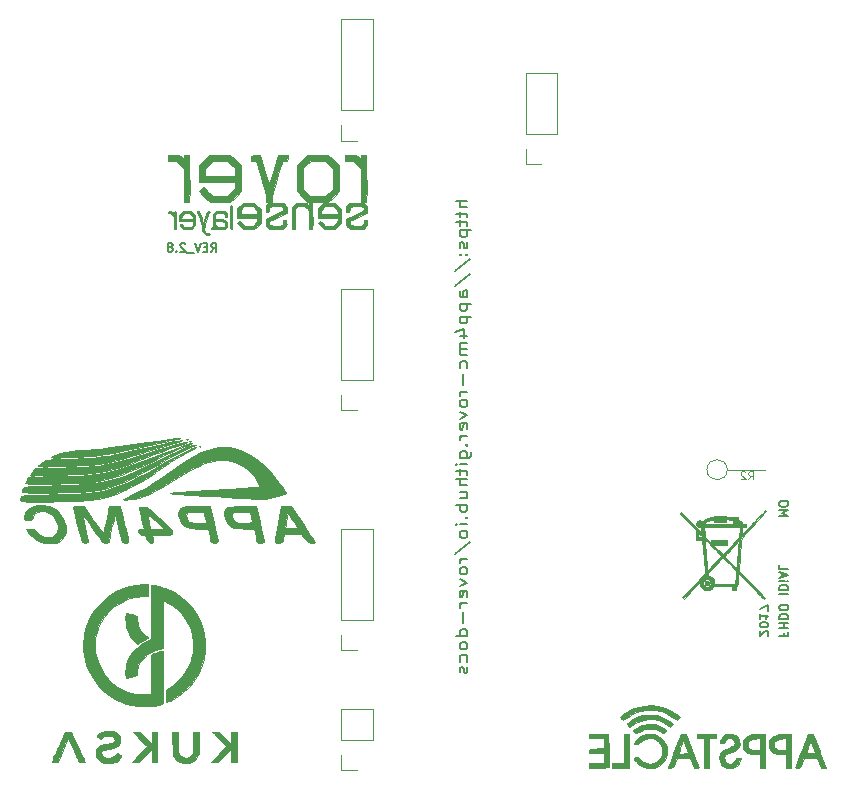
<source format=gbo>
G04 #@! TF.FileFunction,Legend,Bot*
%FSLAX46Y46*%
G04 Gerber Fmt 4.6, Leading zero omitted, Abs format (unit mm)*
G04 Created by KiCad (PCBNEW 4.0.5) date 11/29/17 15:11:43*
%MOMM*%
%LPD*%
G01*
G04 APERTURE LIST*
%ADD10C,0.100000*%
%ADD11C,0.200000*%
%ADD12C,0.187500*%
%ADD13C,0.010000*%
%ADD14C,0.120000*%
G04 APERTURE END LIST*
D10*
D11*
X138882381Y-77593145D02*
X137882381Y-77593145D01*
X138882381Y-78107431D02*
X138358571Y-78107431D01*
X138263333Y-78050288D01*
X138215714Y-77936002D01*
X138215714Y-77764574D01*
X138263333Y-77650288D01*
X138310952Y-77593145D01*
X138215714Y-78507431D02*
X138215714Y-78964574D01*
X137882381Y-78678859D02*
X138739524Y-78678859D01*
X138834762Y-78736002D01*
X138882381Y-78850288D01*
X138882381Y-78964574D01*
X138215714Y-79193145D02*
X138215714Y-79650288D01*
X137882381Y-79364573D02*
X138739524Y-79364573D01*
X138834762Y-79421716D01*
X138882381Y-79536002D01*
X138882381Y-79650288D01*
X138215714Y-80050287D02*
X139215714Y-80050287D01*
X138263333Y-80050287D02*
X138215714Y-80164573D01*
X138215714Y-80393144D01*
X138263333Y-80507430D01*
X138310952Y-80564573D01*
X138406190Y-80621716D01*
X138691905Y-80621716D01*
X138787143Y-80564573D01*
X138834762Y-80507430D01*
X138882381Y-80393144D01*
X138882381Y-80164573D01*
X138834762Y-80050287D01*
X138834762Y-81078858D02*
X138882381Y-81193144D01*
X138882381Y-81421716D01*
X138834762Y-81536001D01*
X138739524Y-81593144D01*
X138691905Y-81593144D01*
X138596667Y-81536001D01*
X138549048Y-81421716D01*
X138549048Y-81250287D01*
X138501429Y-81136001D01*
X138406190Y-81078858D01*
X138358571Y-81078858D01*
X138263333Y-81136001D01*
X138215714Y-81250287D01*
X138215714Y-81421716D01*
X138263333Y-81536001D01*
X138787143Y-82107430D02*
X138834762Y-82164573D01*
X138882381Y-82107430D01*
X138834762Y-82050287D01*
X138787143Y-82107430D01*
X138882381Y-82107430D01*
X138263333Y-82107430D02*
X138310952Y-82164573D01*
X138358571Y-82107430D01*
X138310952Y-82050287D01*
X138263333Y-82107430D01*
X138358571Y-82107430D01*
X137834762Y-83536002D02*
X139120476Y-82507431D01*
X137834762Y-84793145D02*
X139120476Y-83764574D01*
X138882381Y-85707431D02*
X138358571Y-85707431D01*
X138263333Y-85650288D01*
X138215714Y-85536002D01*
X138215714Y-85307431D01*
X138263333Y-85193145D01*
X138834762Y-85707431D02*
X138882381Y-85593145D01*
X138882381Y-85307431D01*
X138834762Y-85193145D01*
X138739524Y-85136002D01*
X138644286Y-85136002D01*
X138549048Y-85193145D01*
X138501429Y-85307431D01*
X138501429Y-85593145D01*
X138453810Y-85707431D01*
X138215714Y-86278859D02*
X139215714Y-86278859D01*
X138263333Y-86278859D02*
X138215714Y-86393145D01*
X138215714Y-86621716D01*
X138263333Y-86736002D01*
X138310952Y-86793145D01*
X138406190Y-86850288D01*
X138691905Y-86850288D01*
X138787143Y-86793145D01*
X138834762Y-86736002D01*
X138882381Y-86621716D01*
X138882381Y-86393145D01*
X138834762Y-86278859D01*
X138215714Y-87364573D02*
X139215714Y-87364573D01*
X138263333Y-87364573D02*
X138215714Y-87478859D01*
X138215714Y-87707430D01*
X138263333Y-87821716D01*
X138310952Y-87878859D01*
X138406190Y-87936002D01*
X138691905Y-87936002D01*
X138787143Y-87878859D01*
X138834762Y-87821716D01*
X138882381Y-87707430D01*
X138882381Y-87478859D01*
X138834762Y-87364573D01*
X138215714Y-88964573D02*
X138882381Y-88964573D01*
X137834762Y-88678859D02*
X138549048Y-88393144D01*
X138549048Y-89136002D01*
X138882381Y-89593144D02*
X138215714Y-89593144D01*
X138310952Y-89593144D02*
X138263333Y-89650287D01*
X138215714Y-89764573D01*
X138215714Y-89936001D01*
X138263333Y-90050287D01*
X138358571Y-90107430D01*
X138882381Y-90107430D01*
X138358571Y-90107430D02*
X138263333Y-90164573D01*
X138215714Y-90278859D01*
X138215714Y-90450287D01*
X138263333Y-90564573D01*
X138358571Y-90621716D01*
X138882381Y-90621716D01*
X138834762Y-91707430D02*
X138882381Y-91593144D01*
X138882381Y-91364573D01*
X138834762Y-91250287D01*
X138787143Y-91193144D01*
X138691905Y-91136001D01*
X138406190Y-91136001D01*
X138310952Y-91193144D01*
X138263333Y-91250287D01*
X138215714Y-91364573D01*
X138215714Y-91593144D01*
X138263333Y-91707430D01*
X138501429Y-92221715D02*
X138501429Y-93136001D01*
X138882381Y-93707429D02*
X138215714Y-93707429D01*
X138406190Y-93707429D02*
X138310952Y-93764572D01*
X138263333Y-93821715D01*
X138215714Y-93936001D01*
X138215714Y-94050286D01*
X138882381Y-94621715D02*
X138834762Y-94507429D01*
X138787143Y-94450286D01*
X138691905Y-94393143D01*
X138406190Y-94393143D01*
X138310952Y-94450286D01*
X138263333Y-94507429D01*
X138215714Y-94621715D01*
X138215714Y-94793143D01*
X138263333Y-94907429D01*
X138310952Y-94964572D01*
X138406190Y-95021715D01*
X138691905Y-95021715D01*
X138787143Y-94964572D01*
X138834762Y-94907429D01*
X138882381Y-94793143D01*
X138882381Y-94621715D01*
X138215714Y-95421715D02*
X138882381Y-95707429D01*
X138215714Y-95993143D01*
X138834762Y-96907429D02*
X138882381Y-96793143D01*
X138882381Y-96564572D01*
X138834762Y-96450286D01*
X138739524Y-96393143D01*
X138358571Y-96393143D01*
X138263333Y-96450286D01*
X138215714Y-96564572D01*
X138215714Y-96793143D01*
X138263333Y-96907429D01*
X138358571Y-96964572D01*
X138453810Y-96964572D01*
X138549048Y-96393143D01*
X138882381Y-97478857D02*
X138215714Y-97478857D01*
X138406190Y-97478857D02*
X138310952Y-97536000D01*
X138263333Y-97593143D01*
X138215714Y-97707429D01*
X138215714Y-97821714D01*
X138787143Y-98221714D02*
X138834762Y-98278857D01*
X138882381Y-98221714D01*
X138834762Y-98164571D01*
X138787143Y-98221714D01*
X138882381Y-98221714D01*
X138215714Y-99307429D02*
X139025238Y-99307429D01*
X139120476Y-99250286D01*
X139168095Y-99193143D01*
X139215714Y-99078858D01*
X139215714Y-98907429D01*
X139168095Y-98793143D01*
X138834762Y-99307429D02*
X138882381Y-99193143D01*
X138882381Y-98964572D01*
X138834762Y-98850286D01*
X138787143Y-98793143D01*
X138691905Y-98736000D01*
X138406190Y-98736000D01*
X138310952Y-98793143D01*
X138263333Y-98850286D01*
X138215714Y-98964572D01*
X138215714Y-99193143D01*
X138263333Y-99307429D01*
X138882381Y-99878857D02*
X138215714Y-99878857D01*
X137882381Y-99878857D02*
X137930000Y-99821714D01*
X137977619Y-99878857D01*
X137930000Y-99936000D01*
X137882381Y-99878857D01*
X137977619Y-99878857D01*
X138215714Y-100278858D02*
X138215714Y-100736001D01*
X137882381Y-100450286D02*
X138739524Y-100450286D01*
X138834762Y-100507429D01*
X138882381Y-100621715D01*
X138882381Y-100736001D01*
X138882381Y-101136000D02*
X137882381Y-101136000D01*
X138882381Y-101650286D02*
X138358571Y-101650286D01*
X138263333Y-101593143D01*
X138215714Y-101478857D01*
X138215714Y-101307429D01*
X138263333Y-101193143D01*
X138310952Y-101136000D01*
X138215714Y-102736000D02*
X138882381Y-102736000D01*
X138215714Y-102221714D02*
X138739524Y-102221714D01*
X138834762Y-102278857D01*
X138882381Y-102393143D01*
X138882381Y-102564571D01*
X138834762Y-102678857D01*
X138787143Y-102736000D01*
X138882381Y-103307428D02*
X137882381Y-103307428D01*
X138263333Y-103307428D02*
X138215714Y-103421714D01*
X138215714Y-103650285D01*
X138263333Y-103764571D01*
X138310952Y-103821714D01*
X138406190Y-103878857D01*
X138691905Y-103878857D01*
X138787143Y-103821714D01*
X138834762Y-103764571D01*
X138882381Y-103650285D01*
X138882381Y-103421714D01*
X138834762Y-103307428D01*
X138787143Y-104393142D02*
X138834762Y-104450285D01*
X138882381Y-104393142D01*
X138834762Y-104335999D01*
X138787143Y-104393142D01*
X138882381Y-104393142D01*
X138882381Y-104964571D02*
X138215714Y-104964571D01*
X137882381Y-104964571D02*
X137930000Y-104907428D01*
X137977619Y-104964571D01*
X137930000Y-105021714D01*
X137882381Y-104964571D01*
X137977619Y-104964571D01*
X138882381Y-105707429D02*
X138834762Y-105593143D01*
X138787143Y-105536000D01*
X138691905Y-105478857D01*
X138406190Y-105478857D01*
X138310952Y-105536000D01*
X138263333Y-105593143D01*
X138215714Y-105707429D01*
X138215714Y-105878857D01*
X138263333Y-105993143D01*
X138310952Y-106050286D01*
X138406190Y-106107429D01*
X138691905Y-106107429D01*
X138787143Y-106050286D01*
X138834762Y-105993143D01*
X138882381Y-105878857D01*
X138882381Y-105707429D01*
X137834762Y-107478857D02*
X139120476Y-106450286D01*
X138882381Y-107878857D02*
X138215714Y-107878857D01*
X138406190Y-107878857D02*
X138310952Y-107936000D01*
X138263333Y-107993143D01*
X138215714Y-108107429D01*
X138215714Y-108221714D01*
X138882381Y-108793143D02*
X138834762Y-108678857D01*
X138787143Y-108621714D01*
X138691905Y-108564571D01*
X138406190Y-108564571D01*
X138310952Y-108621714D01*
X138263333Y-108678857D01*
X138215714Y-108793143D01*
X138215714Y-108964571D01*
X138263333Y-109078857D01*
X138310952Y-109136000D01*
X138406190Y-109193143D01*
X138691905Y-109193143D01*
X138787143Y-109136000D01*
X138834762Y-109078857D01*
X138882381Y-108964571D01*
X138882381Y-108793143D01*
X138215714Y-109593143D02*
X138882381Y-109878857D01*
X138215714Y-110164571D01*
X138834762Y-111078857D02*
X138882381Y-110964571D01*
X138882381Y-110736000D01*
X138834762Y-110621714D01*
X138739524Y-110564571D01*
X138358571Y-110564571D01*
X138263333Y-110621714D01*
X138215714Y-110736000D01*
X138215714Y-110964571D01*
X138263333Y-111078857D01*
X138358571Y-111136000D01*
X138453810Y-111136000D01*
X138549048Y-110564571D01*
X138882381Y-111650285D02*
X138215714Y-111650285D01*
X138406190Y-111650285D02*
X138310952Y-111707428D01*
X138263333Y-111764571D01*
X138215714Y-111878857D01*
X138215714Y-111993142D01*
X138501429Y-112393142D02*
X138501429Y-113307428D01*
X138882381Y-114393142D02*
X137882381Y-114393142D01*
X138834762Y-114393142D02*
X138882381Y-114278856D01*
X138882381Y-114050285D01*
X138834762Y-113935999D01*
X138787143Y-113878856D01*
X138691905Y-113821713D01*
X138406190Y-113821713D01*
X138310952Y-113878856D01*
X138263333Y-113935999D01*
X138215714Y-114050285D01*
X138215714Y-114278856D01*
X138263333Y-114393142D01*
X138882381Y-115135999D02*
X138834762Y-115021713D01*
X138787143Y-114964570D01*
X138691905Y-114907427D01*
X138406190Y-114907427D01*
X138310952Y-114964570D01*
X138263333Y-115021713D01*
X138215714Y-115135999D01*
X138215714Y-115307427D01*
X138263333Y-115421713D01*
X138310952Y-115478856D01*
X138406190Y-115535999D01*
X138691905Y-115535999D01*
X138787143Y-115478856D01*
X138834762Y-115421713D01*
X138882381Y-115307427D01*
X138882381Y-115135999D01*
X138834762Y-116564570D02*
X138882381Y-116450284D01*
X138882381Y-116221713D01*
X138834762Y-116107427D01*
X138787143Y-116050284D01*
X138691905Y-115993141D01*
X138406190Y-115993141D01*
X138310952Y-116050284D01*
X138263333Y-116107427D01*
X138215714Y-116221713D01*
X138215714Y-116450284D01*
X138263333Y-116564570D01*
X138834762Y-117021712D02*
X138882381Y-117135998D01*
X138882381Y-117364570D01*
X138834762Y-117478855D01*
X138739524Y-117535998D01*
X138691905Y-117535998D01*
X138596667Y-117478855D01*
X138549048Y-117364570D01*
X138549048Y-117193141D01*
X138501429Y-117078855D01*
X138406190Y-117021712D01*
X138358571Y-117021712D01*
X138263333Y-117078855D01*
X138215714Y-117193141D01*
X138215714Y-117364570D01*
X138263333Y-117478855D01*
D12*
X164296286Y-114379215D02*
X164332000Y-114343501D01*
X164367714Y-114272072D01*
X164367714Y-114093501D01*
X164332000Y-114022072D01*
X164296286Y-113986358D01*
X164224857Y-113950643D01*
X164153429Y-113950643D01*
X164046286Y-113986358D01*
X163617714Y-114414929D01*
X163617714Y-113950643D01*
X164367714Y-113486357D02*
X164367714Y-113414929D01*
X164332000Y-113343500D01*
X164296286Y-113307786D01*
X164224857Y-113272072D01*
X164082000Y-113236357D01*
X163903429Y-113236357D01*
X163760571Y-113272072D01*
X163689143Y-113307786D01*
X163653429Y-113343500D01*
X163617714Y-113414929D01*
X163617714Y-113486357D01*
X163653429Y-113557786D01*
X163689143Y-113593500D01*
X163760571Y-113629215D01*
X163903429Y-113664929D01*
X164082000Y-113664929D01*
X164224857Y-113629215D01*
X164296286Y-113593500D01*
X164332000Y-113557786D01*
X164367714Y-113486357D01*
X163617714Y-112522071D02*
X163617714Y-112950643D01*
X163617714Y-112736357D02*
X164367714Y-112736357D01*
X164260571Y-112807786D01*
X164189143Y-112879214D01*
X164153429Y-112950643D01*
X164367714Y-112272071D02*
X164367714Y-111772071D01*
X163617714Y-112093500D01*
X165268714Y-104274857D02*
X166018714Y-104274857D01*
X165483000Y-104024857D01*
X166018714Y-103774857D01*
X165268714Y-103774857D01*
X166018714Y-103274856D02*
X166018714Y-103131999D01*
X165983000Y-103060571D01*
X165911571Y-102989142D01*
X165768714Y-102953428D01*
X165518714Y-102953428D01*
X165375857Y-102989142D01*
X165304429Y-103060571D01*
X165268714Y-103131999D01*
X165268714Y-103274856D01*
X165304429Y-103346285D01*
X165375857Y-103417714D01*
X165518714Y-103453428D01*
X165768714Y-103453428D01*
X165911571Y-103417714D01*
X165983000Y-103346285D01*
X166018714Y-103274856D01*
X165661571Y-114138929D02*
X165661571Y-114388929D01*
X165268714Y-114388929D02*
X166018714Y-114388929D01*
X166018714Y-114031786D01*
X165268714Y-113746072D02*
X166018714Y-113746072D01*
X165661571Y-113746072D02*
X165661571Y-113317500D01*
X165268714Y-113317500D02*
X166018714Y-113317500D01*
X165268714Y-112960358D02*
X166018714Y-112960358D01*
X166018714Y-112781786D01*
X165983000Y-112674643D01*
X165911571Y-112603215D01*
X165840143Y-112567500D01*
X165697286Y-112531786D01*
X165590143Y-112531786D01*
X165447286Y-112567500D01*
X165375857Y-112603215D01*
X165304429Y-112674643D01*
X165268714Y-112781786D01*
X165268714Y-112960358D01*
X166018714Y-112067500D02*
X166018714Y-111924643D01*
X165983000Y-111853215D01*
X165911571Y-111781786D01*
X165768714Y-111746072D01*
X165518714Y-111746072D01*
X165375857Y-111781786D01*
X165304429Y-111853215D01*
X165268714Y-111924643D01*
X165268714Y-112067500D01*
X165304429Y-112138929D01*
X165375857Y-112210358D01*
X165518714Y-112246072D01*
X165768714Y-112246072D01*
X165911571Y-112210358D01*
X165983000Y-112138929D01*
X166018714Y-112067500D01*
X165268714Y-110853215D02*
X166018714Y-110853215D01*
X165268714Y-110496072D02*
X166018714Y-110496072D01*
X166018714Y-110317500D01*
X165983000Y-110210357D01*
X165911571Y-110138929D01*
X165840143Y-110103214D01*
X165697286Y-110067500D01*
X165590143Y-110067500D01*
X165447286Y-110103214D01*
X165375857Y-110138929D01*
X165304429Y-110210357D01*
X165268714Y-110317500D01*
X165268714Y-110496072D01*
X165268714Y-109746072D02*
X165768714Y-109746072D01*
X166018714Y-109746072D02*
X165983000Y-109781786D01*
X165947286Y-109746072D01*
X165983000Y-109710357D01*
X166018714Y-109746072D01*
X165947286Y-109746072D01*
X165483000Y-109424643D02*
X165483000Y-109067500D01*
X165268714Y-109496071D02*
X166018714Y-109246071D01*
X165268714Y-108996071D01*
X165268714Y-108388929D02*
X165268714Y-108746072D01*
X166018714Y-108746072D01*
X117177143Y-81873286D02*
X117427143Y-81516143D01*
X117605715Y-81873286D02*
X117605715Y-81123286D01*
X117320000Y-81123286D01*
X117248572Y-81159000D01*
X117212857Y-81194714D01*
X117177143Y-81266143D01*
X117177143Y-81373286D01*
X117212857Y-81444714D01*
X117248572Y-81480429D01*
X117320000Y-81516143D01*
X117605715Y-81516143D01*
X116855715Y-81480429D02*
X116605715Y-81480429D01*
X116498572Y-81873286D02*
X116855715Y-81873286D01*
X116855715Y-81123286D01*
X116498572Y-81123286D01*
X116284286Y-81123286D02*
X116034286Y-81873286D01*
X115784286Y-81123286D01*
X115712858Y-81944714D02*
X115141429Y-81944714D01*
X114998572Y-81194714D02*
X114962858Y-81159000D01*
X114891429Y-81123286D01*
X114712858Y-81123286D01*
X114641429Y-81159000D01*
X114605715Y-81194714D01*
X114570000Y-81266143D01*
X114570000Y-81337571D01*
X114605715Y-81444714D01*
X115034286Y-81873286D01*
X114570000Y-81873286D01*
X114248572Y-81801857D02*
X114212857Y-81837571D01*
X114248572Y-81873286D01*
X114284286Y-81837571D01*
X114248572Y-81801857D01*
X114248572Y-81873286D01*
X113784286Y-81444714D02*
X113855714Y-81409000D01*
X113891429Y-81373286D01*
X113927143Y-81301857D01*
X113927143Y-81266143D01*
X113891429Y-81194714D01*
X113855714Y-81159000D01*
X113784286Y-81123286D01*
X113641429Y-81123286D01*
X113570000Y-81159000D01*
X113534286Y-81194714D01*
X113498571Y-81266143D01*
X113498571Y-81301857D01*
X113534286Y-81373286D01*
X113570000Y-81409000D01*
X113641429Y-81444714D01*
X113784286Y-81444714D01*
X113855714Y-81480429D01*
X113891429Y-81516143D01*
X113927143Y-81587571D01*
X113927143Y-81730429D01*
X113891429Y-81801857D01*
X113855714Y-81837571D01*
X113784286Y-81873286D01*
X113641429Y-81873286D01*
X113570000Y-81837571D01*
X113534286Y-81801857D01*
X113498571Y-81730429D01*
X113498571Y-81587571D01*
X113534286Y-81516143D01*
X113570000Y-81480429D01*
X113641429Y-81444714D01*
D13*
G36*
X108194872Y-122448907D02*
X107974902Y-122498404D01*
X107852465Y-122547826D01*
X107741411Y-122617761D01*
X107632337Y-122707181D01*
X107542013Y-122799784D01*
X107487210Y-122879264D01*
X107478286Y-122911600D01*
X107507932Y-122939209D01*
X107584541Y-122986448D01*
X107661988Y-123027866D01*
X107845689Y-123120955D01*
X107969424Y-123012314D01*
X108119501Y-122913384D01*
X108289493Y-122853698D01*
X108466413Y-122831240D01*
X108637272Y-122843995D01*
X108789080Y-122889949D01*
X108908849Y-122967086D01*
X108983590Y-123073391D01*
X109002286Y-123172559D01*
X108982742Y-123277857D01*
X108919381Y-123361206D01*
X108805114Y-123426635D01*
X108632847Y-123478169D01*
X108395490Y-123519838D01*
X108389261Y-123520705D01*
X108072671Y-123581052D01*
X107821403Y-123666993D01*
X107631814Y-123781529D01*
X107500262Y-123927658D01*
X107423104Y-124108380D01*
X107396697Y-124326695D01*
X107396643Y-124338113D01*
X107425409Y-124572082D01*
X107512756Y-124766713D01*
X107660260Y-124923702D01*
X107869496Y-125044742D01*
X108131920Y-125129169D01*
X108329200Y-125167834D01*
X108499386Y-125179218D01*
X108676216Y-125163419D01*
X108845045Y-125131297D01*
X108978654Y-125098286D01*
X109094466Y-125062842D01*
X109153474Y-125039114D01*
X109266292Y-124963502D01*
X109380851Y-124858352D01*
X109481938Y-124741328D01*
X109554339Y-124630093D01*
X109582839Y-124542313D01*
X109582857Y-124540576D01*
X109552696Y-124508953D01*
X109474925Y-124460945D01*
X109400201Y-124423139D01*
X109217544Y-124337588D01*
X109110819Y-124467064D01*
X108977593Y-124587361D01*
X108814936Y-124671344D01*
X108635056Y-124720163D01*
X108450159Y-124734971D01*
X108272450Y-124716919D01*
X108114136Y-124667160D01*
X107987424Y-124586844D01*
X107904518Y-124477124D01*
X107877429Y-124350679D01*
X107893211Y-124238523D01*
X107945702Y-124148704D01*
X108042622Y-124076617D01*
X108191690Y-124017659D01*
X108400624Y-123967223D01*
X108570767Y-123937058D01*
X108848116Y-123876212D01*
X109081604Y-123791841D01*
X109261694Y-123688199D01*
X109372099Y-123579375D01*
X109427881Y-123457284D01*
X109462508Y-123294292D01*
X109473150Y-123119717D01*
X109456975Y-122962880D01*
X109437725Y-122899740D01*
X109345957Y-122757900D01*
X109201724Y-122627235D01*
X109024985Y-122523564D01*
X108907829Y-122479780D01*
X108686407Y-122437978D01*
X108440398Y-122428226D01*
X108194872Y-122448907D01*
X108194872Y-122448907D01*
G37*
X108194872Y-122448907D02*
X107974902Y-122498404D01*
X107852465Y-122547826D01*
X107741411Y-122617761D01*
X107632337Y-122707181D01*
X107542013Y-122799784D01*
X107487210Y-122879264D01*
X107478286Y-122911600D01*
X107507932Y-122939209D01*
X107584541Y-122986448D01*
X107661988Y-123027866D01*
X107845689Y-123120955D01*
X107969424Y-123012314D01*
X108119501Y-122913384D01*
X108289493Y-122853698D01*
X108466413Y-122831240D01*
X108637272Y-122843995D01*
X108789080Y-122889949D01*
X108908849Y-122967086D01*
X108983590Y-123073391D01*
X109002286Y-123172559D01*
X108982742Y-123277857D01*
X108919381Y-123361206D01*
X108805114Y-123426635D01*
X108632847Y-123478169D01*
X108395490Y-123519838D01*
X108389261Y-123520705D01*
X108072671Y-123581052D01*
X107821403Y-123666993D01*
X107631814Y-123781529D01*
X107500262Y-123927658D01*
X107423104Y-124108380D01*
X107396697Y-124326695D01*
X107396643Y-124338113D01*
X107425409Y-124572082D01*
X107512756Y-124766713D01*
X107660260Y-124923702D01*
X107869496Y-125044742D01*
X108131920Y-125129169D01*
X108329200Y-125167834D01*
X108499386Y-125179218D01*
X108676216Y-125163419D01*
X108845045Y-125131297D01*
X108978654Y-125098286D01*
X109094466Y-125062842D01*
X109153474Y-125039114D01*
X109266292Y-124963502D01*
X109380851Y-124858352D01*
X109481938Y-124741328D01*
X109554339Y-124630093D01*
X109582839Y-124542313D01*
X109582857Y-124540576D01*
X109552696Y-124508953D01*
X109474925Y-124460945D01*
X109400201Y-124423139D01*
X109217544Y-124337588D01*
X109110819Y-124467064D01*
X108977593Y-124587361D01*
X108814936Y-124671344D01*
X108635056Y-124720163D01*
X108450159Y-124734971D01*
X108272450Y-124716919D01*
X108114136Y-124667160D01*
X107987424Y-124586844D01*
X107904518Y-124477124D01*
X107877429Y-124350679D01*
X107893211Y-124238523D01*
X107945702Y-124148704D01*
X108042622Y-124076617D01*
X108191690Y-124017659D01*
X108400624Y-123967223D01*
X108570767Y-123937058D01*
X108848116Y-123876212D01*
X109081604Y-123791841D01*
X109261694Y-123688199D01*
X109372099Y-123579375D01*
X109427881Y-123457284D01*
X109462508Y-123294292D01*
X109473150Y-123119717D01*
X109456975Y-122962880D01*
X109437725Y-122899740D01*
X109345957Y-122757900D01*
X109201724Y-122627235D01*
X109024985Y-122523564D01*
X108907829Y-122479780D01*
X108686407Y-122437978D01*
X108440398Y-122428226D01*
X108194872Y-122448907D01*
G36*
X115678857Y-123365722D02*
X115678577Y-123639379D01*
X115677178Y-123850702D01*
X115673826Y-124009925D01*
X115667683Y-124127286D01*
X115657914Y-124213021D01*
X115643684Y-124277364D01*
X115624156Y-124330553D01*
X115598494Y-124382822D01*
X115595301Y-124388879D01*
X115477000Y-124542270D01*
X115319626Y-124647476D01*
X115138226Y-124703891D01*
X114947848Y-124710911D01*
X114763540Y-124667929D01*
X114600349Y-124574341D01*
X114476014Y-124433914D01*
X114449521Y-124388716D01*
X114429014Y-124342438D01*
X114413579Y-124285314D01*
X114402306Y-124207576D01*
X114394281Y-124099457D01*
X114388593Y-123951190D01*
X114384331Y-123753008D01*
X114380581Y-123495144D01*
X114379343Y-123398643D01*
X114367972Y-122500572D01*
X113896464Y-122500572D01*
X113907732Y-123453072D01*
X113911386Y-123741633D01*
X113915258Y-123967278D01*
X113920187Y-124139658D01*
X113927011Y-124268425D01*
X113936568Y-124363231D01*
X113949696Y-124433729D01*
X113967234Y-124489570D01*
X113990020Y-124540407D01*
X114004635Y-124568857D01*
X114152567Y-124794572D01*
X114331417Y-124959902D01*
X114548796Y-125069419D01*
X114812312Y-125127694D01*
X114953143Y-125138637D01*
X115147973Y-125140306D01*
X115299755Y-125124725D01*
X115436624Y-125088754D01*
X115453706Y-125082803D01*
X115691782Y-124966548D01*
X115881846Y-124800885D01*
X116019744Y-124604240D01*
X116132429Y-124405572D01*
X116154965Y-122500572D01*
X115678857Y-122500572D01*
X115678857Y-123365722D01*
X115678857Y-123365722D01*
G37*
X115678857Y-123365722D02*
X115678577Y-123639379D01*
X115677178Y-123850702D01*
X115673826Y-124009925D01*
X115667683Y-124127286D01*
X115657914Y-124213021D01*
X115643684Y-124277364D01*
X115624156Y-124330553D01*
X115598494Y-124382822D01*
X115595301Y-124388879D01*
X115477000Y-124542270D01*
X115319626Y-124647476D01*
X115138226Y-124703891D01*
X114947848Y-124710911D01*
X114763540Y-124667929D01*
X114600349Y-124574341D01*
X114476014Y-124433914D01*
X114449521Y-124388716D01*
X114429014Y-124342438D01*
X114413579Y-124285314D01*
X114402306Y-124207576D01*
X114394281Y-124099457D01*
X114388593Y-123951190D01*
X114384331Y-123753008D01*
X114380581Y-123495144D01*
X114379343Y-123398643D01*
X114367972Y-122500572D01*
X113896464Y-122500572D01*
X113907732Y-123453072D01*
X113911386Y-123741633D01*
X113915258Y-123967278D01*
X113920187Y-124139658D01*
X113927011Y-124268425D01*
X113936568Y-124363231D01*
X113949696Y-124433729D01*
X113967234Y-124489570D01*
X113990020Y-124540407D01*
X114004635Y-124568857D01*
X114152567Y-124794572D01*
X114331417Y-124959902D01*
X114548796Y-125069419D01*
X114812312Y-125127694D01*
X114953143Y-125138637D01*
X115147973Y-125140306D01*
X115299755Y-125124725D01*
X115436624Y-125088754D01*
X115453706Y-125082803D01*
X115691782Y-124966548D01*
X115881846Y-124800885D01*
X116019744Y-124604240D01*
X116132429Y-124405572D01*
X116154965Y-122500572D01*
X115678857Y-122500572D01*
X115678857Y-123365722D01*
G36*
X118863874Y-123045339D02*
X118853857Y-123590106D01*
X117884471Y-122500572D01*
X117269000Y-122500572D01*
X117480857Y-122731395D01*
X117586182Y-122845763D01*
X117724444Y-122995344D01*
X117879096Y-123162267D01*
X118033596Y-123328657D01*
X118062197Y-123359412D01*
X118431679Y-123756606D01*
X117817268Y-124402827D01*
X117647471Y-124582667D01*
X117495663Y-124745856D01*
X117368653Y-124884874D01*
X117273255Y-124992203D01*
X117216279Y-125060322D01*
X117202857Y-125081095D01*
X117236235Y-125096143D01*
X117324781Y-125107399D01*
X117451115Y-125112898D01*
X117486077Y-125113143D01*
X117769296Y-125113143D01*
X118311577Y-124536404D01*
X118853857Y-123959665D01*
X118863828Y-124536404D01*
X118873798Y-125113143D01*
X119102709Y-125113143D01*
X119225640Y-125109570D01*
X119317761Y-125100263D01*
X119355810Y-125088953D01*
X119361422Y-125048272D01*
X119366574Y-124943401D01*
X119371110Y-124782717D01*
X119374875Y-124574601D01*
X119377714Y-124327431D01*
X119379471Y-124049588D01*
X119380000Y-123782667D01*
X119380000Y-122500572D01*
X118873890Y-122500572D01*
X118863874Y-123045339D01*
X118863874Y-123045339D01*
G37*
X118863874Y-123045339D02*
X118853857Y-123590106D01*
X117884471Y-122500572D01*
X117269000Y-122500572D01*
X117480857Y-122731395D01*
X117586182Y-122845763D01*
X117724444Y-122995344D01*
X117879096Y-123162267D01*
X118033596Y-123328657D01*
X118062197Y-123359412D01*
X118431679Y-123756606D01*
X117817268Y-124402827D01*
X117647471Y-124582667D01*
X117495663Y-124745856D01*
X117368653Y-124884874D01*
X117273255Y-124992203D01*
X117216279Y-125060322D01*
X117202857Y-125081095D01*
X117236235Y-125096143D01*
X117324781Y-125107399D01*
X117451115Y-125112898D01*
X117486077Y-125113143D01*
X117769296Y-125113143D01*
X118311577Y-124536404D01*
X118853857Y-123959665D01*
X118863828Y-124536404D01*
X118873798Y-125113143D01*
X119102709Y-125113143D01*
X119225640Y-125109570D01*
X119317761Y-125100263D01*
X119355810Y-125088953D01*
X119361422Y-125048272D01*
X119366574Y-124943401D01*
X119371110Y-124782717D01*
X119374875Y-124574601D01*
X119377714Y-124327431D01*
X119379471Y-124049588D01*
X119380000Y-123782667D01*
X119380000Y-122500572D01*
X118873890Y-122500572D01*
X118863874Y-123045339D01*
G36*
X112151017Y-123041503D02*
X112141000Y-123582434D01*
X111174424Y-122500572D01*
X110554398Y-122500572D01*
X110952613Y-122926929D01*
X111105908Y-123091384D01*
X111258248Y-123255388D01*
X111395361Y-123403536D01*
X111502975Y-123520427D01*
X111535207Y-123555686D01*
X111719586Y-123758087D01*
X111104793Y-124407753D01*
X110935203Y-124588048D01*
X110783529Y-124751375D01*
X110656549Y-124890265D01*
X110561038Y-124997252D01*
X110503774Y-125064866D01*
X110490000Y-125085281D01*
X110523393Y-125098315D01*
X110612030Y-125108087D01*
X110738603Y-125112909D01*
X110775610Y-125113143D01*
X111061220Y-125113143D01*
X112141000Y-123959407D01*
X112150970Y-124536275D01*
X112160941Y-125113143D01*
X112630857Y-125113143D01*
X112630857Y-122500572D01*
X112161033Y-122500572D01*
X112151017Y-123041503D01*
X112151017Y-123041503D01*
G37*
X112151017Y-123041503D02*
X112141000Y-123582434D01*
X111174424Y-122500572D01*
X110554398Y-122500572D01*
X110952613Y-122926929D01*
X111105908Y-123091384D01*
X111258248Y-123255388D01*
X111395361Y-123403536D01*
X111502975Y-123520427D01*
X111535207Y-123555686D01*
X111719586Y-123758087D01*
X111104793Y-124407753D01*
X110935203Y-124588048D01*
X110783529Y-124751375D01*
X110656549Y-124890265D01*
X110561038Y-124997252D01*
X110503774Y-125064866D01*
X110490000Y-125085281D01*
X110523393Y-125098315D01*
X110612030Y-125108087D01*
X110738603Y-125112909D01*
X110775610Y-125113143D01*
X111061220Y-125113143D01*
X112141000Y-123959407D01*
X112150970Y-124536275D01*
X112160941Y-125113143D01*
X112630857Y-125113143D01*
X112630857Y-122500572D01*
X112161033Y-122500572D01*
X112151017Y-123041503D01*
G36*
X104260650Y-123732675D02*
X104134917Y-124014921D01*
X104018000Y-124278471D01*
X103913348Y-124515460D01*
X103824416Y-124718024D01*
X103754654Y-124878298D01*
X103707516Y-124988419D01*
X103686453Y-125040522D01*
X103686181Y-125041353D01*
X103678178Y-125079975D01*
X103694287Y-125101469D01*
X103748547Y-125109653D01*
X103854994Y-125108348D01*
X103922726Y-125105721D01*
X104183103Y-125095000D01*
X104620266Y-124088072D01*
X104730157Y-123836621D01*
X104831408Y-123608114D01*
X104920309Y-123410676D01*
X104993150Y-123252428D01*
X105046220Y-123141497D01*
X105075810Y-123086005D01*
X105080154Y-123081143D01*
X105100335Y-123112981D01*
X105144776Y-123202371D01*
X105209229Y-123340126D01*
X105289449Y-123517061D01*
X105381186Y-123723989D01*
X105445038Y-123870357D01*
X105548576Y-124108502D01*
X105649001Y-124338257D01*
X105740581Y-124546597D01*
X105817580Y-124720498D01*
X105874264Y-124846932D01*
X105892305Y-124886357D01*
X105997412Y-125113143D01*
X106247992Y-125113143D01*
X106371977Y-125109542D01*
X106461102Y-125100075D01*
X106497033Y-125086745D01*
X106497101Y-125085929D01*
X106482392Y-125047822D01*
X106441099Y-124950908D01*
X106376463Y-124802541D01*
X106291723Y-124610073D01*
X106190119Y-124380859D01*
X106074892Y-124122251D01*
X105949281Y-123841603D01*
X105925549Y-123788714D01*
X105355468Y-122518714D01*
X105083377Y-122508901D01*
X104811286Y-122499087D01*
X104260650Y-123732675D01*
X104260650Y-123732675D01*
G37*
X104260650Y-123732675D02*
X104134917Y-124014921D01*
X104018000Y-124278471D01*
X103913348Y-124515460D01*
X103824416Y-124718024D01*
X103754654Y-124878298D01*
X103707516Y-124988419D01*
X103686453Y-125040522D01*
X103686181Y-125041353D01*
X103678178Y-125079975D01*
X103694287Y-125101469D01*
X103748547Y-125109653D01*
X103854994Y-125108348D01*
X103922726Y-125105721D01*
X104183103Y-125095000D01*
X104620266Y-124088072D01*
X104730157Y-123836621D01*
X104831408Y-123608114D01*
X104920309Y-123410676D01*
X104993150Y-123252428D01*
X105046220Y-123141497D01*
X105075810Y-123086005D01*
X105080154Y-123081143D01*
X105100335Y-123112981D01*
X105144776Y-123202371D01*
X105209229Y-123340126D01*
X105289449Y-123517061D01*
X105381186Y-123723989D01*
X105445038Y-123870357D01*
X105548576Y-124108502D01*
X105649001Y-124338257D01*
X105740581Y-124546597D01*
X105817580Y-124720498D01*
X105874264Y-124846932D01*
X105892305Y-124886357D01*
X105997412Y-125113143D01*
X106247992Y-125113143D01*
X106371977Y-125109542D01*
X106461102Y-125100075D01*
X106497033Y-125086745D01*
X106497101Y-125085929D01*
X106482392Y-125047822D01*
X106441099Y-124950908D01*
X106376463Y-124802541D01*
X106291723Y-124610073D01*
X106190119Y-124380859D01*
X106074892Y-124122251D01*
X105949281Y-123841603D01*
X105925549Y-123788714D01*
X105355468Y-122518714D01*
X105083377Y-122508901D01*
X104811286Y-122499087D01*
X104260650Y-123732675D01*
G36*
X111415286Y-110041674D02*
X110820153Y-110084917D01*
X110240340Y-110196509D01*
X109681042Y-110372937D01*
X109147453Y-110610690D01*
X108644768Y-110906253D01*
X108178179Y-111256115D01*
X107752883Y-111656762D01*
X107374072Y-112104684D01*
X107046941Y-112596365D01*
X106776685Y-113128296D01*
X106746558Y-113198883D01*
X106672870Y-113390538D01*
X106594896Y-113618308D01*
X106524165Y-113847477D01*
X106489878Y-113971675D01*
X106446990Y-114145574D01*
X106415861Y-114298882D01*
X106394050Y-114451520D01*
X106379121Y-114623409D01*
X106368634Y-114834471D01*
X106362824Y-115009556D01*
X106364475Y-115522029D01*
X106403563Y-115987650D01*
X106483539Y-116423687D01*
X106607853Y-116847410D01*
X106779957Y-117276088D01*
X106842627Y-117410755D01*
X107141921Y-117954198D01*
X107495027Y-118450141D01*
X107898849Y-118896116D01*
X108350286Y-119289654D01*
X108846241Y-119628284D01*
X109383616Y-119909539D01*
X109959313Y-120130949D01*
X110412727Y-120255867D01*
X110579852Y-120284875D01*
X110800758Y-120309299D01*
X111057354Y-120328473D01*
X111331547Y-120341726D01*
X111605244Y-120348392D01*
X111860354Y-120347801D01*
X112078784Y-120339285D01*
X112235998Y-120323220D01*
X112420080Y-120290368D01*
X112614859Y-120249533D01*
X112797230Y-120206070D01*
X112944088Y-120165334D01*
X113002786Y-120145488D01*
X113102572Y-120107511D01*
X113102572Y-117875041D01*
X113102343Y-117406278D01*
X113101587Y-117005233D01*
X113100196Y-116667054D01*
X113098066Y-116386890D01*
X113095090Y-116159888D01*
X113091163Y-115981197D01*
X113086178Y-115845964D01*
X113080030Y-115749337D01*
X113072612Y-115686465D01*
X113063818Y-115652496D01*
X113053824Y-115642572D01*
X112985261Y-115655660D01*
X112866171Y-115691171D01*
X112712956Y-115743473D01*
X112542020Y-115806933D01*
X112369763Y-115875920D01*
X112349643Y-115884361D01*
X112122857Y-115980030D01*
X112122857Y-117641588D01*
X112122402Y-118054708D01*
X112120952Y-118400121D01*
X112118379Y-118682687D01*
X112114555Y-118907267D01*
X112109353Y-119078720D01*
X112102645Y-119201905D01*
X112094303Y-119281684D01*
X112084199Y-119322914D01*
X112078472Y-119330577D01*
X112015725Y-119345459D01*
X111895444Y-119354457D01*
X111732391Y-119357977D01*
X111541331Y-119356425D01*
X111337026Y-119350208D01*
X111134241Y-119339731D01*
X110947739Y-119325400D01*
X110792284Y-119307621D01*
X110707715Y-119292880D01*
X110171181Y-119145111D01*
X109681646Y-118945220D01*
X109231897Y-118689335D01*
X108814723Y-118373581D01*
X108565389Y-118142179D01*
X108202377Y-117730312D01*
X107901014Y-117283353D01*
X107662787Y-116806804D01*
X107489187Y-116306161D01*
X107381701Y-115786925D01*
X107341819Y-115254595D01*
X107371029Y-114714668D01*
X107470822Y-114172645D01*
X107480399Y-114135112D01*
X107635219Y-113670736D01*
X107852185Y-113216354D01*
X108122406Y-112785709D01*
X108436988Y-112392541D01*
X108787038Y-112050593D01*
X108877893Y-111975640D01*
X109323373Y-111660109D01*
X109784193Y-111412359D01*
X110267769Y-111229626D01*
X110781520Y-111109142D01*
X111332863Y-111048144D01*
X111370917Y-111046135D01*
X111834548Y-111023240D01*
X111824488Y-110529835D01*
X111814429Y-110036429D01*
X111415286Y-110041674D01*
X111415286Y-110041674D01*
G37*
X111415286Y-110041674D02*
X110820153Y-110084917D01*
X110240340Y-110196509D01*
X109681042Y-110372937D01*
X109147453Y-110610690D01*
X108644768Y-110906253D01*
X108178179Y-111256115D01*
X107752883Y-111656762D01*
X107374072Y-112104684D01*
X107046941Y-112596365D01*
X106776685Y-113128296D01*
X106746558Y-113198883D01*
X106672870Y-113390538D01*
X106594896Y-113618308D01*
X106524165Y-113847477D01*
X106489878Y-113971675D01*
X106446990Y-114145574D01*
X106415861Y-114298882D01*
X106394050Y-114451520D01*
X106379121Y-114623409D01*
X106368634Y-114834471D01*
X106362824Y-115009556D01*
X106364475Y-115522029D01*
X106403563Y-115987650D01*
X106483539Y-116423687D01*
X106607853Y-116847410D01*
X106779957Y-117276088D01*
X106842627Y-117410755D01*
X107141921Y-117954198D01*
X107495027Y-118450141D01*
X107898849Y-118896116D01*
X108350286Y-119289654D01*
X108846241Y-119628284D01*
X109383616Y-119909539D01*
X109959313Y-120130949D01*
X110412727Y-120255867D01*
X110579852Y-120284875D01*
X110800758Y-120309299D01*
X111057354Y-120328473D01*
X111331547Y-120341726D01*
X111605244Y-120348392D01*
X111860354Y-120347801D01*
X112078784Y-120339285D01*
X112235998Y-120323220D01*
X112420080Y-120290368D01*
X112614859Y-120249533D01*
X112797230Y-120206070D01*
X112944088Y-120165334D01*
X113002786Y-120145488D01*
X113102572Y-120107511D01*
X113102572Y-117875041D01*
X113102343Y-117406278D01*
X113101587Y-117005233D01*
X113100196Y-116667054D01*
X113098066Y-116386890D01*
X113095090Y-116159888D01*
X113091163Y-115981197D01*
X113086178Y-115845964D01*
X113080030Y-115749337D01*
X113072612Y-115686465D01*
X113063818Y-115652496D01*
X113053824Y-115642572D01*
X112985261Y-115655660D01*
X112866171Y-115691171D01*
X112712956Y-115743473D01*
X112542020Y-115806933D01*
X112369763Y-115875920D01*
X112349643Y-115884361D01*
X112122857Y-115980030D01*
X112122857Y-117641588D01*
X112122402Y-118054708D01*
X112120952Y-118400121D01*
X112118379Y-118682687D01*
X112114555Y-118907267D01*
X112109353Y-119078720D01*
X112102645Y-119201905D01*
X112094303Y-119281684D01*
X112084199Y-119322914D01*
X112078472Y-119330577D01*
X112015725Y-119345459D01*
X111895444Y-119354457D01*
X111732391Y-119357977D01*
X111541331Y-119356425D01*
X111337026Y-119350208D01*
X111134241Y-119339731D01*
X110947739Y-119325400D01*
X110792284Y-119307621D01*
X110707715Y-119292880D01*
X110171181Y-119145111D01*
X109681646Y-118945220D01*
X109231897Y-118689335D01*
X108814723Y-118373581D01*
X108565389Y-118142179D01*
X108202377Y-117730312D01*
X107901014Y-117283353D01*
X107662787Y-116806804D01*
X107489187Y-116306161D01*
X107381701Y-115786925D01*
X107341819Y-115254595D01*
X107371029Y-114714668D01*
X107470822Y-114172645D01*
X107480399Y-114135112D01*
X107635219Y-113670736D01*
X107852185Y-113216354D01*
X108122406Y-112785709D01*
X108436988Y-112392541D01*
X108787038Y-112050593D01*
X108877893Y-111975640D01*
X109323373Y-111660109D01*
X109784193Y-111412359D01*
X110267769Y-111229626D01*
X110781520Y-111109142D01*
X111332863Y-111048144D01*
X111370917Y-111046135D01*
X111834548Y-111023240D01*
X111824488Y-110529835D01*
X111814429Y-110036429D01*
X111415286Y-110041674D01*
G36*
X112122857Y-114658241D02*
X111775604Y-114822736D01*
X111430611Y-115000711D01*
X111138900Y-115185406D01*
X110881479Y-115390106D01*
X110668256Y-115597313D01*
X110411605Y-115899626D01*
X110214227Y-116207483D01*
X110064177Y-116540380D01*
X110029118Y-116640429D01*
X109988592Y-116771281D01*
X109961023Y-116888396D01*
X109943878Y-117011898D01*
X109934628Y-117161911D01*
X109930742Y-117358558D01*
X109930261Y-117426524D01*
X109930537Y-117608663D01*
X109933164Y-117763414D01*
X109937726Y-117876995D01*
X109943810Y-117935622D01*
X109945715Y-117940298D01*
X109985763Y-117939106D01*
X110082795Y-117923267D01*
X110223291Y-117895329D01*
X110393727Y-117857838D01*
X110438809Y-117847416D01*
X110913760Y-117736569D01*
X110897820Y-117569499D01*
X110904603Y-117269868D01*
X110977901Y-116968177D01*
X111112554Y-116673745D01*
X111303401Y-116395890D01*
X111545282Y-116143930D01*
X111792735Y-115953361D01*
X111954181Y-115851226D01*
X112110929Y-115765153D01*
X112281711Y-115686515D01*
X112485259Y-115606686D01*
X112739714Y-115517240D01*
X113084429Y-115400217D01*
X113102572Y-113376844D01*
X113120714Y-111353471D01*
X113401319Y-111498687D01*
X113863457Y-111777574D01*
X114284653Y-112112359D01*
X114659346Y-112496611D01*
X114981972Y-112923903D01*
X115246971Y-113387805D01*
X115439707Y-113854890D01*
X115572477Y-114347858D01*
X115644756Y-114859292D01*
X115656557Y-115375887D01*
X115607896Y-115884340D01*
X115498785Y-116371345D01*
X115436830Y-116561035D01*
X115231893Y-117046237D01*
X114979858Y-117486914D01*
X114675940Y-117888682D01*
X114315351Y-118257162D01*
X113893307Y-118597972D01*
X113456357Y-118886054D01*
X113356572Y-118946245D01*
X113356572Y-119471551D01*
X113357651Y-119680845D01*
X113361579Y-119827730D01*
X113369388Y-119922348D01*
X113382112Y-119974838D01*
X113400784Y-119995341D01*
X113410097Y-119996857D01*
X113462228Y-119981057D01*
X113563534Y-119938132D01*
X113698991Y-119874798D01*
X113840706Y-119804360D01*
X114358917Y-119500591D01*
X114835851Y-119141483D01*
X115266732Y-118732538D01*
X115646788Y-118279255D01*
X115971244Y-117787136D01*
X116235325Y-117261682D01*
X116381932Y-116876286D01*
X116475201Y-116578868D01*
X116543528Y-116315753D01*
X116591238Y-116062339D01*
X116622656Y-115794029D01*
X116642108Y-115486223D01*
X116646686Y-115370429D01*
X116642854Y-114824810D01*
X116588830Y-114316919D01*
X116480972Y-113828807D01*
X116315635Y-113342524D01*
X116164539Y-112995283D01*
X115878530Y-112472051D01*
X115532985Y-111985994D01*
X115133478Y-111542234D01*
X114685580Y-111145892D01*
X114194867Y-110802090D01*
X113666910Y-110515948D01*
X113296281Y-110359479D01*
X113145183Y-110307838D01*
X112962358Y-110253203D01*
X112765803Y-110200077D01*
X112573518Y-110152962D01*
X112403500Y-110116360D01*
X112273749Y-110094775D01*
X112222643Y-110090904D01*
X112122857Y-110090857D01*
X112122857Y-114658241D01*
X112122857Y-114658241D01*
G37*
X112122857Y-114658241D02*
X111775604Y-114822736D01*
X111430611Y-115000711D01*
X111138900Y-115185406D01*
X110881479Y-115390106D01*
X110668256Y-115597313D01*
X110411605Y-115899626D01*
X110214227Y-116207483D01*
X110064177Y-116540380D01*
X110029118Y-116640429D01*
X109988592Y-116771281D01*
X109961023Y-116888396D01*
X109943878Y-117011898D01*
X109934628Y-117161911D01*
X109930742Y-117358558D01*
X109930261Y-117426524D01*
X109930537Y-117608663D01*
X109933164Y-117763414D01*
X109937726Y-117876995D01*
X109943810Y-117935622D01*
X109945715Y-117940298D01*
X109985763Y-117939106D01*
X110082795Y-117923267D01*
X110223291Y-117895329D01*
X110393727Y-117857838D01*
X110438809Y-117847416D01*
X110913760Y-117736569D01*
X110897820Y-117569499D01*
X110904603Y-117269868D01*
X110977901Y-116968177D01*
X111112554Y-116673745D01*
X111303401Y-116395890D01*
X111545282Y-116143930D01*
X111792735Y-115953361D01*
X111954181Y-115851226D01*
X112110929Y-115765153D01*
X112281711Y-115686515D01*
X112485259Y-115606686D01*
X112739714Y-115517240D01*
X113084429Y-115400217D01*
X113102572Y-113376844D01*
X113120714Y-111353471D01*
X113401319Y-111498687D01*
X113863457Y-111777574D01*
X114284653Y-112112359D01*
X114659346Y-112496611D01*
X114981972Y-112923903D01*
X115246971Y-113387805D01*
X115439707Y-113854890D01*
X115572477Y-114347858D01*
X115644756Y-114859292D01*
X115656557Y-115375887D01*
X115607896Y-115884340D01*
X115498785Y-116371345D01*
X115436830Y-116561035D01*
X115231893Y-117046237D01*
X114979858Y-117486914D01*
X114675940Y-117888682D01*
X114315351Y-118257162D01*
X113893307Y-118597972D01*
X113456357Y-118886054D01*
X113356572Y-118946245D01*
X113356572Y-119471551D01*
X113357651Y-119680845D01*
X113361579Y-119827730D01*
X113369388Y-119922348D01*
X113382112Y-119974838D01*
X113400784Y-119995341D01*
X113410097Y-119996857D01*
X113462228Y-119981057D01*
X113563534Y-119938132D01*
X113698991Y-119874798D01*
X113840706Y-119804360D01*
X114358917Y-119500591D01*
X114835851Y-119141483D01*
X115266732Y-118732538D01*
X115646788Y-118279255D01*
X115971244Y-117787136D01*
X116235325Y-117261682D01*
X116381932Y-116876286D01*
X116475201Y-116578868D01*
X116543528Y-116315753D01*
X116591238Y-116062339D01*
X116622656Y-115794029D01*
X116642108Y-115486223D01*
X116646686Y-115370429D01*
X116642854Y-114824810D01*
X116588830Y-114316919D01*
X116480972Y-113828807D01*
X116315635Y-113342524D01*
X116164539Y-112995283D01*
X115878530Y-112472051D01*
X115532985Y-111985994D01*
X115133478Y-111542234D01*
X114685580Y-111145892D01*
X114194867Y-110802090D01*
X113666910Y-110515948D01*
X113296281Y-110359479D01*
X113145183Y-110307838D01*
X112962358Y-110253203D01*
X112765803Y-110200077D01*
X112573518Y-110152962D01*
X112403500Y-110116360D01*
X112273749Y-110094775D01*
X112222643Y-110090904D01*
X112122857Y-110090857D01*
X112122857Y-114658241D01*
G36*
X109948926Y-112470606D02*
X109941250Y-112512890D01*
X109935060Y-112613825D01*
X109930885Y-112759497D01*
X109929253Y-112935991D01*
X109929319Y-112987865D01*
X109931261Y-113194838D01*
X109937266Y-113349322D01*
X109950142Y-113471390D01*
X109972694Y-113581114D01*
X110007728Y-113698565D01*
X110043065Y-113801479D01*
X110109754Y-113974075D01*
X110186956Y-114148879D01*
X110260468Y-114294242D01*
X110277175Y-114323227D01*
X110339950Y-114415984D01*
X110429587Y-114533285D01*
X110535244Y-114662682D01*
X110646078Y-114791730D01*
X110751245Y-114907981D01*
X110839903Y-114998988D01*
X110901207Y-115052306D01*
X110919942Y-115061056D01*
X110959630Y-115042416D01*
X111043935Y-114993777D01*
X111156586Y-114924626D01*
X111188637Y-114904377D01*
X111343513Y-114810740D01*
X111511237Y-114716679D01*
X111651280Y-114644649D01*
X111761247Y-114589185D01*
X111839161Y-114544336D01*
X111867922Y-114520114D01*
X111839796Y-114490538D01*
X111767626Y-114434359D01*
X111684247Y-114375588D01*
X111451638Y-114183434D01*
X111239831Y-113942884D01*
X111103425Y-113737572D01*
X111020864Y-113556465D01*
X110954012Y-113339439D01*
X110909562Y-113115376D01*
X110894207Y-112913156D01*
X110897357Y-112848423D01*
X110914217Y-112672962D01*
X110442249Y-112561008D01*
X110266843Y-112521283D01*
X110117684Y-112491058D01*
X110008432Y-112472837D01*
X109952745Y-112469121D01*
X109948926Y-112470606D01*
X109948926Y-112470606D01*
G37*
X109948926Y-112470606D02*
X109941250Y-112512890D01*
X109935060Y-112613825D01*
X109930885Y-112759497D01*
X109929253Y-112935991D01*
X109929319Y-112987865D01*
X109931261Y-113194838D01*
X109937266Y-113349322D01*
X109950142Y-113471390D01*
X109972694Y-113581114D01*
X110007728Y-113698565D01*
X110043065Y-113801479D01*
X110109754Y-113974075D01*
X110186956Y-114148879D01*
X110260468Y-114294242D01*
X110277175Y-114323227D01*
X110339950Y-114415984D01*
X110429587Y-114533285D01*
X110535244Y-114662682D01*
X110646078Y-114791730D01*
X110751245Y-114907981D01*
X110839903Y-114998988D01*
X110901207Y-115052306D01*
X110919942Y-115061056D01*
X110959630Y-115042416D01*
X111043935Y-114993777D01*
X111156586Y-114924626D01*
X111188637Y-114904377D01*
X111343513Y-114810740D01*
X111511237Y-114716679D01*
X111651280Y-114644649D01*
X111761247Y-114589185D01*
X111839161Y-114544336D01*
X111867922Y-114520114D01*
X111839796Y-114490538D01*
X111767626Y-114434359D01*
X111684247Y-114375588D01*
X111451638Y-114183434D01*
X111239831Y-113942884D01*
X111103425Y-113737572D01*
X111020864Y-113556465D01*
X110954012Y-113339439D01*
X110909562Y-113115376D01*
X110894207Y-112913156D01*
X110897357Y-112848423D01*
X110914217Y-112672962D01*
X110442249Y-112561008D01*
X110266843Y-112521283D01*
X110117684Y-112491058D01*
X110008432Y-112472837D01*
X109952745Y-112469121D01*
X109948926Y-112470606D01*
G36*
X160931270Y-122690163D02*
X160748650Y-122727817D01*
X160592229Y-122806687D01*
X160487179Y-122889985D01*
X160392419Y-123004214D01*
X160309847Y-123153206D01*
X160253807Y-123306814D01*
X160237714Y-123414300D01*
X160270680Y-123429965D01*
X160356366Y-123440726D01*
X160455429Y-123444000D01*
X160576708Y-123441530D01*
X160642230Y-123430210D01*
X160668750Y-123404178D01*
X160673143Y-123367800D01*
X160697724Y-123297711D01*
X160759895Y-123208296D01*
X160796514Y-123168229D01*
X160887937Y-123088951D01*
X160974679Y-123053075D01*
X161089591Y-123044857D01*
X161212325Y-123054862D01*
X161300333Y-123094053D01*
X161363505Y-123149065D01*
X161466909Y-123290580D01*
X161498047Y-123435796D01*
X161471870Y-123551793D01*
X161430444Y-123628316D01*
X161368644Y-123690981D01*
X161272756Y-123748781D01*
X161129067Y-123810709D01*
X161008574Y-123855621D01*
X160737271Y-123963956D01*
X160530729Y-124073646D01*
X160381478Y-124193049D01*
X160282046Y-124330524D01*
X160224961Y-124494428D01*
X160202753Y-124693120D01*
X160201769Y-124758192D01*
X160234893Y-124998548D01*
X160328386Y-125209224D01*
X160474557Y-125380948D01*
X160665719Y-125504449D01*
X160872714Y-125567180D01*
X160979416Y-125585433D01*
X161060729Y-125600372D01*
X161072286Y-125602719D01*
X161136864Y-125601156D01*
X161242858Y-125584592D01*
X161316358Y-125568653D01*
X161557807Y-125477998D01*
X161754961Y-125336440D01*
X161900790Y-125151180D01*
X161988264Y-124929415D01*
X162000335Y-124868214D01*
X162024990Y-124714000D01*
X161802638Y-124714000D01*
X161680252Y-124716005D01*
X161613604Y-124726321D01*
X161585886Y-124751400D01*
X161580288Y-124797694D01*
X161580286Y-124799348D01*
X161553541Y-124903687D01*
X161485902Y-125021290D01*
X161396265Y-125124288D01*
X161325197Y-125175579D01*
X161159458Y-125225168D01*
X160996639Y-125215042D01*
X160848800Y-125154577D01*
X160727997Y-125053145D01*
X160646290Y-124920122D01*
X160615736Y-124764879D01*
X160634010Y-124638264D01*
X160669770Y-124545253D01*
X160722930Y-124471287D01*
X160806055Y-124407080D01*
X160931709Y-124343345D01*
X161112458Y-124270797D01*
X161150415Y-124256605D01*
X161313653Y-124191971D01*
X161466707Y-124124369D01*
X161586068Y-124064467D01*
X161624926Y-124041294D01*
X161771873Y-123903300D01*
X161870369Y-123724756D01*
X161917164Y-123521888D01*
X161909006Y-123310921D01*
X161842646Y-123108083D01*
X161820185Y-123066623D01*
X161686949Y-122889635D01*
X161524151Y-122771432D01*
X161320526Y-122705544D01*
X161160229Y-122687671D01*
X160931270Y-122690163D01*
X160931270Y-122690163D01*
G37*
X160931270Y-122690163D02*
X160748650Y-122727817D01*
X160592229Y-122806687D01*
X160487179Y-122889985D01*
X160392419Y-123004214D01*
X160309847Y-123153206D01*
X160253807Y-123306814D01*
X160237714Y-123414300D01*
X160270680Y-123429965D01*
X160356366Y-123440726D01*
X160455429Y-123444000D01*
X160576708Y-123441530D01*
X160642230Y-123430210D01*
X160668750Y-123404178D01*
X160673143Y-123367800D01*
X160697724Y-123297711D01*
X160759895Y-123208296D01*
X160796514Y-123168229D01*
X160887937Y-123088951D01*
X160974679Y-123053075D01*
X161089591Y-123044857D01*
X161212325Y-123054862D01*
X161300333Y-123094053D01*
X161363505Y-123149065D01*
X161466909Y-123290580D01*
X161498047Y-123435796D01*
X161471870Y-123551793D01*
X161430444Y-123628316D01*
X161368644Y-123690981D01*
X161272756Y-123748781D01*
X161129067Y-123810709D01*
X161008574Y-123855621D01*
X160737271Y-123963956D01*
X160530729Y-124073646D01*
X160381478Y-124193049D01*
X160282046Y-124330524D01*
X160224961Y-124494428D01*
X160202753Y-124693120D01*
X160201769Y-124758192D01*
X160234893Y-124998548D01*
X160328386Y-125209224D01*
X160474557Y-125380948D01*
X160665719Y-125504449D01*
X160872714Y-125567180D01*
X160979416Y-125585433D01*
X161060729Y-125600372D01*
X161072286Y-125602719D01*
X161136864Y-125601156D01*
X161242858Y-125584592D01*
X161316358Y-125568653D01*
X161557807Y-125477998D01*
X161754961Y-125336440D01*
X161900790Y-125151180D01*
X161988264Y-124929415D01*
X162000335Y-124868214D01*
X162024990Y-124714000D01*
X161802638Y-124714000D01*
X161680252Y-124716005D01*
X161613604Y-124726321D01*
X161585886Y-124751400D01*
X161580288Y-124797694D01*
X161580286Y-124799348D01*
X161553541Y-124903687D01*
X161485902Y-125021290D01*
X161396265Y-125124288D01*
X161325197Y-125175579D01*
X161159458Y-125225168D01*
X160996639Y-125215042D01*
X160848800Y-125154577D01*
X160727997Y-125053145D01*
X160646290Y-124920122D01*
X160615736Y-124764879D01*
X160634010Y-124638264D01*
X160669770Y-124545253D01*
X160722930Y-124471287D01*
X160806055Y-124407080D01*
X160931709Y-124343345D01*
X161112458Y-124270797D01*
X161150415Y-124256605D01*
X161313653Y-124191971D01*
X161466707Y-124124369D01*
X161586068Y-124064467D01*
X161624926Y-124041294D01*
X161771873Y-123903300D01*
X161870369Y-123724756D01*
X161917164Y-123521888D01*
X161909006Y-123310921D01*
X161842646Y-123108083D01*
X161820185Y-123066623D01*
X161686949Y-122889635D01*
X161524151Y-122771432D01*
X161320526Y-122705544D01*
X161160229Y-122687671D01*
X160931270Y-122690163D01*
G36*
X154136407Y-122701621D02*
X154002738Y-122708130D01*
X153902658Y-122722781D01*
X153816689Y-122748688D01*
X153725351Y-122788961D01*
X153704934Y-122798912D01*
X153422473Y-122973704D01*
X153193708Y-123192460D01*
X153093796Y-123328338D01*
X153032506Y-123427701D01*
X152991391Y-123501735D01*
X152980572Y-123528820D01*
X153013408Y-123541941D01*
X153098168Y-123550672D01*
X153181727Y-123552857D01*
X153287649Y-123550152D01*
X153362964Y-123534545D01*
X153430356Y-123494803D01*
X153512507Y-123419688D01*
X153571799Y-123359636D01*
X153771925Y-123192462D01*
X153987822Y-123090611D01*
X154235455Y-123047395D01*
X154323143Y-123044857D01*
X154601913Y-123077204D01*
X154846596Y-123173458D01*
X155055207Y-123332443D01*
X155225758Y-123552980D01*
X155249585Y-123594266D01*
X155301002Y-123693671D01*
X155332887Y-123780743D01*
X155349824Y-123878429D01*
X155356397Y-124009674D01*
X155357286Y-124133429D01*
X155355232Y-124301705D01*
X155346013Y-124420402D01*
X155325047Y-124512466D01*
X155287749Y-124600843D01*
X155249585Y-124672591D01*
X155085419Y-124902972D01*
X154882960Y-125071865D01*
X154643931Y-125178249D01*
X154370057Y-125221105D01*
X154321241Y-125222000D01*
X154054480Y-125191194D01*
X153814544Y-125102559D01*
X153612827Y-124961771D01*
X153477746Y-124801979D01*
X153427060Y-124731852D01*
X153375364Y-124694955D01*
X153297777Y-124680610D01*
X153189214Y-124678163D01*
X153068234Y-124682474D01*
X153002072Y-124702606D01*
X152988538Y-124748394D01*
X153025442Y-124829674D01*
X153110595Y-124956279D01*
X153123319Y-124974102D01*
X153328324Y-125209129D01*
X153568878Y-125386823D01*
X153853732Y-125512717D01*
X154063919Y-125568784D01*
X154198086Y-125596945D01*
X154288898Y-125611382D01*
X154364139Y-125612016D01*
X154451590Y-125598766D01*
X154579036Y-125571552D01*
X154598849Y-125567232D01*
X154917635Y-125463876D01*
X155198166Y-125302549D01*
X155378357Y-125146422D01*
X155573961Y-124897841D01*
X155706396Y-124625828D01*
X155777351Y-124339514D01*
X155788516Y-124048027D01*
X155741579Y-123760498D01*
X155638228Y-123486056D01*
X155480153Y-123233830D01*
X155269042Y-123012949D01*
X155006584Y-122832545D01*
X154944396Y-122800310D01*
X154848637Y-122756255D01*
X154762905Y-122727369D01*
X154667647Y-122710498D01*
X154543310Y-122702491D01*
X154370341Y-122700195D01*
X154323143Y-122700143D01*
X154136407Y-122701621D01*
X154136407Y-122701621D01*
G37*
X154136407Y-122701621D02*
X154002738Y-122708130D01*
X153902658Y-122722781D01*
X153816689Y-122748688D01*
X153725351Y-122788961D01*
X153704934Y-122798912D01*
X153422473Y-122973704D01*
X153193708Y-123192460D01*
X153093796Y-123328338D01*
X153032506Y-123427701D01*
X152991391Y-123501735D01*
X152980572Y-123528820D01*
X153013408Y-123541941D01*
X153098168Y-123550672D01*
X153181727Y-123552857D01*
X153287649Y-123550152D01*
X153362964Y-123534545D01*
X153430356Y-123494803D01*
X153512507Y-123419688D01*
X153571799Y-123359636D01*
X153771925Y-123192462D01*
X153987822Y-123090611D01*
X154235455Y-123047395D01*
X154323143Y-123044857D01*
X154601913Y-123077204D01*
X154846596Y-123173458D01*
X155055207Y-123332443D01*
X155225758Y-123552980D01*
X155249585Y-123594266D01*
X155301002Y-123693671D01*
X155332887Y-123780743D01*
X155349824Y-123878429D01*
X155356397Y-124009674D01*
X155357286Y-124133429D01*
X155355232Y-124301705D01*
X155346013Y-124420402D01*
X155325047Y-124512466D01*
X155287749Y-124600843D01*
X155249585Y-124672591D01*
X155085419Y-124902972D01*
X154882960Y-125071865D01*
X154643931Y-125178249D01*
X154370057Y-125221105D01*
X154321241Y-125222000D01*
X154054480Y-125191194D01*
X153814544Y-125102559D01*
X153612827Y-124961771D01*
X153477746Y-124801979D01*
X153427060Y-124731852D01*
X153375364Y-124694955D01*
X153297777Y-124680610D01*
X153189214Y-124678163D01*
X153068234Y-124682474D01*
X153002072Y-124702606D01*
X152988538Y-124748394D01*
X153025442Y-124829674D01*
X153110595Y-124956279D01*
X153123319Y-124974102D01*
X153328324Y-125209129D01*
X153568878Y-125386823D01*
X153853732Y-125512717D01*
X154063919Y-125568784D01*
X154198086Y-125596945D01*
X154288898Y-125611382D01*
X154364139Y-125612016D01*
X154451590Y-125598766D01*
X154579036Y-125571552D01*
X154598849Y-125567232D01*
X154917635Y-125463876D01*
X155198166Y-125302549D01*
X155378357Y-125146422D01*
X155573961Y-124897841D01*
X155706396Y-124625828D01*
X155777351Y-124339514D01*
X155788516Y-124048027D01*
X155741579Y-123760498D01*
X155638228Y-123486056D01*
X155480153Y-123233830D01*
X155269042Y-123012949D01*
X155006584Y-122832545D01*
X154944396Y-122800310D01*
X154848637Y-122756255D01*
X154762905Y-122727369D01*
X154667647Y-122710498D01*
X154543310Y-122702491D01*
X154370341Y-122700195D01*
X154323143Y-122700143D01*
X154136407Y-122701621D01*
G36*
X167932131Y-122726583D02*
X167734404Y-122736428D01*
X167196993Y-124079000D01*
X167078468Y-124375429D01*
X166967962Y-124652427D01*
X166868492Y-124902384D01*
X166783078Y-125117689D01*
X166714736Y-125290731D01*
X166666484Y-125413897D01*
X166641341Y-125479577D01*
X166638772Y-125486881D01*
X166634474Y-125522188D01*
X166660077Y-125540349D01*
X166730154Y-125545211D01*
X166845039Y-125541310D01*
X167072118Y-125530428D01*
X167232299Y-125121287D01*
X167392480Y-124712145D01*
X168482086Y-124732143D01*
X168808684Y-125548571D01*
X169259706Y-125548571D01*
X168769311Y-124319455D01*
X168299671Y-124319455D01*
X168299660Y-124332530D01*
X168256240Y-124342315D01*
X168161857Y-124348389D01*
X168035186Y-124350971D01*
X167894906Y-124350280D01*
X167759691Y-124346535D01*
X167648219Y-124339956D01*
X167579165Y-124330760D01*
X167565849Y-124323929D01*
X167576096Y-124278307D01*
X167605305Y-124181240D01*
X167648541Y-124047091D01*
X167700872Y-123890223D01*
X167757365Y-123724999D01*
X167813087Y-123565783D01*
X167863106Y-123426938D01*
X167902488Y-123322828D01*
X167926301Y-123267816D01*
X167930286Y-123262771D01*
X167949336Y-123294922D01*
X167985447Y-123381874D01*
X168033663Y-123509275D01*
X168089029Y-123662774D01*
X168146589Y-123828021D01*
X168201389Y-123990663D01*
X168248472Y-124136350D01*
X168282885Y-124250731D01*
X168299671Y-124319455D01*
X168769311Y-124319455D01*
X168694781Y-124132655D01*
X168129857Y-122716738D01*
X167932131Y-122726583D01*
X167932131Y-122726583D01*
G37*
X167932131Y-122726583D02*
X167734404Y-122736428D01*
X167196993Y-124079000D01*
X167078468Y-124375429D01*
X166967962Y-124652427D01*
X166868492Y-124902384D01*
X166783078Y-125117689D01*
X166714736Y-125290731D01*
X166666484Y-125413897D01*
X166641341Y-125479577D01*
X166638772Y-125486881D01*
X166634474Y-125522188D01*
X166660077Y-125540349D01*
X166730154Y-125545211D01*
X166845039Y-125541310D01*
X167072118Y-125530428D01*
X167232299Y-125121287D01*
X167392480Y-124712145D01*
X168482086Y-124732143D01*
X168808684Y-125548571D01*
X169259706Y-125548571D01*
X168769311Y-124319455D01*
X168299671Y-124319455D01*
X168299660Y-124332530D01*
X168256240Y-124342315D01*
X168161857Y-124348389D01*
X168035186Y-124350971D01*
X167894906Y-124350280D01*
X167759691Y-124346535D01*
X167648219Y-124339956D01*
X167579165Y-124330760D01*
X167565849Y-124323929D01*
X167576096Y-124278307D01*
X167605305Y-124181240D01*
X167648541Y-124047091D01*
X167700872Y-123890223D01*
X167757365Y-123724999D01*
X167813087Y-123565783D01*
X167863106Y-123426938D01*
X167902488Y-123322828D01*
X167926301Y-123267816D01*
X167930286Y-123262771D01*
X167949336Y-123294922D01*
X167985447Y-123381874D01*
X168033663Y-123509275D01*
X168089029Y-123662774D01*
X168146589Y-123828021D01*
X168201389Y-123990663D01*
X168248472Y-124136350D01*
X168282885Y-124250731D01*
X168299671Y-124319455D01*
X168769311Y-124319455D01*
X168694781Y-124132655D01*
X168129857Y-122716738D01*
X167932131Y-122726583D01*
G36*
X165567785Y-122720995D02*
X165372361Y-122728417D01*
X165206116Y-122739496D01*
X165088368Y-122753175D01*
X165069071Y-122756812D01*
X164823774Y-122839941D01*
X164632281Y-122971498D01*
X164496163Y-123149531D01*
X164416987Y-123372090D01*
X164395630Y-123594252D01*
X164422849Y-123832435D01*
X164507056Y-124027494D01*
X164652076Y-124185705D01*
X164822091Y-124293904D01*
X164922980Y-124341959D01*
X165015257Y-124374298D01*
X165119117Y-124394896D01*
X165254754Y-124407732D01*
X165442362Y-124416783D01*
X165446811Y-124416954D01*
X165862000Y-124432846D01*
X165862000Y-125548571D01*
X166297429Y-125548571D01*
X166297429Y-123081143D01*
X165862000Y-123081143D01*
X165862000Y-124060857D01*
X165580786Y-124060655D01*
X165424866Y-124055841D01*
X165279720Y-124043369D01*
X165175244Y-124025866D01*
X165170509Y-124024599D01*
X165059487Y-123973568D01*
X164951490Y-123893808D01*
X164934652Y-123877276D01*
X164869196Y-123797058D01*
X164837370Y-123714581D01*
X164828016Y-123597841D01*
X164827857Y-123571000D01*
X164834525Y-123444164D01*
X164861710Y-123357685D01*
X164920182Y-123280006D01*
X164931151Y-123268378D01*
X165057782Y-123174985D01*
X165231037Y-123114641D01*
X165459049Y-123085091D01*
X165605925Y-123081143D01*
X165862000Y-123081143D01*
X166297429Y-123081143D01*
X166297429Y-122718286D01*
X165773072Y-122718286D01*
X165567785Y-122720995D01*
X165567785Y-122720995D01*
G37*
X165567785Y-122720995D02*
X165372361Y-122728417D01*
X165206116Y-122739496D01*
X165088368Y-122753175D01*
X165069071Y-122756812D01*
X164823774Y-122839941D01*
X164632281Y-122971498D01*
X164496163Y-123149531D01*
X164416987Y-123372090D01*
X164395630Y-123594252D01*
X164422849Y-123832435D01*
X164507056Y-124027494D01*
X164652076Y-124185705D01*
X164822091Y-124293904D01*
X164922980Y-124341959D01*
X165015257Y-124374298D01*
X165119117Y-124394896D01*
X165254754Y-124407732D01*
X165442362Y-124416783D01*
X165446811Y-124416954D01*
X165862000Y-124432846D01*
X165862000Y-125548571D01*
X166297429Y-125548571D01*
X166297429Y-123081143D01*
X165862000Y-123081143D01*
X165862000Y-124060857D01*
X165580786Y-124060655D01*
X165424866Y-124055841D01*
X165279720Y-124043369D01*
X165175244Y-124025866D01*
X165170509Y-124024599D01*
X165059487Y-123973568D01*
X164951490Y-123893808D01*
X164934652Y-123877276D01*
X164869196Y-123797058D01*
X164837370Y-123714581D01*
X164828016Y-123597841D01*
X164827857Y-123571000D01*
X164834525Y-123444164D01*
X164861710Y-123357685D01*
X164920182Y-123280006D01*
X164931151Y-123268378D01*
X165057782Y-123174985D01*
X165231037Y-123114641D01*
X165459049Y-123085091D01*
X165605925Y-123081143D01*
X165862000Y-123081143D01*
X166297429Y-123081143D01*
X166297429Y-122718286D01*
X165773072Y-122718286D01*
X165567785Y-122720995D01*
G36*
X163458072Y-122723767D02*
X163228941Y-122728919D01*
X163058656Y-122734997D01*
X162933499Y-122743895D01*
X162839751Y-122757512D01*
X162763693Y-122777743D01*
X162691607Y-122806485D01*
X162622743Y-122839253D01*
X162432002Y-122961236D01*
X162298383Y-123117239D01*
X162211692Y-123320408D01*
X162193128Y-123393337D01*
X162172620Y-123635463D01*
X162218367Y-123861206D01*
X162325537Y-124060250D01*
X162489293Y-124222277D01*
X162618074Y-124300087D01*
X162721152Y-124346343D01*
X162818762Y-124377458D01*
X162931471Y-124397320D01*
X163079847Y-124409820D01*
X163236781Y-124417084D01*
X163648572Y-124432846D01*
X163648572Y-125548571D01*
X164084000Y-125548571D01*
X164084000Y-123081143D01*
X163648572Y-123081143D01*
X163648572Y-124060857D01*
X163367357Y-124060655D01*
X163211437Y-124055841D01*
X163066291Y-124043369D01*
X162961816Y-124025866D01*
X162957080Y-124024599D01*
X162846058Y-123973568D01*
X162738061Y-123893808D01*
X162721223Y-123877276D01*
X162655767Y-123797058D01*
X162623942Y-123714581D01*
X162614587Y-123597841D01*
X162614429Y-123571000D01*
X162621097Y-123444164D01*
X162648281Y-123357685D01*
X162706753Y-123280006D01*
X162717723Y-123268378D01*
X162844353Y-123174985D01*
X163017608Y-123114641D01*
X163245620Y-123085091D01*
X163392497Y-123081143D01*
X163648572Y-123081143D01*
X164084000Y-123081143D01*
X164084000Y-122711105D01*
X163458072Y-122723767D01*
X163458072Y-122723767D01*
G37*
X163458072Y-122723767D02*
X163228941Y-122728919D01*
X163058656Y-122734997D01*
X162933499Y-122743895D01*
X162839751Y-122757512D01*
X162763693Y-122777743D01*
X162691607Y-122806485D01*
X162622743Y-122839253D01*
X162432002Y-122961236D01*
X162298383Y-123117239D01*
X162211692Y-123320408D01*
X162193128Y-123393337D01*
X162172620Y-123635463D01*
X162218367Y-123861206D01*
X162325537Y-124060250D01*
X162489293Y-124222277D01*
X162618074Y-124300087D01*
X162721152Y-124346343D01*
X162818762Y-124377458D01*
X162931471Y-124397320D01*
X163079847Y-124409820D01*
X163236781Y-124417084D01*
X163648572Y-124432846D01*
X163648572Y-125548571D01*
X164084000Y-125548571D01*
X164084000Y-123081143D01*
X163648572Y-123081143D01*
X163648572Y-124060857D01*
X163367357Y-124060655D01*
X163211437Y-124055841D01*
X163066291Y-124043369D01*
X162961816Y-124025866D01*
X162957080Y-124024599D01*
X162846058Y-123973568D01*
X162738061Y-123893808D01*
X162721223Y-123877276D01*
X162655767Y-123797058D01*
X162623942Y-123714581D01*
X162614587Y-123597841D01*
X162614429Y-123571000D01*
X162621097Y-123444164D01*
X162648281Y-123357685D01*
X162706753Y-123280006D01*
X162717723Y-123268378D01*
X162844353Y-123174985D01*
X163017608Y-123114641D01*
X163245620Y-123085091D01*
X163392497Y-123081143D01*
X163648572Y-123081143D01*
X164084000Y-123081143D01*
X164084000Y-122711105D01*
X163458072Y-122723767D01*
G36*
X158350857Y-123081143D02*
X158931429Y-123081143D01*
X158931429Y-125548571D01*
X159366857Y-125548571D01*
X159366857Y-123081143D01*
X159947429Y-123081143D01*
X159947429Y-122718286D01*
X158350857Y-122718286D01*
X158350857Y-123081143D01*
X158350857Y-123081143D01*
G37*
X158350857Y-123081143D02*
X158931429Y-123081143D01*
X158931429Y-125548571D01*
X159366857Y-125548571D01*
X159366857Y-123081143D01*
X159947429Y-123081143D01*
X159947429Y-122718286D01*
X158350857Y-122718286D01*
X158350857Y-123081143D01*
G36*
X157160232Y-122725773D02*
X156964510Y-122736428D01*
X156405827Y-124132966D01*
X156285972Y-124432829D01*
X156174926Y-124711160D01*
X156075497Y-124960883D01*
X155990495Y-125174919D01*
X155922728Y-125346189D01*
X155875006Y-125467614D01*
X155850138Y-125532117D01*
X155847143Y-125540769D01*
X155880136Y-125545031D01*
X155966194Y-125545002D01*
X156073929Y-125541231D01*
X156300715Y-125530428D01*
X156461164Y-125121303D01*
X156621614Y-124712177D01*
X157167183Y-124722160D01*
X157712751Y-124732143D01*
X158036987Y-125548571D01*
X158252583Y-125548571D01*
X158371939Y-125546481D01*
X158434022Y-125536393D01*
X158454096Y-125512585D01*
X158448924Y-125474943D01*
X158431553Y-125425890D01*
X158390157Y-125317159D01*
X158327747Y-125156418D01*
X158247334Y-124951338D01*
X158151929Y-124709589D01*
X158044541Y-124438839D01*
X157991030Y-124304516D01*
X157553071Y-124304516D01*
X157519600Y-124322251D01*
X157431679Y-124338206D01*
X157307426Y-124351392D01*
X157164959Y-124360818D01*
X157022394Y-124365494D01*
X156897851Y-124364430D01*
X156809445Y-124356636D01*
X156778991Y-124346819D01*
X156779471Y-124306294D01*
X156801425Y-124210757D01*
X156841273Y-124073309D01*
X156895439Y-123907050D01*
X156912927Y-123856423D01*
X156987957Y-123641975D01*
X157042899Y-123486505D01*
X157081792Y-123380546D01*
X157108679Y-123314634D01*
X157127597Y-123279304D01*
X157142589Y-123265089D01*
X157157695Y-123262525D01*
X157166382Y-123262654D01*
X157189547Y-123294730D01*
X157230141Y-123381298D01*
X157282817Y-123507949D01*
X157342225Y-123660271D01*
X157403017Y-123823853D01*
X157459844Y-123984285D01*
X157507358Y-124127155D01*
X157540210Y-124238053D01*
X157553052Y-124302567D01*
X157553071Y-124304516D01*
X157991030Y-124304516D01*
X157928182Y-124146758D01*
X157892812Y-124058216D01*
X157355953Y-122715117D01*
X157160232Y-122725773D01*
X157160232Y-122725773D01*
G37*
X157160232Y-122725773D02*
X156964510Y-122736428D01*
X156405827Y-124132966D01*
X156285972Y-124432829D01*
X156174926Y-124711160D01*
X156075497Y-124960883D01*
X155990495Y-125174919D01*
X155922728Y-125346189D01*
X155875006Y-125467614D01*
X155850138Y-125532117D01*
X155847143Y-125540769D01*
X155880136Y-125545031D01*
X155966194Y-125545002D01*
X156073929Y-125541231D01*
X156300715Y-125530428D01*
X156461164Y-125121303D01*
X156621614Y-124712177D01*
X157167183Y-124722160D01*
X157712751Y-124732143D01*
X158036987Y-125548571D01*
X158252583Y-125548571D01*
X158371939Y-125546481D01*
X158434022Y-125536393D01*
X158454096Y-125512585D01*
X158448924Y-125474943D01*
X158431553Y-125425890D01*
X158390157Y-125317159D01*
X158327747Y-125156418D01*
X158247334Y-124951338D01*
X158151929Y-124709589D01*
X158044541Y-124438839D01*
X157991030Y-124304516D01*
X157553071Y-124304516D01*
X157519600Y-124322251D01*
X157431679Y-124338206D01*
X157307426Y-124351392D01*
X157164959Y-124360818D01*
X157022394Y-124365494D01*
X156897851Y-124364430D01*
X156809445Y-124356636D01*
X156778991Y-124346819D01*
X156779471Y-124306294D01*
X156801425Y-124210757D01*
X156841273Y-124073309D01*
X156895439Y-123907050D01*
X156912927Y-123856423D01*
X156987957Y-123641975D01*
X157042899Y-123486505D01*
X157081792Y-123380546D01*
X157108679Y-123314634D01*
X157127597Y-123279304D01*
X157142589Y-123265089D01*
X157157695Y-123262525D01*
X157166382Y-123262654D01*
X157189547Y-123294730D01*
X157230141Y-123381298D01*
X157282817Y-123507949D01*
X157342225Y-123660271D01*
X157403017Y-123823853D01*
X157459844Y-123984285D01*
X157507358Y-124127155D01*
X157540210Y-124238053D01*
X157553052Y-124302567D01*
X157553071Y-124304516D01*
X157991030Y-124304516D01*
X157928182Y-124146758D01*
X157892812Y-124058216D01*
X157355953Y-122715117D01*
X157160232Y-122725773D01*
G36*
X152137411Y-123942929D02*
X152127857Y-125167571D01*
X151610786Y-125177639D01*
X151093714Y-125187707D01*
X151093714Y-125548571D01*
X152545143Y-125548571D01*
X152545143Y-122718286D01*
X152146966Y-122718286D01*
X152137411Y-123942929D01*
X152137411Y-123942929D01*
G37*
X152137411Y-123942929D02*
X152127857Y-125167571D01*
X151610786Y-125177639D01*
X151093714Y-125187707D01*
X151093714Y-125548571D01*
X152545143Y-125548571D01*
X152545143Y-122718286D01*
X152146966Y-122718286D01*
X152137411Y-123942929D01*
G36*
X149206857Y-123081143D02*
X150404286Y-123081143D01*
X150404286Y-123913917D01*
X149225000Y-123933857D01*
X149214033Y-124124357D01*
X149203065Y-124314857D01*
X150404286Y-124314857D01*
X150404286Y-125185714D01*
X149206857Y-125185714D01*
X149206857Y-125548571D01*
X150006282Y-125548571D01*
X150283661Y-125547542D01*
X150495395Y-125544199D01*
X150648381Y-125538157D01*
X150749522Y-125529032D01*
X150805714Y-125516441D01*
X150823161Y-125503085D01*
X150826856Y-125457595D01*
X150829784Y-125347828D01*
X150831899Y-125182072D01*
X150833153Y-124968620D01*
X150833500Y-124715761D01*
X150832893Y-124431785D01*
X150831286Y-124124983D01*
X150831094Y-124097014D01*
X150821572Y-122736428D01*
X150014214Y-122726663D01*
X149206857Y-122716897D01*
X149206857Y-123081143D01*
X149206857Y-123081143D01*
G37*
X149206857Y-123081143D02*
X150404286Y-123081143D01*
X150404286Y-123913917D01*
X149225000Y-123933857D01*
X149214033Y-124124357D01*
X149203065Y-124314857D01*
X150404286Y-124314857D01*
X150404286Y-125185714D01*
X149206857Y-125185714D01*
X149206857Y-125548571D01*
X150006282Y-125548571D01*
X150283661Y-125547542D01*
X150495395Y-125544199D01*
X150648381Y-125538157D01*
X150749522Y-125529032D01*
X150805714Y-125516441D01*
X150823161Y-125503085D01*
X150826856Y-125457595D01*
X150829784Y-125347828D01*
X150831899Y-125182072D01*
X150833153Y-124968620D01*
X150833500Y-124715761D01*
X150832893Y-124431785D01*
X150831286Y-124124983D01*
X150831094Y-124097014D01*
X150821572Y-122736428D01*
X150014214Y-122726663D01*
X149206857Y-122716897D01*
X149206857Y-123081143D01*
G36*
X154109222Y-121863874D02*
X153875459Y-121899380D01*
X153655391Y-121962811D01*
X153424685Y-122053621D01*
X153208751Y-122160259D01*
X153032997Y-122271177D01*
X152998714Y-122297892D01*
X152889857Y-122387386D01*
X153022068Y-122521156D01*
X153154279Y-122654927D01*
X153366783Y-122524396D01*
X153550381Y-122418026D01*
X153708481Y-122345451D01*
X153864084Y-122300519D01*
X154040191Y-122277077D01*
X154259801Y-122268976D01*
X154323143Y-122268629D01*
X154592805Y-122277574D01*
X154813449Y-122309256D01*
X155006641Y-122369560D01*
X155193953Y-122464371D01*
X155308365Y-122537470D01*
X155400804Y-122597846D01*
X155467048Y-122636920D01*
X155486239Y-122645054D01*
X155521010Y-122621645D01*
X155586931Y-122561343D01*
X155628656Y-122519511D01*
X155700262Y-122441919D01*
X155726523Y-122394007D01*
X155713877Y-122354612D01*
X155688177Y-122323916D01*
X155606612Y-122257614D01*
X155475368Y-122176893D01*
X155313143Y-122091645D01*
X155138636Y-122011763D01*
X154986275Y-121952544D01*
X154718065Y-121886145D01*
X154415850Y-121856116D01*
X154109222Y-121863874D01*
X154109222Y-121863874D01*
G37*
X154109222Y-121863874D02*
X153875459Y-121899380D01*
X153655391Y-121962811D01*
X153424685Y-122053621D01*
X153208751Y-122160259D01*
X153032997Y-122271177D01*
X152998714Y-122297892D01*
X152889857Y-122387386D01*
X153022068Y-122521156D01*
X153154279Y-122654927D01*
X153366783Y-122524396D01*
X153550381Y-122418026D01*
X153708481Y-122345451D01*
X153864084Y-122300519D01*
X154040191Y-122277077D01*
X154259801Y-122268976D01*
X154323143Y-122268629D01*
X154592805Y-122277574D01*
X154813449Y-122309256D01*
X155006641Y-122369560D01*
X155193953Y-122464371D01*
X155308365Y-122537470D01*
X155400804Y-122597846D01*
X155467048Y-122636920D01*
X155486239Y-122645054D01*
X155521010Y-122621645D01*
X155586931Y-122561343D01*
X155628656Y-122519511D01*
X155700262Y-122441919D01*
X155726523Y-122394007D01*
X155713877Y-122354612D01*
X155688177Y-122323916D01*
X155606612Y-122257614D01*
X155475368Y-122176893D01*
X155313143Y-122091645D01*
X155138636Y-122011763D01*
X154986275Y-121952544D01*
X154718065Y-121886145D01*
X154415850Y-121856116D01*
X154109222Y-121863874D01*
G36*
X153981495Y-121085827D02*
X153666880Y-121130869D01*
X153375202Y-121212776D01*
X153084222Y-121336547D01*
X153017355Y-121370272D01*
X152861250Y-121456599D01*
X152706964Y-121551545D01*
X152567352Y-121646043D01*
X152455266Y-121731024D01*
X152383562Y-121797421D01*
X152363909Y-121831239D01*
X152387939Y-121877348D01*
X152449025Y-121950325D01*
X152486468Y-121988455D01*
X152609221Y-122107432D01*
X152785825Y-121971940D01*
X153003432Y-121829241D01*
X153264075Y-121695822D01*
X153538329Y-121584948D01*
X153796770Y-121509888D01*
X153822685Y-121504445D01*
X154237799Y-121452763D01*
X154639794Y-121468400D01*
X155033126Y-121552478D01*
X155422253Y-121706117D01*
X155811633Y-121930437D01*
X155976125Y-122045854D01*
X156023382Y-122073613D01*
X156066111Y-122068983D01*
X156123857Y-122024147D01*
X156186556Y-121961714D01*
X156322434Y-121822563D01*
X156123455Y-121672332D01*
X155728734Y-121417237D01*
X155303807Y-121226800D01*
X155139572Y-121172513D01*
X154986076Y-121129267D01*
X154851333Y-121100546D01*
X154712231Y-121083458D01*
X154545658Y-121075113D01*
X154341286Y-121072650D01*
X153981495Y-121085827D01*
X153981495Y-121085827D01*
G37*
X153981495Y-121085827D02*
X153666880Y-121130869D01*
X153375202Y-121212776D01*
X153084222Y-121336547D01*
X153017355Y-121370272D01*
X152861250Y-121456599D01*
X152706964Y-121551545D01*
X152567352Y-121646043D01*
X152455266Y-121731024D01*
X152383562Y-121797421D01*
X152363909Y-121831239D01*
X152387939Y-121877348D01*
X152449025Y-121950325D01*
X152486468Y-121988455D01*
X152609221Y-122107432D01*
X152785825Y-121971940D01*
X153003432Y-121829241D01*
X153264075Y-121695822D01*
X153538329Y-121584948D01*
X153796770Y-121509888D01*
X153822685Y-121504445D01*
X154237799Y-121452763D01*
X154639794Y-121468400D01*
X155033126Y-121552478D01*
X155422253Y-121706117D01*
X155811633Y-121930437D01*
X155976125Y-122045854D01*
X156023382Y-122073613D01*
X156066111Y-122068983D01*
X156123857Y-122024147D01*
X156186556Y-121961714D01*
X156322434Y-121822563D01*
X156123455Y-121672332D01*
X155728734Y-121417237D01*
X155303807Y-121226800D01*
X155139572Y-121172513D01*
X154986076Y-121129267D01*
X154851333Y-121100546D01*
X154712231Y-121083458D01*
X154545658Y-121075113D01*
X154341286Y-121072650D01*
X153981495Y-121085827D01*
G36*
X153926289Y-120303956D02*
X153440648Y-120386570D01*
X152970865Y-120535465D01*
X152963327Y-120538473D01*
X152791943Y-120614724D01*
X152606386Y-120710051D01*
X152417804Y-120817213D01*
X152237346Y-120928971D01*
X152076163Y-121038085D01*
X151945402Y-121137315D01*
X151856214Y-121219421D01*
X151819747Y-121277164D01*
X151819429Y-121281287D01*
X151843517Y-121330256D01*
X151901104Y-121401060D01*
X151970170Y-121470416D01*
X152028697Y-121515044D01*
X152045995Y-121520857D01*
X152083558Y-121500990D01*
X152165694Y-121447589D01*
X152278395Y-121369959D01*
X152352438Y-121317358D01*
X152755108Y-121062621D01*
X153166647Y-120873717D01*
X153603106Y-120744260D01*
X153945131Y-120683832D01*
X154364012Y-120661858D01*
X154798782Y-120701051D01*
X155234104Y-120797070D01*
X155654639Y-120945573D01*
X156045048Y-121142217D01*
X156377345Y-121372325D01*
X156599118Y-121552326D01*
X156867616Y-121277360D01*
X156683519Y-121123225D01*
X156286339Y-120837009D01*
X155852559Y-120608830D01*
X155390921Y-120440060D01*
X154910168Y-120332075D01*
X154419043Y-120286249D01*
X153926289Y-120303956D01*
X153926289Y-120303956D01*
G37*
X153926289Y-120303956D02*
X153440648Y-120386570D01*
X152970865Y-120535465D01*
X152963327Y-120538473D01*
X152791943Y-120614724D01*
X152606386Y-120710051D01*
X152417804Y-120817213D01*
X152237346Y-120928971D01*
X152076163Y-121038085D01*
X151945402Y-121137315D01*
X151856214Y-121219421D01*
X151819747Y-121277164D01*
X151819429Y-121281287D01*
X151843517Y-121330256D01*
X151901104Y-121401060D01*
X151970170Y-121470416D01*
X152028697Y-121515044D01*
X152045995Y-121520857D01*
X152083558Y-121500990D01*
X152165694Y-121447589D01*
X152278395Y-121369959D01*
X152352438Y-121317358D01*
X152755108Y-121062621D01*
X153166647Y-120873717D01*
X153603106Y-120744260D01*
X153945131Y-120683832D01*
X154364012Y-120661858D01*
X154798782Y-120701051D01*
X155234104Y-120797070D01*
X155654639Y-120945573D01*
X156045048Y-121142217D01*
X156377345Y-121372325D01*
X156599118Y-121552326D01*
X156867616Y-121277360D01*
X156683519Y-121123225D01*
X156286339Y-120837009D01*
X155852559Y-120608830D01*
X155390921Y-120440060D01*
X154910168Y-120332075D01*
X154419043Y-120286249D01*
X153926289Y-120303956D01*
G36*
X115982383Y-78458495D02*
X115951486Y-78511121D01*
X115951000Y-78523395D01*
X115985398Y-78599297D01*
X116026136Y-78622773D01*
X116064929Y-78654355D01*
X116108449Y-78735727D01*
X116160487Y-78876400D01*
X116224835Y-79085886D01*
X116260122Y-79209794D01*
X116319025Y-79432856D01*
X116367863Y-79641988D01*
X116402161Y-79816190D01*
X116417439Y-79934460D01*
X116417819Y-79949387D01*
X116436110Y-80092617D01*
X116502848Y-80229131D01*
X116552726Y-80298637D01*
X116641822Y-80404507D01*
X116717783Y-80457101D01*
X116813038Y-80474500D01*
X116870226Y-80475666D01*
X116985782Y-80469532D01*
X117038981Y-80444333D01*
X117051667Y-80391000D01*
X117034675Y-80332166D01*
X116968736Y-80308808D01*
X116906573Y-80306333D01*
X116761945Y-80267981D01*
X116650524Y-80166370D01*
X116591071Y-80021666D01*
X116586000Y-79961750D01*
X116597691Y-79875599D01*
X116630497Y-79721850D01*
X116681016Y-79513946D01*
X116745845Y-79265329D01*
X116821585Y-78989443D01*
X116904833Y-78699728D01*
X116908554Y-78687083D01*
X116955713Y-78624227D01*
X116991020Y-78613000D01*
X117040189Y-78577748D01*
X117051667Y-78528333D01*
X117029520Y-78464279D01*
X116949716Y-78443873D01*
X116935094Y-78443666D01*
X116886927Y-78447101D01*
X116849213Y-78466030D01*
X116815503Y-78513393D01*
X116779344Y-78602128D01*
X116734286Y-78745173D01*
X116673877Y-78955467D01*
X116665974Y-78983416D01*
X116513426Y-79523166D01*
X116425525Y-79226833D01*
X116368518Y-79033168D01*
X116309260Y-78829549D01*
X116268308Y-78687083D01*
X116226085Y-78551071D01*
X116188252Y-78478059D01*
X116139456Y-78448717D01*
X116074996Y-78443666D01*
X115982383Y-78458495D01*
X115982383Y-78458495D01*
G37*
X115982383Y-78458495D02*
X115951486Y-78511121D01*
X115951000Y-78523395D01*
X115985398Y-78599297D01*
X116026136Y-78622773D01*
X116064929Y-78654355D01*
X116108449Y-78735727D01*
X116160487Y-78876400D01*
X116224835Y-79085886D01*
X116260122Y-79209794D01*
X116319025Y-79432856D01*
X116367863Y-79641988D01*
X116402161Y-79816190D01*
X116417439Y-79934460D01*
X116417819Y-79949387D01*
X116436110Y-80092617D01*
X116502848Y-80229131D01*
X116552726Y-80298637D01*
X116641822Y-80404507D01*
X116717783Y-80457101D01*
X116813038Y-80474500D01*
X116870226Y-80475666D01*
X116985782Y-80469532D01*
X117038981Y-80444333D01*
X117051667Y-80391000D01*
X117034675Y-80332166D01*
X116968736Y-80308808D01*
X116906573Y-80306333D01*
X116761945Y-80267981D01*
X116650524Y-80166370D01*
X116591071Y-80021666D01*
X116586000Y-79961750D01*
X116597691Y-79875599D01*
X116630497Y-79721850D01*
X116681016Y-79513946D01*
X116745845Y-79265329D01*
X116821585Y-78989443D01*
X116904833Y-78699728D01*
X116908554Y-78687083D01*
X116955713Y-78624227D01*
X116991020Y-78613000D01*
X117040189Y-78577748D01*
X117051667Y-78528333D01*
X117029520Y-78464279D01*
X116949716Y-78443873D01*
X116935094Y-78443666D01*
X116886927Y-78447101D01*
X116849213Y-78466030D01*
X116815503Y-78513393D01*
X116779344Y-78602128D01*
X116734286Y-78745173D01*
X116673877Y-78955467D01*
X116665974Y-78983416D01*
X116513426Y-79523166D01*
X116425525Y-79226833D01*
X116368518Y-79033168D01*
X116309260Y-78829549D01*
X116268308Y-78687083D01*
X116226085Y-78551071D01*
X116188252Y-78478059D01*
X116139456Y-78448717D01*
X116074996Y-78443666D01*
X115982383Y-78458495D01*
G36*
X128743971Y-77863598D02*
X128664486Y-77956069D01*
X128623979Y-78044277D01*
X128609818Y-78163800D01*
X128608667Y-78244598D01*
X128608667Y-78486000D01*
X128756833Y-78486000D01*
X128849340Y-78481543D01*
X128892117Y-78452464D01*
X128904346Y-78375196D01*
X128905000Y-78303966D01*
X128916173Y-78179222D01*
X128944112Y-78087715D01*
X128955800Y-78071133D01*
X129028688Y-78044861D01*
X129184862Y-78028015D01*
X129423458Y-78020675D01*
X129500950Y-78020333D01*
X129738868Y-78023224D01*
X129904276Y-78035514D01*
X130009241Y-78062624D01*
X130065827Y-78109978D01*
X130086098Y-78183000D01*
X130082639Y-78281796D01*
X130075532Y-78331909D01*
X130058000Y-78374206D01*
X130019491Y-78415338D01*
X129949453Y-78461953D01*
X129837334Y-78520701D01*
X129672582Y-78598232D01*
X129444645Y-78701195D01*
X129349500Y-78743794D01*
X128629833Y-79065798D01*
X128618390Y-79357982D01*
X128614791Y-79515344D01*
X128625156Y-79617712D01*
X128658349Y-79694602D01*
X128723236Y-79775534D01*
X128753815Y-79808916D01*
X128900684Y-79967666D01*
X130100081Y-79967666D01*
X130245181Y-79809254D01*
X130329874Y-79708295D01*
X130370980Y-79622067D01*
X130381300Y-79512803D01*
X130377890Y-79417671D01*
X130368317Y-79284179D01*
X130348961Y-79213271D01*
X130306430Y-79182939D01*
X130227917Y-79171234D01*
X130142783Y-79167265D01*
X130102883Y-79191641D01*
X130091071Y-79265966D01*
X130090333Y-79344590D01*
X130082080Y-79474068D01*
X130048957Y-79564416D01*
X129978419Y-79622466D01*
X129857924Y-79655049D01*
X129674927Y-79668995D01*
X129490311Y-79671333D01*
X129254270Y-79666063D01*
X129090176Y-79646279D01*
X128985743Y-79606018D01*
X128928686Y-79539321D01*
X128906718Y-79440223D01*
X128905000Y-79387318D01*
X128907527Y-79341478D01*
X128921919Y-79302089D01*
X128958398Y-79262821D01*
X129027185Y-79217350D01*
X129138498Y-79159347D01*
X129302559Y-79082486D01*
X129529587Y-78980440D01*
X129645833Y-78928701D01*
X130386667Y-78599265D01*
X130386667Y-78296937D01*
X130384029Y-78135836D01*
X130370286Y-78031963D01*
X130336697Y-77957912D01*
X130274519Y-77886278D01*
X130247068Y-77859304D01*
X130107469Y-77724000D01*
X128879276Y-77724000D01*
X128743971Y-77863598D01*
X128743971Y-77863598D01*
G37*
X128743971Y-77863598D02*
X128664486Y-77956069D01*
X128623979Y-78044277D01*
X128609818Y-78163800D01*
X128608667Y-78244598D01*
X128608667Y-78486000D01*
X128756833Y-78486000D01*
X128849340Y-78481543D01*
X128892117Y-78452464D01*
X128904346Y-78375196D01*
X128905000Y-78303966D01*
X128916173Y-78179222D01*
X128944112Y-78087715D01*
X128955800Y-78071133D01*
X129028688Y-78044861D01*
X129184862Y-78028015D01*
X129423458Y-78020675D01*
X129500950Y-78020333D01*
X129738868Y-78023224D01*
X129904276Y-78035514D01*
X130009241Y-78062624D01*
X130065827Y-78109978D01*
X130086098Y-78183000D01*
X130082639Y-78281796D01*
X130075532Y-78331909D01*
X130058000Y-78374206D01*
X130019491Y-78415338D01*
X129949453Y-78461953D01*
X129837334Y-78520701D01*
X129672582Y-78598232D01*
X129444645Y-78701195D01*
X129349500Y-78743794D01*
X128629833Y-79065798D01*
X128618390Y-79357982D01*
X128614791Y-79515344D01*
X128625156Y-79617712D01*
X128658349Y-79694602D01*
X128723236Y-79775534D01*
X128753815Y-79808916D01*
X128900684Y-79967666D01*
X130100081Y-79967666D01*
X130245181Y-79809254D01*
X130329874Y-79708295D01*
X130370980Y-79622067D01*
X130381300Y-79512803D01*
X130377890Y-79417671D01*
X130368317Y-79284179D01*
X130348961Y-79213271D01*
X130306430Y-79182939D01*
X130227917Y-79171234D01*
X130142783Y-79167265D01*
X130102883Y-79191641D01*
X130091071Y-79265966D01*
X130090333Y-79344590D01*
X130082080Y-79474068D01*
X130048957Y-79564416D01*
X129978419Y-79622466D01*
X129857924Y-79655049D01*
X129674927Y-79668995D01*
X129490311Y-79671333D01*
X129254270Y-79666063D01*
X129090176Y-79646279D01*
X128985743Y-79606018D01*
X128928686Y-79539321D01*
X128906718Y-79440223D01*
X128905000Y-79387318D01*
X128907527Y-79341478D01*
X128921919Y-79302089D01*
X128958398Y-79262821D01*
X129027185Y-79217350D01*
X129138498Y-79159347D01*
X129302559Y-79082486D01*
X129529587Y-78980440D01*
X129645833Y-78928701D01*
X130386667Y-78599265D01*
X130386667Y-78296937D01*
X130384029Y-78135836D01*
X130370286Y-78031963D01*
X130336697Y-77957912D01*
X130274519Y-77886278D01*
X130247068Y-77859304D01*
X130107469Y-77724000D01*
X128879276Y-77724000D01*
X128743971Y-77863598D01*
G36*
X126195667Y-78208182D02*
X126195667Y-78994000D01*
X127889000Y-78994000D01*
X127889000Y-79151147D01*
X127876337Y-79258306D01*
X127828313Y-79355134D01*
X127729879Y-79470239D01*
X127710853Y-79489814D01*
X127532705Y-79671333D01*
X126854496Y-79671333D01*
X126630671Y-79450288D01*
X126406846Y-79229244D01*
X126198184Y-79438500D01*
X126455786Y-79703083D01*
X126713389Y-79967666D01*
X127663913Y-79967666D01*
X127924623Y-79696164D01*
X128185333Y-79424661D01*
X128185333Y-78537147D01*
X127889000Y-78537147D01*
X127889000Y-78697666D01*
X126492000Y-78697666D01*
X126492000Y-78519534D01*
X126503374Y-78396591D01*
X126548709Y-78297161D01*
X126644826Y-78184904D01*
X126648758Y-78180868D01*
X126805516Y-78020333D01*
X127525962Y-78020333D01*
X127707481Y-78198480D01*
X127814902Y-78313915D01*
X127870069Y-78407160D01*
X127888378Y-78506939D01*
X127889000Y-78537147D01*
X128185333Y-78537147D01*
X128185333Y-78250720D01*
X127653889Y-77724000D01*
X126684955Y-77724000D01*
X126195667Y-78208182D01*
X126195667Y-78208182D01*
G37*
X126195667Y-78208182D02*
X126195667Y-78994000D01*
X127889000Y-78994000D01*
X127889000Y-79151147D01*
X127876337Y-79258306D01*
X127828313Y-79355134D01*
X127729879Y-79470239D01*
X127710853Y-79489814D01*
X127532705Y-79671333D01*
X126854496Y-79671333D01*
X126630671Y-79450288D01*
X126406846Y-79229244D01*
X126198184Y-79438500D01*
X126455786Y-79703083D01*
X126713389Y-79967666D01*
X127663913Y-79967666D01*
X127924623Y-79696164D01*
X128185333Y-79424661D01*
X128185333Y-78537147D01*
X127889000Y-78537147D01*
X127889000Y-78697666D01*
X126492000Y-78697666D01*
X126492000Y-78519534D01*
X126503374Y-78396591D01*
X126548709Y-78297161D01*
X126644826Y-78184904D01*
X126648758Y-78180868D01*
X126805516Y-78020333D01*
X127525962Y-78020333D01*
X127707481Y-78198480D01*
X127814902Y-78313915D01*
X127870069Y-78407160D01*
X127888378Y-78506939D01*
X127889000Y-78537147D01*
X128185333Y-78537147D01*
X128185333Y-78250720D01*
X127653889Y-77724000D01*
X126684955Y-77724000D01*
X126195667Y-78208182D01*
G36*
X124192960Y-77927416D02*
X123992602Y-78130833D01*
X124004051Y-79038666D01*
X124015500Y-79946500D01*
X124153083Y-79959765D01*
X124290667Y-79973031D01*
X124290667Y-78257799D01*
X124404420Y-78139066D01*
X124472645Y-78076109D01*
X124543377Y-78040383D01*
X124643035Y-78024321D01*
X124798039Y-78020356D01*
X124818940Y-78020333D01*
X124977432Y-78022401D01*
X125080671Y-78036039D01*
X125158068Y-78072394D01*
X125239038Y-78142614D01*
X125297853Y-78201852D01*
X125476000Y-78383371D01*
X125476000Y-79967666D01*
X125604329Y-79967666D01*
X125701371Y-79951768D01*
X125753256Y-79913986D01*
X125758481Y-79858340D01*
X125762315Y-79730154D01*
X125764658Y-79541545D01*
X125765410Y-79304632D01*
X125764469Y-79031531D01*
X125762511Y-78802736D01*
X125751167Y-77745166D01*
X125613583Y-77731901D01*
X125517909Y-77731551D01*
X125480461Y-77764679D01*
X125476000Y-77805984D01*
X125458454Y-77880760D01*
X125406133Y-77878550D01*
X125327833Y-77808666D01*
X125282536Y-77769519D01*
X125220024Y-77744539D01*
X125122089Y-77730677D01*
X124970527Y-77724885D01*
X124822264Y-77724000D01*
X124393317Y-77724000D01*
X124192960Y-77927416D01*
X124192960Y-77927416D01*
G37*
X124192960Y-77927416D02*
X123992602Y-78130833D01*
X124004051Y-79038666D01*
X124015500Y-79946500D01*
X124153083Y-79959765D01*
X124290667Y-79973031D01*
X124290667Y-78257799D01*
X124404420Y-78139066D01*
X124472645Y-78076109D01*
X124543377Y-78040383D01*
X124643035Y-78024321D01*
X124798039Y-78020356D01*
X124818940Y-78020333D01*
X124977432Y-78022401D01*
X125080671Y-78036039D01*
X125158068Y-78072394D01*
X125239038Y-78142614D01*
X125297853Y-78201852D01*
X125476000Y-78383371D01*
X125476000Y-79967666D01*
X125604329Y-79967666D01*
X125701371Y-79951768D01*
X125753256Y-79913986D01*
X125758481Y-79858340D01*
X125762315Y-79730154D01*
X125764658Y-79541545D01*
X125765410Y-79304632D01*
X125764469Y-79031531D01*
X125762511Y-78802736D01*
X125751167Y-77745166D01*
X125613583Y-77731901D01*
X125517909Y-77731551D01*
X125480461Y-77764679D01*
X125476000Y-77805984D01*
X125458454Y-77880760D01*
X125406133Y-77878550D01*
X125327833Y-77808666D01*
X125282536Y-77769519D01*
X125220024Y-77744539D01*
X125122089Y-77730677D01*
X124970527Y-77724885D01*
X124822264Y-77724000D01*
X124393317Y-77724000D01*
X124192960Y-77927416D01*
G36*
X121928305Y-77863598D02*
X121848819Y-77956069D01*
X121808313Y-78044277D01*
X121794151Y-78163800D01*
X121793000Y-78244598D01*
X121793000Y-78486000D01*
X121941167Y-78486000D01*
X122033673Y-78481543D01*
X122076450Y-78452464D01*
X122088679Y-78375196D01*
X122089333Y-78303966D01*
X122100506Y-78179222D01*
X122128445Y-78087715D01*
X122140134Y-78071133D01*
X122213021Y-78044861D01*
X122369195Y-78028015D01*
X122607791Y-78020675D01*
X122685283Y-78020333D01*
X122923201Y-78023224D01*
X123088610Y-78035514D01*
X123193575Y-78062624D01*
X123250160Y-78109978D01*
X123270431Y-78183000D01*
X123266972Y-78281796D01*
X123259865Y-78331909D01*
X123242333Y-78374206D01*
X123203824Y-78415338D01*
X123133786Y-78461953D01*
X123021667Y-78520701D01*
X122856915Y-78598232D01*
X122628978Y-78701195D01*
X122533833Y-78743794D01*
X121814167Y-79065798D01*
X121802878Y-79357982D01*
X121799238Y-79514794D01*
X121809409Y-79616408D01*
X121842516Y-79692162D01*
X121907682Y-79771396D01*
X121943127Y-79808916D01*
X122094666Y-79967666D01*
X123284414Y-79967666D01*
X123429514Y-79809254D01*
X123514207Y-79708295D01*
X123555314Y-79622067D01*
X123565633Y-79512803D01*
X123562224Y-79417671D01*
X123552650Y-79284179D01*
X123533294Y-79213271D01*
X123490763Y-79182939D01*
X123412250Y-79171234D01*
X123327116Y-79167265D01*
X123287216Y-79191641D01*
X123275404Y-79265966D01*
X123274667Y-79344590D01*
X123266413Y-79474068D01*
X123233290Y-79564416D01*
X123162753Y-79622466D01*
X123042257Y-79655049D01*
X122859260Y-79668995D01*
X122674645Y-79671333D01*
X122438603Y-79666063D01*
X122274509Y-79646279D01*
X122170077Y-79606018D01*
X122113020Y-79539321D01*
X122091052Y-79440223D01*
X122089333Y-79387318D01*
X122091860Y-79341478D01*
X122106253Y-79302089D01*
X122142732Y-79262821D01*
X122211518Y-79217350D01*
X122322831Y-79159347D01*
X122486892Y-79082486D01*
X122713920Y-78980440D01*
X122830167Y-78928701D01*
X123571000Y-78599265D01*
X123571000Y-78296937D01*
X123568362Y-78135836D01*
X123554619Y-78031963D01*
X123521030Y-77957912D01*
X123458852Y-77886278D01*
X123431401Y-77859304D01*
X123291803Y-77724000D01*
X122063609Y-77724000D01*
X121928305Y-77863598D01*
X121928305Y-77863598D01*
G37*
X121928305Y-77863598D02*
X121848819Y-77956069D01*
X121808313Y-78044277D01*
X121794151Y-78163800D01*
X121793000Y-78244598D01*
X121793000Y-78486000D01*
X121941167Y-78486000D01*
X122033673Y-78481543D01*
X122076450Y-78452464D01*
X122088679Y-78375196D01*
X122089333Y-78303966D01*
X122100506Y-78179222D01*
X122128445Y-78087715D01*
X122140134Y-78071133D01*
X122213021Y-78044861D01*
X122369195Y-78028015D01*
X122607791Y-78020675D01*
X122685283Y-78020333D01*
X122923201Y-78023224D01*
X123088610Y-78035514D01*
X123193575Y-78062624D01*
X123250160Y-78109978D01*
X123270431Y-78183000D01*
X123266972Y-78281796D01*
X123259865Y-78331909D01*
X123242333Y-78374206D01*
X123203824Y-78415338D01*
X123133786Y-78461953D01*
X123021667Y-78520701D01*
X122856915Y-78598232D01*
X122628978Y-78701195D01*
X122533833Y-78743794D01*
X121814167Y-79065798D01*
X121802878Y-79357982D01*
X121799238Y-79514794D01*
X121809409Y-79616408D01*
X121842516Y-79692162D01*
X121907682Y-79771396D01*
X121943127Y-79808916D01*
X122094666Y-79967666D01*
X123284414Y-79967666D01*
X123429514Y-79809254D01*
X123514207Y-79708295D01*
X123555314Y-79622067D01*
X123565633Y-79512803D01*
X123562224Y-79417671D01*
X123552650Y-79284179D01*
X123533294Y-79213271D01*
X123490763Y-79182939D01*
X123412250Y-79171234D01*
X123327116Y-79167265D01*
X123287216Y-79191641D01*
X123275404Y-79265966D01*
X123274667Y-79344590D01*
X123266413Y-79474068D01*
X123233290Y-79564416D01*
X123162753Y-79622466D01*
X123042257Y-79655049D01*
X122859260Y-79668995D01*
X122674645Y-79671333D01*
X122438603Y-79666063D01*
X122274509Y-79646279D01*
X122170077Y-79606018D01*
X122113020Y-79539321D01*
X122091052Y-79440223D01*
X122089333Y-79387318D01*
X122091860Y-79341478D01*
X122106253Y-79302089D01*
X122142732Y-79262821D01*
X122211518Y-79217350D01*
X122322831Y-79159347D01*
X122486892Y-79082486D01*
X122713920Y-78980440D01*
X122830167Y-78928701D01*
X123571000Y-78599265D01*
X123571000Y-78296937D01*
X123568362Y-78135836D01*
X123554619Y-78031963D01*
X123521030Y-77957912D01*
X123458852Y-77886278D01*
X123431401Y-77859304D01*
X123291803Y-77724000D01*
X122063609Y-77724000D01*
X121928305Y-77863598D01*
G36*
X119624644Y-77966091D02*
X119380000Y-78208182D01*
X119380000Y-78994000D01*
X121073333Y-78994000D01*
X121073333Y-79151147D01*
X121060670Y-79258306D01*
X121012646Y-79355134D01*
X120914212Y-79470239D01*
X120895186Y-79489814D01*
X120717039Y-79671333D01*
X120038829Y-79671333D01*
X119815005Y-79450288D01*
X119591180Y-79229244D01*
X119382518Y-79438500D01*
X119897722Y-79967666D01*
X120848247Y-79967666D01*
X121108957Y-79696164D01*
X121369667Y-79424661D01*
X121369667Y-78537147D01*
X121073333Y-78537147D01*
X121073333Y-78697666D01*
X119676333Y-78697666D01*
X119676333Y-78519534D01*
X119687707Y-78396591D01*
X119733042Y-78297161D01*
X119829160Y-78184904D01*
X119833092Y-78180868D01*
X119989850Y-78020333D01*
X120710295Y-78020333D01*
X120891814Y-78198480D01*
X120999235Y-78313915D01*
X121054403Y-78407160D01*
X121072711Y-78506939D01*
X121073333Y-78537147D01*
X121369667Y-78537147D01*
X121369667Y-78250720D01*
X121103945Y-77987360D01*
X120838222Y-77724000D01*
X119869289Y-77724000D01*
X119624644Y-77966091D01*
X119624644Y-77966091D01*
G37*
X119624644Y-77966091D02*
X119380000Y-78208182D01*
X119380000Y-78994000D01*
X121073333Y-78994000D01*
X121073333Y-79151147D01*
X121060670Y-79258306D01*
X121012646Y-79355134D01*
X120914212Y-79470239D01*
X120895186Y-79489814D01*
X120717039Y-79671333D01*
X120038829Y-79671333D01*
X119815005Y-79450288D01*
X119591180Y-79229244D01*
X119382518Y-79438500D01*
X119897722Y-79967666D01*
X120848247Y-79967666D01*
X121108957Y-79696164D01*
X121369667Y-79424661D01*
X121369667Y-78537147D01*
X121073333Y-78537147D01*
X121073333Y-78697666D01*
X119676333Y-78697666D01*
X119676333Y-78519534D01*
X119687707Y-78396591D01*
X119733042Y-78297161D01*
X119829160Y-78184904D01*
X119833092Y-78180868D01*
X119989850Y-78020333D01*
X120710295Y-78020333D01*
X120891814Y-78198480D01*
X120999235Y-78313915D01*
X121054403Y-78407160D01*
X121072711Y-78506939D01*
X121073333Y-78537147D01*
X121369667Y-78537147D01*
X121369667Y-78250720D01*
X121103945Y-77987360D01*
X120838222Y-77724000D01*
X119869289Y-77724000D01*
X119624644Y-77966091D01*
G36*
X118845443Y-77938572D02*
X118825111Y-77953934D01*
X118810174Y-77991716D01*
X118799801Y-78061884D01*
X118793162Y-78174404D01*
X118789426Y-78339241D01*
X118787763Y-78566360D01*
X118787342Y-78865726D01*
X118787333Y-78951666D01*
X118787576Y-79270350D01*
X118788856Y-79514333D01*
X118792004Y-79693580D01*
X118797852Y-79818057D01*
X118807228Y-79897729D01*
X118820965Y-79942561D01*
X118839891Y-79962518D01*
X118864838Y-79967566D01*
X118872000Y-79967666D01*
X118898557Y-79964760D01*
X118918889Y-79949399D01*
X118933826Y-79911616D01*
X118944199Y-79841448D01*
X118950839Y-79728928D01*
X118954575Y-79564091D01*
X118956238Y-79336973D01*
X118956658Y-79037607D01*
X118956667Y-78951666D01*
X118956425Y-78632982D01*
X118955145Y-78388999D01*
X118951996Y-78209752D01*
X118946149Y-78085275D01*
X118936772Y-78005604D01*
X118923036Y-77960772D01*
X118904109Y-77940814D01*
X118879162Y-77935766D01*
X118872000Y-77935666D01*
X118845443Y-77938572D01*
X118845443Y-77938572D01*
G37*
X118845443Y-77938572D02*
X118825111Y-77953934D01*
X118810174Y-77991716D01*
X118799801Y-78061884D01*
X118793162Y-78174404D01*
X118789426Y-78339241D01*
X118787763Y-78566360D01*
X118787342Y-78865726D01*
X118787333Y-78951666D01*
X118787576Y-79270350D01*
X118788856Y-79514333D01*
X118792004Y-79693580D01*
X118797852Y-79818057D01*
X118807228Y-79897729D01*
X118820965Y-79942561D01*
X118839891Y-79962518D01*
X118864838Y-79967566D01*
X118872000Y-79967666D01*
X118898557Y-79964760D01*
X118918889Y-79949399D01*
X118933826Y-79911616D01*
X118944199Y-79841448D01*
X118950839Y-79728928D01*
X118954575Y-79564091D01*
X118956238Y-79336973D01*
X118956658Y-79037607D01*
X118956667Y-78951666D01*
X118956425Y-78632982D01*
X118955145Y-78388999D01*
X118951996Y-78209752D01*
X118946149Y-78085275D01*
X118936772Y-78005604D01*
X118923036Y-77960772D01*
X118904109Y-77940814D01*
X118879162Y-77935766D01*
X118872000Y-77935666D01*
X118845443Y-77938572D01*
G36*
X117724487Y-78444541D02*
X117572344Y-78454875D01*
X117467913Y-78486231D01*
X117402229Y-78550171D01*
X117366324Y-78658258D01*
X117351231Y-78822054D01*
X117347984Y-79053124D01*
X117348000Y-79198416D01*
X117347386Y-79434597D01*
X117344325Y-79599048D01*
X117336994Y-79704701D01*
X117323566Y-79764492D01*
X117302216Y-79791354D01*
X117271118Y-79798221D01*
X117263333Y-79798333D01*
X117192581Y-79828267D01*
X117178667Y-79883000D01*
X117192867Y-79938392D01*
X117250261Y-79962873D01*
X117348000Y-79967666D01*
X117458022Y-79961161D01*
X117507373Y-79932929D01*
X117519554Y-79872416D01*
X117521774Y-79777166D01*
X117588217Y-79872416D01*
X117629759Y-79919977D01*
X117686278Y-79948500D01*
X117778380Y-79962729D01*
X117926669Y-79967406D01*
X118001951Y-79967666D01*
X118179160Y-79965043D01*
X118293984Y-79953873D01*
X118368628Y-79929204D01*
X118425297Y-79886083D01*
X118441288Y-79869688D01*
X118517820Y-79732029D01*
X118536125Y-79589700D01*
X118364000Y-79589700D01*
X118357183Y-79690036D01*
X118325298Y-79750352D01*
X118251199Y-79781165D01*
X118117738Y-79792993D01*
X118029329Y-79794991D01*
X117868926Y-79787078D01*
X117751292Y-79750103D01*
X117658913Y-79690345D01*
X117561009Y-79597904D01*
X117521508Y-79500569D01*
X117517333Y-79436345D01*
X117517333Y-79290333D01*
X117863250Y-79290333D01*
X118080204Y-79298533D01*
X118226178Y-79328128D01*
X118313707Y-79386615D01*
X118355330Y-79481488D01*
X118364000Y-79589700D01*
X118536125Y-79589700D01*
X118539765Y-79561401D01*
X118508187Y-79388644D01*
X118424148Y-79244597D01*
X118419580Y-79239733D01*
X118361278Y-79183905D01*
X118302547Y-79149028D01*
X118222379Y-79130191D01*
X118099767Y-79122485D01*
X117913703Y-79121000D01*
X117517333Y-79121000D01*
X117517333Y-78892695D01*
X117521171Y-78767619D01*
X117542781Y-78686775D01*
X117597308Y-78640526D01*
X117699898Y-78619234D01*
X117865695Y-78613260D01*
X117956829Y-78613000D01*
X118148609Y-78620232D01*
X118270701Y-78647025D01*
X118337243Y-78701022D01*
X118362369Y-78789864D01*
X118364000Y-78833133D01*
X118379504Y-78922239D01*
X118435741Y-78951238D01*
X118448667Y-78951666D01*
X118502303Y-78938716D01*
X118527186Y-78885358D01*
X118533333Y-78769829D01*
X118533333Y-78767727D01*
X118524944Y-78639269D01*
X118491424Y-78549625D01*
X118420248Y-78492030D01*
X118298891Y-78459719D01*
X118114826Y-78445927D01*
X117933311Y-78443666D01*
X117724487Y-78444541D01*
X117724487Y-78444541D01*
G37*
X117724487Y-78444541D02*
X117572344Y-78454875D01*
X117467913Y-78486231D01*
X117402229Y-78550171D01*
X117366324Y-78658258D01*
X117351231Y-78822054D01*
X117347984Y-79053124D01*
X117348000Y-79198416D01*
X117347386Y-79434597D01*
X117344325Y-79599048D01*
X117336994Y-79704701D01*
X117323566Y-79764492D01*
X117302216Y-79791354D01*
X117271118Y-79798221D01*
X117263333Y-79798333D01*
X117192581Y-79828267D01*
X117178667Y-79883000D01*
X117192867Y-79938392D01*
X117250261Y-79962873D01*
X117348000Y-79967666D01*
X117458022Y-79961161D01*
X117507373Y-79932929D01*
X117519554Y-79872416D01*
X117521774Y-79777166D01*
X117588217Y-79872416D01*
X117629759Y-79919977D01*
X117686278Y-79948500D01*
X117778380Y-79962729D01*
X117926669Y-79967406D01*
X118001951Y-79967666D01*
X118179160Y-79965043D01*
X118293984Y-79953873D01*
X118368628Y-79929204D01*
X118425297Y-79886083D01*
X118441288Y-79869688D01*
X118517820Y-79732029D01*
X118536125Y-79589700D01*
X118364000Y-79589700D01*
X118357183Y-79690036D01*
X118325298Y-79750352D01*
X118251199Y-79781165D01*
X118117738Y-79792993D01*
X118029329Y-79794991D01*
X117868926Y-79787078D01*
X117751292Y-79750103D01*
X117658913Y-79690345D01*
X117561009Y-79597904D01*
X117521508Y-79500569D01*
X117517333Y-79436345D01*
X117517333Y-79290333D01*
X117863250Y-79290333D01*
X118080204Y-79298533D01*
X118226178Y-79328128D01*
X118313707Y-79386615D01*
X118355330Y-79481488D01*
X118364000Y-79589700D01*
X118536125Y-79589700D01*
X118539765Y-79561401D01*
X118508187Y-79388644D01*
X118424148Y-79244597D01*
X118419580Y-79239733D01*
X118361278Y-79183905D01*
X118302547Y-79149028D01*
X118222379Y-79130191D01*
X118099767Y-79122485D01*
X117913703Y-79121000D01*
X117517333Y-79121000D01*
X117517333Y-78892695D01*
X117521171Y-78767619D01*
X117542781Y-78686775D01*
X117597308Y-78640526D01*
X117699898Y-78619234D01*
X117865695Y-78613260D01*
X117956829Y-78613000D01*
X118148609Y-78620232D01*
X118270701Y-78647025D01*
X118337243Y-78701022D01*
X118362369Y-78789864D01*
X118364000Y-78833133D01*
X118379504Y-78922239D01*
X118435741Y-78951238D01*
X118448667Y-78951666D01*
X118502303Y-78938716D01*
X118527186Y-78885358D01*
X118533333Y-78769829D01*
X118533333Y-78767727D01*
X118524944Y-78639269D01*
X118491424Y-78549625D01*
X118420248Y-78492030D01*
X118298891Y-78459719D01*
X118114826Y-78445927D01*
X117933311Y-78443666D01*
X117724487Y-78444541D01*
G36*
X114626092Y-78604201D02*
X114538724Y-78700398D01*
X114491756Y-78782553D01*
X114472769Y-78884207D01*
X114469333Y-79027534D01*
X114469333Y-79290333D01*
X115654667Y-79290333D01*
X115654667Y-79430579D01*
X115621469Y-79574878D01*
X115535934Y-79684579D01*
X115452935Y-79751407D01*
X115362695Y-79785757D01*
X115232801Y-79797633D01*
X115167302Y-79798333D01*
X115019230Y-79793454D01*
X114920524Y-79770108D01*
X114836054Y-79715231D01*
X114763670Y-79648216D01*
X114670188Y-79562165D01*
X114613502Y-79530431D01*
X114573170Y-79544941D01*
X114554053Y-79565436D01*
X114529740Y-79612914D01*
X114546567Y-79667805D01*
X114613669Y-79750036D01*
X114661676Y-79800219D01*
X114825183Y-79967666D01*
X115521998Y-79967666D01*
X115672999Y-79783390D01*
X115741710Y-79696847D01*
X115785587Y-79624877D01*
X115810200Y-79545158D01*
X115821118Y-79435367D01*
X115823911Y-79273181D01*
X115824000Y-79178148D01*
X115824000Y-79002304D01*
X115654667Y-79002304D01*
X115654667Y-79121000D01*
X114638667Y-79121000D01*
X114638667Y-79006598D01*
X114674689Y-78885477D01*
X114773971Y-78752598D01*
X114864293Y-78669789D01*
X114950047Y-78628158D01*
X115067325Y-78614030D01*
X115142373Y-78613000D01*
X115288658Y-78619571D01*
X115387816Y-78648264D01*
X115476942Y-78712546D01*
X115515068Y-78748304D01*
X115625553Y-78890786D01*
X115654667Y-79002304D01*
X115824000Y-79002304D01*
X115824000Y-78757182D01*
X115663465Y-78600424D01*
X115582641Y-78524464D01*
X115514878Y-78478133D01*
X115435851Y-78454105D01*
X115321241Y-78445058D01*
X115146722Y-78443666D01*
X114782850Y-78443666D01*
X114626092Y-78604201D01*
X114626092Y-78604201D01*
G37*
X114626092Y-78604201D02*
X114538724Y-78700398D01*
X114491756Y-78782553D01*
X114472769Y-78884207D01*
X114469333Y-79027534D01*
X114469333Y-79290333D01*
X115654667Y-79290333D01*
X115654667Y-79430579D01*
X115621469Y-79574878D01*
X115535934Y-79684579D01*
X115452935Y-79751407D01*
X115362695Y-79785757D01*
X115232801Y-79797633D01*
X115167302Y-79798333D01*
X115019230Y-79793454D01*
X114920524Y-79770108D01*
X114836054Y-79715231D01*
X114763670Y-79648216D01*
X114670188Y-79562165D01*
X114613502Y-79530431D01*
X114573170Y-79544941D01*
X114554053Y-79565436D01*
X114529740Y-79612914D01*
X114546567Y-79667805D01*
X114613669Y-79750036D01*
X114661676Y-79800219D01*
X114825183Y-79967666D01*
X115521998Y-79967666D01*
X115672999Y-79783390D01*
X115741710Y-79696847D01*
X115785587Y-79624877D01*
X115810200Y-79545158D01*
X115821118Y-79435367D01*
X115823911Y-79273181D01*
X115824000Y-79178148D01*
X115824000Y-79002304D01*
X115654667Y-79002304D01*
X115654667Y-79121000D01*
X114638667Y-79121000D01*
X114638667Y-79006598D01*
X114674689Y-78885477D01*
X114773971Y-78752598D01*
X114864293Y-78669789D01*
X114950047Y-78628158D01*
X115067325Y-78614030D01*
X115142373Y-78613000D01*
X115288658Y-78619571D01*
X115387816Y-78648264D01*
X115476942Y-78712546D01*
X115515068Y-78748304D01*
X115625553Y-78890786D01*
X115654667Y-79002304D01*
X115824000Y-79002304D01*
X115824000Y-78757182D01*
X115663465Y-78600424D01*
X115582641Y-78524464D01*
X115514878Y-78478133D01*
X115435851Y-78454105D01*
X115321241Y-78445058D01*
X115146722Y-78443666D01*
X114782850Y-78443666D01*
X114626092Y-78604201D01*
G36*
X113606271Y-78449533D02*
X113551734Y-78473748D01*
X113538008Y-78526232D01*
X113538000Y-78528333D01*
X113557844Y-78590193D01*
X113631800Y-78612080D01*
X113665597Y-78613000D01*
X113790620Y-78644297D01*
X113914045Y-78745877D01*
X113918356Y-78750583D01*
X113969805Y-78809556D01*
X114004815Y-78864410D01*
X114026595Y-78932346D01*
X114038356Y-79030565D01*
X114043308Y-79176267D01*
X114044661Y-79386654D01*
X114044759Y-79427916D01*
X114046020Y-79650080D01*
X114050042Y-79801198D01*
X114058994Y-79894892D01*
X114075042Y-79944779D01*
X114100354Y-79964481D01*
X114130667Y-79967666D01*
X114160766Y-79964057D01*
X114182736Y-79945567D01*
X114197853Y-79900701D01*
X114207393Y-79817964D01*
X114212635Y-79685863D01*
X114214856Y-79492903D01*
X114215332Y-79227588D01*
X114215333Y-79205666D01*
X114214932Y-78934769D01*
X114212878Y-78737044D01*
X114207893Y-78600995D01*
X114198700Y-78515128D01*
X114184022Y-78467949D01*
X114162582Y-78447963D01*
X114133103Y-78443675D01*
X114130667Y-78443666D01*
X114060850Y-78472476D01*
X114043780Y-78538916D01*
X114041559Y-78634166D01*
X113975116Y-78538916D01*
X113906976Y-78474047D01*
X113804132Y-78446830D01*
X113723337Y-78443666D01*
X113606271Y-78449533D01*
X113606271Y-78449533D01*
G37*
X113606271Y-78449533D02*
X113551734Y-78473748D01*
X113538008Y-78526232D01*
X113538000Y-78528333D01*
X113557844Y-78590193D01*
X113631800Y-78612080D01*
X113665597Y-78613000D01*
X113790620Y-78644297D01*
X113914045Y-78745877D01*
X113918356Y-78750583D01*
X113969805Y-78809556D01*
X114004815Y-78864410D01*
X114026595Y-78932346D01*
X114038356Y-79030565D01*
X114043308Y-79176267D01*
X114044661Y-79386654D01*
X114044759Y-79427916D01*
X114046020Y-79650080D01*
X114050042Y-79801198D01*
X114058994Y-79894892D01*
X114075042Y-79944779D01*
X114100354Y-79964481D01*
X114130667Y-79967666D01*
X114160766Y-79964057D01*
X114182736Y-79945567D01*
X114197853Y-79900701D01*
X114207393Y-79817964D01*
X114212635Y-79685863D01*
X114214856Y-79492903D01*
X114215332Y-79227588D01*
X114215333Y-79205666D01*
X114214932Y-78934769D01*
X114212878Y-78737044D01*
X114207893Y-78600995D01*
X114198700Y-78515128D01*
X114184022Y-78467949D01*
X114162582Y-78447963D01*
X114133103Y-78443675D01*
X114130667Y-78443666D01*
X114060850Y-78472476D01*
X114043780Y-78538916D01*
X114041559Y-78634166D01*
X113975116Y-78538916D01*
X113906976Y-78474047D01*
X113804132Y-78446830D01*
X113723337Y-78443666D01*
X113606271Y-78449533D01*
G36*
X128986625Y-73669019D02*
X128545167Y-73681166D01*
X128532471Y-73924583D01*
X128519775Y-74167999D01*
X128850964Y-74167999D01*
X129182153Y-74168000D01*
X129509243Y-74497019D01*
X129836333Y-74826039D01*
X129836333Y-77681666D01*
X130070495Y-77681666D01*
X130225068Y-77671991D01*
X130311686Y-77644486D01*
X130324945Y-77628750D01*
X130328860Y-77576748D01*
X130332054Y-77448744D01*
X130334488Y-77253399D01*
X130336122Y-76999374D01*
X130336917Y-76695331D01*
X130336831Y-76349932D01*
X130335824Y-75971837D01*
X130334200Y-75628500D01*
X130323167Y-73681166D01*
X129857500Y-73681166D01*
X129844175Y-73867374D01*
X129830850Y-74053583D01*
X129428082Y-73656871D01*
X128986625Y-73669019D01*
X128986625Y-73669019D01*
G37*
X128986625Y-73669019D02*
X128545167Y-73681166D01*
X128532471Y-73924583D01*
X128519775Y-74167999D01*
X128850964Y-74167999D01*
X129182153Y-74168000D01*
X129509243Y-74497019D01*
X129836333Y-74826039D01*
X129836333Y-77681666D01*
X130070495Y-77681666D01*
X130225068Y-77671991D01*
X130311686Y-77644486D01*
X130324945Y-77628750D01*
X130328860Y-77576748D01*
X130332054Y-77448744D01*
X130334488Y-77253399D01*
X130336122Y-76999374D01*
X130336917Y-76695331D01*
X130336831Y-76349932D01*
X130335824Y-75971837D01*
X130334200Y-75628500D01*
X130323167Y-73681166D01*
X129857500Y-73681166D01*
X129844175Y-73867374D01*
X129830850Y-74053583D01*
X129428082Y-73656871D01*
X128986625Y-73669019D01*
G36*
X126236587Y-73660000D02*
X125368723Y-73660000D01*
X124914362Y-74115774D01*
X124460000Y-74571549D01*
X124460000Y-76756846D01*
X125324180Y-77681666D01*
X127107277Y-77681666D01*
X127561639Y-77225892D01*
X128016000Y-76770117D01*
X128016000Y-76559833D01*
X127510630Y-76559833D01*
X127181232Y-76865531D01*
X126851833Y-77171229D01*
X126215774Y-77172448D01*
X125579715Y-77173666D01*
X125273857Y-76865754D01*
X124968000Y-76557842D01*
X124968000Y-74796954D01*
X125296083Y-74484200D01*
X125624167Y-74171447D01*
X126243364Y-74169723D01*
X126862562Y-74168000D01*
X127184608Y-74496083D01*
X127506655Y-74824166D01*
X127508642Y-75692000D01*
X127510630Y-76559833D01*
X128016000Y-76559833D01*
X128016000Y-74568722D01*
X127560226Y-74114361D01*
X127104451Y-73659999D01*
X126236587Y-73660000D01*
X126236587Y-73660000D01*
G37*
X126236587Y-73660000D02*
X125368723Y-73660000D01*
X124914362Y-74115774D01*
X124460000Y-74571549D01*
X124460000Y-76756846D01*
X125324180Y-77681666D01*
X127107277Y-77681666D01*
X127561639Y-77225892D01*
X128016000Y-76770117D01*
X128016000Y-76559833D01*
X127510630Y-76559833D01*
X127181232Y-76865531D01*
X126851833Y-77171229D01*
X126215774Y-77172448D01*
X125579715Y-77173666D01*
X125273857Y-76865754D01*
X124968000Y-76557842D01*
X124968000Y-74796954D01*
X125296083Y-74484200D01*
X125624167Y-74171447D01*
X126243364Y-74169723D01*
X126862562Y-74168000D01*
X127184608Y-74496083D01*
X127506655Y-74824166D01*
X127508642Y-75692000D01*
X127510630Y-76559833D01*
X128016000Y-76559833D01*
X128016000Y-74568722D01*
X127560226Y-74114361D01*
X127104451Y-73659999D01*
X126236587Y-73660000D01*
G36*
X120932913Y-73711365D02*
X120544167Y-73723500D01*
X120544167Y-74189166D01*
X120975923Y-74214316D01*
X121394018Y-75535241D01*
X121511287Y-75907519D01*
X121604992Y-76210319D01*
X121677939Y-76454620D01*
X121732933Y-76651399D01*
X121772779Y-76811634D01*
X121800282Y-76946303D01*
X121818247Y-77066384D01*
X121829479Y-77182855D01*
X121834306Y-77258333D01*
X121856500Y-77660500D01*
X122099917Y-77673195D01*
X122343333Y-77685891D01*
X122343333Y-77344526D01*
X122345055Y-77245860D01*
X122351893Y-77149065D01*
X122366363Y-77043939D01*
X122390978Y-76920282D01*
X122428251Y-76767892D01*
X122480695Y-76576568D01*
X122550825Y-76336110D01*
X122641153Y-76036316D01*
X122754193Y-75666986D01*
X122766667Y-75626406D01*
X122866613Y-75300869D01*
X122958149Y-75001775D01*
X123038406Y-74738566D01*
X123104520Y-74520683D01*
X123153622Y-74357568D01*
X123182847Y-74258662D01*
X123190000Y-74232205D01*
X123228182Y-74220259D01*
X123326256Y-74208279D01*
X123412250Y-74201962D01*
X123634500Y-74189166D01*
X123647196Y-73945750D01*
X123659892Y-73702333D01*
X122864912Y-73702333D01*
X122492547Y-74898250D01*
X122397577Y-75202203D01*
X122310060Y-75480285D01*
X122233315Y-75722108D01*
X122170662Y-75917285D01*
X122125419Y-76055427D01*
X122100906Y-76126147D01*
X122098115Y-76132621D01*
X122079691Y-76106524D01*
X122041581Y-76010924D01*
X121987894Y-75857577D01*
X121922736Y-75658236D01*
X121850213Y-75424653D01*
X121846669Y-75412954D01*
X121760733Y-75129558D01*
X121670584Y-74833348D01*
X121584049Y-74549977D01*
X121508958Y-74305092D01*
X121469475Y-74177032D01*
X121321660Y-73699231D01*
X120932913Y-73711365D01*
X120932913Y-73711365D01*
G37*
X120932913Y-73711365D02*
X120544167Y-73723500D01*
X120544167Y-74189166D01*
X120975923Y-74214316D01*
X121394018Y-75535241D01*
X121511287Y-75907519D01*
X121604992Y-76210319D01*
X121677939Y-76454620D01*
X121732933Y-76651399D01*
X121772779Y-76811634D01*
X121800282Y-76946303D01*
X121818247Y-77066384D01*
X121829479Y-77182855D01*
X121834306Y-77258333D01*
X121856500Y-77660500D01*
X122099917Y-77673195D01*
X122343333Y-77685891D01*
X122343333Y-77344526D01*
X122345055Y-77245860D01*
X122351893Y-77149065D01*
X122366363Y-77043939D01*
X122390978Y-76920282D01*
X122428251Y-76767892D01*
X122480695Y-76576568D01*
X122550825Y-76336110D01*
X122641153Y-76036316D01*
X122754193Y-75666986D01*
X122766667Y-75626406D01*
X122866613Y-75300869D01*
X122958149Y-75001775D01*
X123038406Y-74738566D01*
X123104520Y-74520683D01*
X123153622Y-74357568D01*
X123182847Y-74258662D01*
X123190000Y-74232205D01*
X123228182Y-74220259D01*
X123326256Y-74208279D01*
X123412250Y-74201962D01*
X123634500Y-74189166D01*
X123647196Y-73945750D01*
X123659892Y-73702333D01*
X122864912Y-73702333D01*
X122492547Y-74898250D01*
X122397577Y-75202203D01*
X122310060Y-75480285D01*
X122233315Y-75722108D01*
X122170662Y-75917285D01*
X122125419Y-76055427D01*
X122100906Y-76126147D01*
X122098115Y-76132621D01*
X122079691Y-76106524D01*
X122041581Y-76010924D01*
X121987894Y-75857577D01*
X121922736Y-75658236D01*
X121850213Y-75424653D01*
X121846669Y-75412954D01*
X121760733Y-75129558D01*
X121670584Y-74833348D01*
X121584049Y-74549977D01*
X121508958Y-74305092D01*
X121469475Y-74177032D01*
X121321660Y-73699231D01*
X120932913Y-73711365D01*
G36*
X117939254Y-73660000D02*
X117071390Y-73660000D01*
X116615909Y-74116897D01*
X116160428Y-74573795D01*
X116172131Y-75249314D01*
X116183833Y-75924833D01*
X119210667Y-75947069D01*
X119210667Y-76519486D01*
X118552627Y-77173666D01*
X117328424Y-77173666D01*
X116936517Y-76783389D01*
X116544611Y-76393112D01*
X116353096Y-76581069D01*
X116161581Y-76769027D01*
X116616485Y-77225347D01*
X117071390Y-77681666D01*
X118809944Y-77681666D01*
X119264305Y-77225892D01*
X119718667Y-76770117D01*
X119718667Y-74822180D01*
X119210667Y-74822180D01*
X119210667Y-75438000D01*
X116670667Y-75438000D01*
X116670667Y-74826039D01*
X116997757Y-74497019D01*
X117324847Y-74168000D01*
X118552627Y-74168000D01*
X119210667Y-74822180D01*
X119718667Y-74822180D01*
X119718667Y-74568722D01*
X119262892Y-74114361D01*
X118807118Y-73659999D01*
X117939254Y-73660000D01*
X117939254Y-73660000D01*
G37*
X117939254Y-73660000D02*
X117071390Y-73660000D01*
X116615909Y-74116897D01*
X116160428Y-74573795D01*
X116172131Y-75249314D01*
X116183833Y-75924833D01*
X119210667Y-75947069D01*
X119210667Y-76519486D01*
X118552627Y-77173666D01*
X117328424Y-77173666D01*
X116936517Y-76783389D01*
X116544611Y-76393112D01*
X116353096Y-76581069D01*
X116161581Y-76769027D01*
X116616485Y-77225347D01*
X117071390Y-77681666D01*
X118809944Y-77681666D01*
X119264305Y-77225892D01*
X119718667Y-76770117D01*
X119718667Y-74822180D01*
X119210667Y-74822180D01*
X119210667Y-75438000D01*
X116670667Y-75438000D01*
X116670667Y-74826039D01*
X116997757Y-74497019D01*
X117324847Y-74168000D01*
X118552627Y-74168000D01*
X119210667Y-74822180D01*
X119718667Y-74822180D01*
X119718667Y-74568722D01*
X119262892Y-74114361D01*
X118807118Y-73659999D01*
X117939254Y-73660000D01*
G36*
X114000625Y-73669019D02*
X113559167Y-73681166D01*
X113546471Y-73924583D01*
X113533775Y-74167999D01*
X113864964Y-74167999D01*
X114196153Y-74168000D01*
X114523243Y-74497019D01*
X114850333Y-74826039D01*
X114850333Y-77681666D01*
X115084495Y-77681666D01*
X115239068Y-77671991D01*
X115325686Y-77644486D01*
X115338945Y-77628750D01*
X115342860Y-77576748D01*
X115346054Y-77448744D01*
X115348488Y-77253399D01*
X115350122Y-76999374D01*
X115350917Y-76695331D01*
X115350831Y-76349932D01*
X115349824Y-75971837D01*
X115348200Y-75628500D01*
X115337167Y-73681166D01*
X114871500Y-73681166D01*
X114858175Y-73867374D01*
X114844850Y-74053583D01*
X114442082Y-73656871D01*
X114000625Y-73669019D01*
X114000625Y-73669019D01*
G37*
X114000625Y-73669019D02*
X113559167Y-73681166D01*
X113546471Y-73924583D01*
X113533775Y-74167999D01*
X113864964Y-74167999D01*
X114196153Y-74168000D01*
X114523243Y-74497019D01*
X114850333Y-74826039D01*
X114850333Y-77681666D01*
X115084495Y-77681666D01*
X115239068Y-77671991D01*
X115325686Y-77644486D01*
X115338945Y-77628750D01*
X115342860Y-77576748D01*
X115346054Y-77448744D01*
X115348488Y-77253399D01*
X115350122Y-76999374D01*
X115350917Y-76695331D01*
X115350831Y-76349932D01*
X115349824Y-75971837D01*
X115348200Y-75628500D01*
X115337167Y-73681166D01*
X114871500Y-73681166D01*
X114858175Y-73867374D01*
X114844850Y-74053583D01*
X114442082Y-73656871D01*
X114000625Y-73669019D01*
G36*
X164055812Y-103772266D02*
X164018532Y-103809538D01*
X163960202Y-103869157D01*
X163882756Y-103949109D01*
X163788128Y-104047381D01*
X163678252Y-104161958D01*
X163555062Y-104290826D01*
X163420494Y-104431971D01*
X163276482Y-104583380D01*
X163124959Y-104743037D01*
X163095494Y-104774124D01*
X162942959Y-104934908D01*
X162797708Y-105087663D01*
X162661658Y-105230395D01*
X162536725Y-105361110D01*
X162424828Y-105477813D01*
X162327883Y-105578507D01*
X162247808Y-105661199D01*
X162186520Y-105723894D01*
X162145936Y-105764595D01*
X162127973Y-105781310D01*
X162127267Y-105781601D01*
X162126354Y-105762249D01*
X162128305Y-105714256D01*
X162132536Y-105645105D01*
X162138465Y-105562277D01*
X162145509Y-105473254D01*
X162153084Y-105385516D01*
X162160608Y-105306547D01*
X162167498Y-105243827D01*
X162171415Y-105214965D01*
X162177804Y-105174143D01*
X161961977Y-105174143D01*
X161953351Y-105214965D01*
X161949427Y-105244559D01*
X161943289Y-105304452D01*
X161935475Y-105388759D01*
X161926523Y-105491599D01*
X161916969Y-105607088D01*
X161913146Y-105654929D01*
X161881567Y-106054072D01*
X161572176Y-106379918D01*
X161471963Y-106485546D01*
X161354441Y-106609553D01*
X161227202Y-106743924D01*
X161097833Y-106880641D01*
X160973925Y-107011687D01*
X160890857Y-107099613D01*
X160797040Y-107198692D01*
X160711299Y-107288732D01*
X160636775Y-107366473D01*
X160576611Y-107428656D01*
X160533948Y-107472023D01*
X160511929Y-107493315D01*
X160509705Y-107494946D01*
X160495115Y-107482956D01*
X160458073Y-107448269D01*
X160401705Y-107393930D01*
X160329132Y-107322984D01*
X160243477Y-107238476D01*
X160147864Y-107143450D01*
X160092571Y-107088215D01*
X159684659Y-106680000D01*
X160836428Y-106680000D01*
X160836428Y-106244572D01*
X159511999Y-106244572D01*
X159511999Y-106489031D01*
X159026210Y-106004108D01*
X158717888Y-106004108D01*
X158715636Y-106049536D01*
X158698005Y-106056050D01*
X158653131Y-106060863D01*
X158590048Y-106063087D01*
X158577642Y-106063143D01*
X158441571Y-106063143D01*
X158441571Y-105872005D01*
X158442136Y-105782546D01*
X158446542Y-105725502D01*
X158458858Y-105699637D01*
X158483151Y-105703715D01*
X158523489Y-105736501D01*
X158583939Y-105796757D01*
X158607996Y-105821434D01*
X158669457Y-105890792D01*
X158704726Y-105948799D01*
X158717888Y-106004108D01*
X159026210Y-106004108D01*
X158985857Y-105963827D01*
X158985857Y-105500715D01*
X158941322Y-105500715D01*
X158919863Y-105498738D01*
X158904557Y-105488854D01*
X158893465Y-105465138D01*
X158884653Y-105421660D01*
X158876184Y-105352494D01*
X158868723Y-105278465D01*
X158858540Y-105174143D01*
X161961977Y-105174143D01*
X162177804Y-105174143D01*
X162180644Y-105156000D01*
X162433000Y-105156000D01*
X162433000Y-104938286D01*
X162202653Y-104938286D01*
X162195168Y-104921685D01*
X161961285Y-104921685D01*
X161944879Y-104930777D01*
X161902559Y-104936807D01*
X161861499Y-104938286D01*
X161761714Y-104938286D01*
X161761714Y-104847572D01*
X161764518Y-104795819D01*
X161768639Y-104776942D01*
X161380714Y-104776942D01*
X161380714Y-104938286D01*
X160128857Y-104938286D01*
X159919359Y-104938134D01*
X159720850Y-104937693D01*
X159536252Y-104936990D01*
X159368490Y-104936050D01*
X159220488Y-104934897D01*
X159095170Y-104933557D01*
X158995461Y-104932055D01*
X158924284Y-104930417D01*
X158884564Y-104928667D01*
X158876999Y-104927480D01*
X158890741Y-104895364D01*
X158926672Y-104851394D01*
X158976849Y-104803933D01*
X159033333Y-104761345D01*
X159037009Y-104758960D01*
X159142110Y-104702400D01*
X159272284Y-104652398D01*
X159432293Y-104607222D01*
X159493857Y-104592763D01*
X159589038Y-104571748D01*
X159654394Y-104560095D01*
X159695531Y-104559332D01*
X159718055Y-104570988D01*
X159727572Y-104596592D01*
X159729685Y-104637671D01*
X159729714Y-104657072D01*
X159729714Y-104756858D01*
X160800142Y-104756858D01*
X160800142Y-104539143D01*
X160582428Y-104539143D01*
X159945018Y-104539143D01*
X159950759Y-104489250D01*
X159956499Y-104439358D01*
X160269464Y-104434394D01*
X160582428Y-104429429D01*
X160582428Y-104539143D01*
X160800142Y-104539143D01*
X160800142Y-104524453D01*
X160877250Y-104532889D01*
X160945526Y-104541150D01*
X161027793Y-104552279D01*
X161115685Y-104564999D01*
X161200838Y-104578030D01*
X161274886Y-104590092D01*
X161329465Y-104599908D01*
X161355922Y-104606083D01*
X161368760Y-104621800D01*
X161376617Y-104660459D01*
X161380246Y-104727261D01*
X161380714Y-104776942D01*
X161768639Y-104776942D01*
X161771689Y-104762974D01*
X161777302Y-104756858D01*
X161799626Y-104768346D01*
X161837516Y-104797316D01*
X161881775Y-104835528D01*
X161923204Y-104874741D01*
X161952604Y-104906714D01*
X161961285Y-104921685D01*
X162195168Y-104921685D01*
X162169794Y-104865417D01*
X162123314Y-104790276D01*
X162053146Y-104710431D01*
X161968996Y-104635363D01*
X161880576Y-104574554D01*
X161860771Y-104563642D01*
X161806338Y-104533897D01*
X161776739Y-104510493D01*
X161764410Y-104483439D01*
X161761783Y-104442742D01*
X161761757Y-104432864D01*
X161761714Y-104353799D01*
X161548535Y-104362191D01*
X161414232Y-104363571D01*
X161281811Y-104357989D01*
X161172071Y-104346678D01*
X161083135Y-104334155D01*
X160993189Y-104322307D01*
X160918641Y-104313276D01*
X160904464Y-104311724D01*
X160845540Y-104304094D01*
X160814246Y-104294182D01*
X160801997Y-104277429D01*
X160800142Y-104256350D01*
X160800142Y-104212024D01*
X160269464Y-104216834D01*
X159738785Y-104221643D01*
X159733266Y-104278375D01*
X159728068Y-104310410D01*
X159714339Y-104328722D01*
X159682974Y-104338954D01*
X159624870Y-104346746D01*
X159622513Y-104347013D01*
X159481039Y-104370203D01*
X159334094Y-104406971D01*
X159189807Y-104454285D01*
X159056309Y-104509110D01*
X158941728Y-104568414D01*
X158854195Y-104629165D01*
X158845248Y-104636991D01*
X158803068Y-104673462D01*
X158772118Y-104697217D01*
X158762213Y-104702429D01*
X158742157Y-104693058D01*
X158703659Y-104669358D01*
X158682769Y-104655420D01*
X158634356Y-104627099D01*
X158588047Y-104614867D01*
X158526478Y-104614634D01*
X158513318Y-104615488D01*
X158419190Y-104632720D01*
X158347825Y-104672958D01*
X158290080Y-104741922D01*
X158277372Y-104763137D01*
X158250309Y-104825998D01*
X158244144Y-104892135D01*
X158246044Y-104919569D01*
X158271394Y-105020402D01*
X158324041Y-105098692D01*
X158400950Y-105151805D01*
X158499083Y-105177105D01*
X158544993Y-105178823D01*
X158639343Y-105176972D01*
X158648456Y-105252665D01*
X158656468Y-105320726D01*
X158665090Y-105396121D01*
X158667152Y-105414536D01*
X158676734Y-105500715D01*
X158606042Y-105500715D01*
X158590969Y-105500111D01*
X158575585Y-105497030D01*
X158557850Y-105489571D01*
X158535723Y-105475831D01*
X158507165Y-105453906D01*
X158470136Y-105421896D01*
X158422597Y-105377896D01*
X158362506Y-105320006D01*
X158287824Y-105246322D01*
X158196512Y-105154941D01*
X158086529Y-105043962D01*
X157955835Y-104911482D01*
X157802391Y-104755598D01*
X157750108Y-104702452D01*
X156964866Y-103904189D01*
X156913433Y-103953465D01*
X156881655Y-103990487D01*
X156867051Y-104020801D01*
X156867107Y-104025952D01*
X156880454Y-104042915D01*
X156916974Y-104083252D01*
X156974332Y-104144527D01*
X157050196Y-104224304D01*
X157142230Y-104320150D01*
X157248100Y-104429628D01*
X157365473Y-104550304D01*
X157492015Y-104679743D01*
X157568158Y-104757331D01*
X158264102Y-105465500D01*
X158258300Y-106244572D01*
X158745819Y-106244572D01*
X158757144Y-106339822D01*
X158762194Y-106386396D01*
X158769953Y-106463430D01*
X158780097Y-106567394D01*
X158792304Y-106694758D01*
X158806249Y-106841990D01*
X158821610Y-107005559D01*
X158838061Y-107181936D01*
X158855279Y-107367589D01*
X158872942Y-107558987D01*
X158890725Y-107752600D01*
X158908304Y-107944897D01*
X158925357Y-108132347D01*
X158941559Y-108311420D01*
X158956586Y-108478584D01*
X158970116Y-108630309D01*
X158981823Y-108763064D01*
X158991386Y-108873319D01*
X158998480Y-108957542D01*
X159002781Y-109012204D01*
X159003999Y-109032870D01*
X159002526Y-109046710D01*
X158996947Y-109063161D01*
X158985525Y-109084184D01*
X158966522Y-109111738D01*
X158938200Y-109147783D01*
X158898821Y-109194281D01*
X158846647Y-109253192D01*
X158779941Y-109326475D01*
X158696965Y-109416092D01*
X158595980Y-109524002D01*
X158475250Y-109652167D01*
X158333036Y-109802545D01*
X158167600Y-109977099D01*
X158157596Y-109987647D01*
X158010580Y-110142604D01*
X157867948Y-110292838D01*
X157732145Y-110435780D01*
X157605619Y-110568859D01*
X157490814Y-110689507D01*
X157390178Y-110795152D01*
X157306155Y-110883224D01*
X157241193Y-110951154D01*
X157197736Y-110996372D01*
X157186675Y-111007779D01*
X157062157Y-111135486D01*
X157123198Y-111194649D01*
X157184240Y-111253813D01*
X157862798Y-110536471D01*
X158541357Y-109819129D01*
X158554825Y-109950458D01*
X158586650Y-110106121D01*
X158646592Y-110240665D01*
X158732267Y-110351899D01*
X158841292Y-110437636D01*
X158971285Y-110495684D01*
X159119862Y-110523856D01*
X159181573Y-110526272D01*
X159265560Y-110523561D01*
X159330437Y-110513098D01*
X159393131Y-110491362D01*
X159430357Y-110474497D01*
X159487429Y-110441306D01*
X159550091Y-110395453D01*
X159611086Y-110343539D01*
X159663160Y-110292164D01*
X159699058Y-110247929D01*
X159711571Y-110218635D01*
X159728013Y-110213369D01*
X159777691Y-110208981D01*
X159861135Y-110205456D01*
X159978873Y-110202783D01*
X160131436Y-110200948D01*
X160319352Y-110199938D01*
X160482642Y-110199715D01*
X161253714Y-110199715D01*
X161253714Y-110526286D01*
X161652857Y-110526286D01*
X161652857Y-110371202D01*
X161653775Y-110294219D01*
X161657929Y-110244264D01*
X161667419Y-110212100D01*
X161684342Y-110188486D01*
X161697169Y-110176166D01*
X161710369Y-110163025D01*
X161721132Y-110147138D01*
X161730132Y-110124199D01*
X161738045Y-110089902D01*
X161745548Y-110039942D01*
X161753316Y-109970012D01*
X161762026Y-109875807D01*
X161772352Y-109753021D01*
X161781749Y-109637286D01*
X161792669Y-109506335D01*
X161803268Y-109387287D01*
X161813067Y-109284919D01*
X161821586Y-109204004D01*
X161828346Y-109149319D01*
X161832869Y-109125639D01*
X161833132Y-109125213D01*
X161847351Y-109135602D01*
X161884771Y-109169926D01*
X161943297Y-109226104D01*
X162020836Y-109302055D01*
X162115293Y-109395698D01*
X162224575Y-109504951D01*
X162346587Y-109627733D01*
X162479236Y-109761964D01*
X162620427Y-109905561D01*
X162700203Y-109986999D01*
X162852014Y-110142089D01*
X163001516Y-110294655D01*
X163145929Y-110441872D01*
X163282472Y-110580911D01*
X163408365Y-110708946D01*
X163520829Y-110823150D01*
X163617082Y-110920696D01*
X163694344Y-110998757D01*
X163749835Y-111054506D01*
X163761432Y-111066069D01*
X163966704Y-111270208D01*
X164082078Y-111154834D01*
X163189503Y-110249757D01*
X163033634Y-110091589D01*
X162879751Y-109935217D01*
X162730640Y-109783485D01*
X162589085Y-109639237D01*
X162457872Y-109505316D01*
X162339785Y-109384566D01*
X162237610Y-109279830D01*
X162154132Y-109193952D01*
X162092136Y-109129776D01*
X162072196Y-109108953D01*
X161881454Y-108908878D01*
X161635832Y-108908878D01*
X161589916Y-109427640D01*
X161578102Y-109562023D01*
X161567414Y-109685352D01*
X161558259Y-109792793D01*
X161551044Y-109879511D01*
X161546174Y-109940672D01*
X161544057Y-109971441D01*
X161543999Y-109973447D01*
X161540482Y-109979696D01*
X161527997Y-109984866D01*
X161503643Y-109989030D01*
X161464518Y-109992263D01*
X161407721Y-109994638D01*
X161330352Y-109996229D01*
X161229509Y-109997111D01*
X161102291Y-109997358D01*
X160945796Y-109997043D01*
X160757124Y-109996241D01*
X160668607Y-109995782D01*
X159793214Y-109991072D01*
X159798955Y-109949864D01*
X159797883Y-109889090D01*
X159795562Y-109875870D01*
X159488561Y-109875870D01*
X159485861Y-109978000D01*
X159452078Y-110073469D01*
X159389366Y-110155063D01*
X159331091Y-110199064D01*
X159250337Y-110228477D01*
X159156404Y-110234248D01*
X159062832Y-110217290D01*
X158983162Y-110178511D01*
X158978944Y-110175377D01*
X158904418Y-110097936D01*
X158860452Y-110006685D01*
X158847795Y-109908310D01*
X158867198Y-109809498D01*
X158919412Y-109716937D01*
X158926522Y-109708216D01*
X159002215Y-109643880D01*
X159091436Y-109608128D01*
X159186669Y-109600026D01*
X159280397Y-109618640D01*
X159365104Y-109663034D01*
X159433272Y-109732275D01*
X159458022Y-109774290D01*
X159488561Y-109875870D01*
X159795562Y-109875870D01*
X159783805Y-109808919D01*
X159759966Y-109722396D01*
X159729606Y-109642569D01*
X159715400Y-109613636D01*
X159633724Y-109499401D01*
X159524843Y-109406066D01*
X159393397Y-109337148D01*
X159316862Y-109311909D01*
X159268710Y-109296414D01*
X159246371Y-109277627D01*
X159240077Y-109245139D01*
X159239857Y-109229856D01*
X159236820Y-109179086D01*
X159229490Y-109141539D01*
X159229256Y-109140914D01*
X159237414Y-109122438D01*
X159268033Y-109081807D01*
X159321600Y-109018475D01*
X159398604Y-108931898D01*
X159499532Y-108821533D01*
X159624873Y-108686834D01*
X159775115Y-108527256D01*
X159857589Y-108440220D01*
X159981627Y-108309927D01*
X160098244Y-108188145D01*
X160205049Y-108077321D01*
X160299650Y-107979905D01*
X160379652Y-107898345D01*
X160442664Y-107835090D01*
X160486294Y-107792590D01*
X160508147Y-107773292D01*
X160510111Y-107772397D01*
X160525290Y-107786042D01*
X160563211Y-107822947D01*
X160621220Y-107880452D01*
X160696664Y-107955900D01*
X160786890Y-108046630D01*
X160889246Y-108149986D01*
X161001078Y-108263307D01*
X161079765Y-108343261D01*
X161635832Y-108908878D01*
X161881454Y-108908878D01*
X161847464Y-108873226D01*
X162064522Y-106359009D01*
X161845913Y-106359009D01*
X161845563Y-106377625D01*
X161842384Y-106428622D01*
X161836689Y-106508230D01*
X161828790Y-106612681D01*
X161819002Y-106738207D01*
X161807638Y-106881037D01*
X161795010Y-107037404D01*
X161781432Y-107203538D01*
X161767217Y-107375671D01*
X161752679Y-107550034D01*
X161738131Y-107722858D01*
X161723886Y-107890374D01*
X161710257Y-108048813D01*
X161697558Y-108194407D01*
X161686102Y-108323387D01*
X161676201Y-108431983D01*
X161668170Y-108516428D01*
X161662322Y-108572951D01*
X161660873Y-108585242D01*
X161650633Y-108667127D01*
X161148280Y-108162693D01*
X161037404Y-108050746D01*
X160935007Y-107946181D01*
X160843849Y-107851906D01*
X160766688Y-107770826D01*
X160706284Y-107705848D01*
X160665395Y-107659876D01*
X160646779Y-107635818D01*
X160646438Y-107634896D01*
X160380712Y-107634896D01*
X159796901Y-108249382D01*
X159213090Y-108863869D01*
X159200429Y-108783399D01*
X159196615Y-108751806D01*
X159189805Y-108687301D01*
X159180311Y-108593104D01*
X159168443Y-108472439D01*
X159154513Y-108328527D01*
X159138830Y-108164591D01*
X159121708Y-107983852D01*
X159103455Y-107789532D01*
X159084384Y-107584853D01*
X159075777Y-107491953D01*
X159056890Y-107285428D01*
X159039349Y-107089112D01*
X159023399Y-106906057D01*
X159009287Y-106739317D01*
X158997260Y-106591945D01*
X158987565Y-106466995D01*
X158980447Y-106367520D01*
X158976155Y-106296573D01*
X158974933Y-106257208D01*
X158975524Y-106250388D01*
X158978786Y-106243332D01*
X158983653Y-106239412D01*
X158991986Y-106240415D01*
X159005648Y-106248127D01*
X159026501Y-106264336D01*
X159056407Y-106290829D01*
X159097228Y-106329391D01*
X159150826Y-106381811D01*
X159219063Y-106449874D01*
X159303802Y-106535369D01*
X159406905Y-106640081D01*
X159530233Y-106765798D01*
X159675649Y-106914306D01*
X159802612Y-107044055D01*
X160380712Y-107634896D01*
X160646438Y-107634896D01*
X160645928Y-107633521D01*
X160657873Y-107616395D01*
X160691761Y-107576521D01*
X160744668Y-107517004D01*
X160813674Y-107440947D01*
X160895855Y-107351453D01*
X160988289Y-107251626D01*
X161088054Y-107144571D01*
X161192228Y-107033391D01*
X161297889Y-106921189D01*
X161402113Y-106811070D01*
X161501980Y-106706137D01*
X161594566Y-106609493D01*
X161676950Y-106524244D01*
X161746209Y-106453492D01*
X161799421Y-106400340D01*
X161833664Y-106367894D01*
X161845913Y-106359009D01*
X162064522Y-106359009D01*
X162088912Y-106076506D01*
X162349558Y-105802217D01*
X162409808Y-105738783D01*
X162491893Y-105652310D01*
X162592688Y-105546095D01*
X162709063Y-105423436D01*
X162837894Y-105287627D01*
X162976051Y-105141967D01*
X163120409Y-104989751D01*
X163267840Y-104834275D01*
X163401450Y-104693358D01*
X164192696Y-103858786D01*
X164138062Y-103808893D01*
X164100709Y-103777588D01*
X164074296Y-103760468D01*
X164070106Y-103759357D01*
X164055812Y-103772266D01*
X164055812Y-103772266D01*
G37*
X164055812Y-103772266D02*
X164018532Y-103809538D01*
X163960202Y-103869157D01*
X163882756Y-103949109D01*
X163788128Y-104047381D01*
X163678252Y-104161958D01*
X163555062Y-104290826D01*
X163420494Y-104431971D01*
X163276482Y-104583380D01*
X163124959Y-104743037D01*
X163095494Y-104774124D01*
X162942959Y-104934908D01*
X162797708Y-105087663D01*
X162661658Y-105230395D01*
X162536725Y-105361110D01*
X162424828Y-105477813D01*
X162327883Y-105578507D01*
X162247808Y-105661199D01*
X162186520Y-105723894D01*
X162145936Y-105764595D01*
X162127973Y-105781310D01*
X162127267Y-105781601D01*
X162126354Y-105762249D01*
X162128305Y-105714256D01*
X162132536Y-105645105D01*
X162138465Y-105562277D01*
X162145509Y-105473254D01*
X162153084Y-105385516D01*
X162160608Y-105306547D01*
X162167498Y-105243827D01*
X162171415Y-105214965D01*
X162177804Y-105174143D01*
X161961977Y-105174143D01*
X161953351Y-105214965D01*
X161949427Y-105244559D01*
X161943289Y-105304452D01*
X161935475Y-105388759D01*
X161926523Y-105491599D01*
X161916969Y-105607088D01*
X161913146Y-105654929D01*
X161881567Y-106054072D01*
X161572176Y-106379918D01*
X161471963Y-106485546D01*
X161354441Y-106609553D01*
X161227202Y-106743924D01*
X161097833Y-106880641D01*
X160973925Y-107011687D01*
X160890857Y-107099613D01*
X160797040Y-107198692D01*
X160711299Y-107288732D01*
X160636775Y-107366473D01*
X160576611Y-107428656D01*
X160533948Y-107472023D01*
X160511929Y-107493315D01*
X160509705Y-107494946D01*
X160495115Y-107482956D01*
X160458073Y-107448269D01*
X160401705Y-107393930D01*
X160329132Y-107322984D01*
X160243477Y-107238476D01*
X160147864Y-107143450D01*
X160092571Y-107088215D01*
X159684659Y-106680000D01*
X160836428Y-106680000D01*
X160836428Y-106244572D01*
X159511999Y-106244572D01*
X159511999Y-106489031D01*
X159026210Y-106004108D01*
X158717888Y-106004108D01*
X158715636Y-106049536D01*
X158698005Y-106056050D01*
X158653131Y-106060863D01*
X158590048Y-106063087D01*
X158577642Y-106063143D01*
X158441571Y-106063143D01*
X158441571Y-105872005D01*
X158442136Y-105782546D01*
X158446542Y-105725502D01*
X158458858Y-105699637D01*
X158483151Y-105703715D01*
X158523489Y-105736501D01*
X158583939Y-105796757D01*
X158607996Y-105821434D01*
X158669457Y-105890792D01*
X158704726Y-105948799D01*
X158717888Y-106004108D01*
X159026210Y-106004108D01*
X158985857Y-105963827D01*
X158985857Y-105500715D01*
X158941322Y-105500715D01*
X158919863Y-105498738D01*
X158904557Y-105488854D01*
X158893465Y-105465138D01*
X158884653Y-105421660D01*
X158876184Y-105352494D01*
X158868723Y-105278465D01*
X158858540Y-105174143D01*
X161961977Y-105174143D01*
X162177804Y-105174143D01*
X162180644Y-105156000D01*
X162433000Y-105156000D01*
X162433000Y-104938286D01*
X162202653Y-104938286D01*
X162195168Y-104921685D01*
X161961285Y-104921685D01*
X161944879Y-104930777D01*
X161902559Y-104936807D01*
X161861499Y-104938286D01*
X161761714Y-104938286D01*
X161761714Y-104847572D01*
X161764518Y-104795819D01*
X161768639Y-104776942D01*
X161380714Y-104776942D01*
X161380714Y-104938286D01*
X160128857Y-104938286D01*
X159919359Y-104938134D01*
X159720850Y-104937693D01*
X159536252Y-104936990D01*
X159368490Y-104936050D01*
X159220488Y-104934897D01*
X159095170Y-104933557D01*
X158995461Y-104932055D01*
X158924284Y-104930417D01*
X158884564Y-104928667D01*
X158876999Y-104927480D01*
X158890741Y-104895364D01*
X158926672Y-104851394D01*
X158976849Y-104803933D01*
X159033333Y-104761345D01*
X159037009Y-104758960D01*
X159142110Y-104702400D01*
X159272284Y-104652398D01*
X159432293Y-104607222D01*
X159493857Y-104592763D01*
X159589038Y-104571748D01*
X159654394Y-104560095D01*
X159695531Y-104559332D01*
X159718055Y-104570988D01*
X159727572Y-104596592D01*
X159729685Y-104637671D01*
X159729714Y-104657072D01*
X159729714Y-104756858D01*
X160800142Y-104756858D01*
X160800142Y-104539143D01*
X160582428Y-104539143D01*
X159945018Y-104539143D01*
X159950759Y-104489250D01*
X159956499Y-104439358D01*
X160269464Y-104434394D01*
X160582428Y-104429429D01*
X160582428Y-104539143D01*
X160800142Y-104539143D01*
X160800142Y-104524453D01*
X160877250Y-104532889D01*
X160945526Y-104541150D01*
X161027793Y-104552279D01*
X161115685Y-104564999D01*
X161200838Y-104578030D01*
X161274886Y-104590092D01*
X161329465Y-104599908D01*
X161355922Y-104606083D01*
X161368760Y-104621800D01*
X161376617Y-104660459D01*
X161380246Y-104727261D01*
X161380714Y-104776942D01*
X161768639Y-104776942D01*
X161771689Y-104762974D01*
X161777302Y-104756858D01*
X161799626Y-104768346D01*
X161837516Y-104797316D01*
X161881775Y-104835528D01*
X161923204Y-104874741D01*
X161952604Y-104906714D01*
X161961285Y-104921685D01*
X162195168Y-104921685D01*
X162169794Y-104865417D01*
X162123314Y-104790276D01*
X162053146Y-104710431D01*
X161968996Y-104635363D01*
X161880576Y-104574554D01*
X161860771Y-104563642D01*
X161806338Y-104533897D01*
X161776739Y-104510493D01*
X161764410Y-104483439D01*
X161761783Y-104442742D01*
X161761757Y-104432864D01*
X161761714Y-104353799D01*
X161548535Y-104362191D01*
X161414232Y-104363571D01*
X161281811Y-104357989D01*
X161172071Y-104346678D01*
X161083135Y-104334155D01*
X160993189Y-104322307D01*
X160918641Y-104313276D01*
X160904464Y-104311724D01*
X160845540Y-104304094D01*
X160814246Y-104294182D01*
X160801997Y-104277429D01*
X160800142Y-104256350D01*
X160800142Y-104212024D01*
X160269464Y-104216834D01*
X159738785Y-104221643D01*
X159733266Y-104278375D01*
X159728068Y-104310410D01*
X159714339Y-104328722D01*
X159682974Y-104338954D01*
X159624870Y-104346746D01*
X159622513Y-104347013D01*
X159481039Y-104370203D01*
X159334094Y-104406971D01*
X159189807Y-104454285D01*
X159056309Y-104509110D01*
X158941728Y-104568414D01*
X158854195Y-104629165D01*
X158845248Y-104636991D01*
X158803068Y-104673462D01*
X158772118Y-104697217D01*
X158762213Y-104702429D01*
X158742157Y-104693058D01*
X158703659Y-104669358D01*
X158682769Y-104655420D01*
X158634356Y-104627099D01*
X158588047Y-104614867D01*
X158526478Y-104614634D01*
X158513318Y-104615488D01*
X158419190Y-104632720D01*
X158347825Y-104672958D01*
X158290080Y-104741922D01*
X158277372Y-104763137D01*
X158250309Y-104825998D01*
X158244144Y-104892135D01*
X158246044Y-104919569D01*
X158271394Y-105020402D01*
X158324041Y-105098692D01*
X158400950Y-105151805D01*
X158499083Y-105177105D01*
X158544993Y-105178823D01*
X158639343Y-105176972D01*
X158648456Y-105252665D01*
X158656468Y-105320726D01*
X158665090Y-105396121D01*
X158667152Y-105414536D01*
X158676734Y-105500715D01*
X158606042Y-105500715D01*
X158590969Y-105500111D01*
X158575585Y-105497030D01*
X158557850Y-105489571D01*
X158535723Y-105475831D01*
X158507165Y-105453906D01*
X158470136Y-105421896D01*
X158422597Y-105377896D01*
X158362506Y-105320006D01*
X158287824Y-105246322D01*
X158196512Y-105154941D01*
X158086529Y-105043962D01*
X157955835Y-104911482D01*
X157802391Y-104755598D01*
X157750108Y-104702452D01*
X156964866Y-103904189D01*
X156913433Y-103953465D01*
X156881655Y-103990487D01*
X156867051Y-104020801D01*
X156867107Y-104025952D01*
X156880454Y-104042915D01*
X156916974Y-104083252D01*
X156974332Y-104144527D01*
X157050196Y-104224304D01*
X157142230Y-104320150D01*
X157248100Y-104429628D01*
X157365473Y-104550304D01*
X157492015Y-104679743D01*
X157568158Y-104757331D01*
X158264102Y-105465500D01*
X158258300Y-106244572D01*
X158745819Y-106244572D01*
X158757144Y-106339822D01*
X158762194Y-106386396D01*
X158769953Y-106463430D01*
X158780097Y-106567394D01*
X158792304Y-106694758D01*
X158806249Y-106841990D01*
X158821610Y-107005559D01*
X158838061Y-107181936D01*
X158855279Y-107367589D01*
X158872942Y-107558987D01*
X158890725Y-107752600D01*
X158908304Y-107944897D01*
X158925357Y-108132347D01*
X158941559Y-108311420D01*
X158956586Y-108478584D01*
X158970116Y-108630309D01*
X158981823Y-108763064D01*
X158991386Y-108873319D01*
X158998480Y-108957542D01*
X159002781Y-109012204D01*
X159003999Y-109032870D01*
X159002526Y-109046710D01*
X158996947Y-109063161D01*
X158985525Y-109084184D01*
X158966522Y-109111738D01*
X158938200Y-109147783D01*
X158898821Y-109194281D01*
X158846647Y-109253192D01*
X158779941Y-109326475D01*
X158696965Y-109416092D01*
X158595980Y-109524002D01*
X158475250Y-109652167D01*
X158333036Y-109802545D01*
X158167600Y-109977099D01*
X158157596Y-109987647D01*
X158010580Y-110142604D01*
X157867948Y-110292838D01*
X157732145Y-110435780D01*
X157605619Y-110568859D01*
X157490814Y-110689507D01*
X157390178Y-110795152D01*
X157306155Y-110883224D01*
X157241193Y-110951154D01*
X157197736Y-110996372D01*
X157186675Y-111007779D01*
X157062157Y-111135486D01*
X157123198Y-111194649D01*
X157184240Y-111253813D01*
X157862798Y-110536471D01*
X158541357Y-109819129D01*
X158554825Y-109950458D01*
X158586650Y-110106121D01*
X158646592Y-110240665D01*
X158732267Y-110351899D01*
X158841292Y-110437636D01*
X158971285Y-110495684D01*
X159119862Y-110523856D01*
X159181573Y-110526272D01*
X159265560Y-110523561D01*
X159330437Y-110513098D01*
X159393131Y-110491362D01*
X159430357Y-110474497D01*
X159487429Y-110441306D01*
X159550091Y-110395453D01*
X159611086Y-110343539D01*
X159663160Y-110292164D01*
X159699058Y-110247929D01*
X159711571Y-110218635D01*
X159728013Y-110213369D01*
X159777691Y-110208981D01*
X159861135Y-110205456D01*
X159978873Y-110202783D01*
X160131436Y-110200948D01*
X160319352Y-110199938D01*
X160482642Y-110199715D01*
X161253714Y-110199715D01*
X161253714Y-110526286D01*
X161652857Y-110526286D01*
X161652857Y-110371202D01*
X161653775Y-110294219D01*
X161657929Y-110244264D01*
X161667419Y-110212100D01*
X161684342Y-110188486D01*
X161697169Y-110176166D01*
X161710369Y-110163025D01*
X161721132Y-110147138D01*
X161730132Y-110124199D01*
X161738045Y-110089902D01*
X161745548Y-110039942D01*
X161753316Y-109970012D01*
X161762026Y-109875807D01*
X161772352Y-109753021D01*
X161781749Y-109637286D01*
X161792669Y-109506335D01*
X161803268Y-109387287D01*
X161813067Y-109284919D01*
X161821586Y-109204004D01*
X161828346Y-109149319D01*
X161832869Y-109125639D01*
X161833132Y-109125213D01*
X161847351Y-109135602D01*
X161884771Y-109169926D01*
X161943297Y-109226104D01*
X162020836Y-109302055D01*
X162115293Y-109395698D01*
X162224575Y-109504951D01*
X162346587Y-109627733D01*
X162479236Y-109761964D01*
X162620427Y-109905561D01*
X162700203Y-109986999D01*
X162852014Y-110142089D01*
X163001516Y-110294655D01*
X163145929Y-110441872D01*
X163282472Y-110580911D01*
X163408365Y-110708946D01*
X163520829Y-110823150D01*
X163617082Y-110920696D01*
X163694344Y-110998757D01*
X163749835Y-111054506D01*
X163761432Y-111066069D01*
X163966704Y-111270208D01*
X164082078Y-111154834D01*
X163189503Y-110249757D01*
X163033634Y-110091589D01*
X162879751Y-109935217D01*
X162730640Y-109783485D01*
X162589085Y-109639237D01*
X162457872Y-109505316D01*
X162339785Y-109384566D01*
X162237610Y-109279830D01*
X162154132Y-109193952D01*
X162092136Y-109129776D01*
X162072196Y-109108953D01*
X161881454Y-108908878D01*
X161635832Y-108908878D01*
X161589916Y-109427640D01*
X161578102Y-109562023D01*
X161567414Y-109685352D01*
X161558259Y-109792793D01*
X161551044Y-109879511D01*
X161546174Y-109940672D01*
X161544057Y-109971441D01*
X161543999Y-109973447D01*
X161540482Y-109979696D01*
X161527997Y-109984866D01*
X161503643Y-109989030D01*
X161464518Y-109992263D01*
X161407721Y-109994638D01*
X161330352Y-109996229D01*
X161229509Y-109997111D01*
X161102291Y-109997358D01*
X160945796Y-109997043D01*
X160757124Y-109996241D01*
X160668607Y-109995782D01*
X159793214Y-109991072D01*
X159798955Y-109949864D01*
X159797883Y-109889090D01*
X159795562Y-109875870D01*
X159488561Y-109875870D01*
X159485861Y-109978000D01*
X159452078Y-110073469D01*
X159389366Y-110155063D01*
X159331091Y-110199064D01*
X159250337Y-110228477D01*
X159156404Y-110234248D01*
X159062832Y-110217290D01*
X158983162Y-110178511D01*
X158978944Y-110175377D01*
X158904418Y-110097936D01*
X158860452Y-110006685D01*
X158847795Y-109908310D01*
X158867198Y-109809498D01*
X158919412Y-109716937D01*
X158926522Y-109708216D01*
X159002215Y-109643880D01*
X159091436Y-109608128D01*
X159186669Y-109600026D01*
X159280397Y-109618640D01*
X159365104Y-109663034D01*
X159433272Y-109732275D01*
X159458022Y-109774290D01*
X159488561Y-109875870D01*
X159795562Y-109875870D01*
X159783805Y-109808919D01*
X159759966Y-109722396D01*
X159729606Y-109642569D01*
X159715400Y-109613636D01*
X159633724Y-109499401D01*
X159524843Y-109406066D01*
X159393397Y-109337148D01*
X159316862Y-109311909D01*
X159268710Y-109296414D01*
X159246371Y-109277627D01*
X159240077Y-109245139D01*
X159239857Y-109229856D01*
X159236820Y-109179086D01*
X159229490Y-109141539D01*
X159229256Y-109140914D01*
X159237414Y-109122438D01*
X159268033Y-109081807D01*
X159321600Y-109018475D01*
X159398604Y-108931898D01*
X159499532Y-108821533D01*
X159624873Y-108686834D01*
X159775115Y-108527256D01*
X159857589Y-108440220D01*
X159981627Y-108309927D01*
X160098244Y-108188145D01*
X160205049Y-108077321D01*
X160299650Y-107979905D01*
X160379652Y-107898345D01*
X160442664Y-107835090D01*
X160486294Y-107792590D01*
X160508147Y-107773292D01*
X160510111Y-107772397D01*
X160525290Y-107786042D01*
X160563211Y-107822947D01*
X160621220Y-107880452D01*
X160696664Y-107955900D01*
X160786890Y-108046630D01*
X160889246Y-108149986D01*
X161001078Y-108263307D01*
X161079765Y-108343261D01*
X161635832Y-108908878D01*
X161881454Y-108908878D01*
X161847464Y-108873226D01*
X162064522Y-106359009D01*
X161845913Y-106359009D01*
X161845563Y-106377625D01*
X161842384Y-106428622D01*
X161836689Y-106508230D01*
X161828790Y-106612681D01*
X161819002Y-106738207D01*
X161807638Y-106881037D01*
X161795010Y-107037404D01*
X161781432Y-107203538D01*
X161767217Y-107375671D01*
X161752679Y-107550034D01*
X161738131Y-107722858D01*
X161723886Y-107890374D01*
X161710257Y-108048813D01*
X161697558Y-108194407D01*
X161686102Y-108323387D01*
X161676201Y-108431983D01*
X161668170Y-108516428D01*
X161662322Y-108572951D01*
X161660873Y-108585242D01*
X161650633Y-108667127D01*
X161148280Y-108162693D01*
X161037404Y-108050746D01*
X160935007Y-107946181D01*
X160843849Y-107851906D01*
X160766688Y-107770826D01*
X160706284Y-107705848D01*
X160665395Y-107659876D01*
X160646779Y-107635818D01*
X160646438Y-107634896D01*
X160380712Y-107634896D01*
X159796901Y-108249382D01*
X159213090Y-108863869D01*
X159200429Y-108783399D01*
X159196615Y-108751806D01*
X159189805Y-108687301D01*
X159180311Y-108593104D01*
X159168443Y-108472439D01*
X159154513Y-108328527D01*
X159138830Y-108164591D01*
X159121708Y-107983852D01*
X159103455Y-107789532D01*
X159084384Y-107584853D01*
X159075777Y-107491953D01*
X159056890Y-107285428D01*
X159039349Y-107089112D01*
X159023399Y-106906057D01*
X159009287Y-106739317D01*
X158997260Y-106591945D01*
X158987565Y-106466995D01*
X158980447Y-106367520D01*
X158976155Y-106296573D01*
X158974933Y-106257208D01*
X158975524Y-106250388D01*
X158978786Y-106243332D01*
X158983653Y-106239412D01*
X158991986Y-106240415D01*
X159005648Y-106248127D01*
X159026501Y-106264336D01*
X159056407Y-106290829D01*
X159097228Y-106329391D01*
X159150826Y-106381811D01*
X159219063Y-106449874D01*
X159303802Y-106535369D01*
X159406905Y-106640081D01*
X159530233Y-106765798D01*
X159675649Y-106914306D01*
X159802612Y-107044055D01*
X160380712Y-107634896D01*
X160646438Y-107634896D01*
X160645928Y-107633521D01*
X160657873Y-107616395D01*
X160691761Y-107576521D01*
X160744668Y-107517004D01*
X160813674Y-107440947D01*
X160895855Y-107351453D01*
X160988289Y-107251626D01*
X161088054Y-107144571D01*
X161192228Y-107033391D01*
X161297889Y-106921189D01*
X161402113Y-106811070D01*
X161501980Y-106706137D01*
X161594566Y-106609493D01*
X161676950Y-106524244D01*
X161746209Y-106453492D01*
X161799421Y-106400340D01*
X161833664Y-106367894D01*
X161845913Y-106359009D01*
X162064522Y-106359009D01*
X162088912Y-106076506D01*
X162349558Y-105802217D01*
X162409808Y-105738783D01*
X162491893Y-105652310D01*
X162592688Y-105546095D01*
X162709063Y-105423436D01*
X162837894Y-105287627D01*
X162976051Y-105141967D01*
X163120409Y-104989751D01*
X163267840Y-104834275D01*
X163401450Y-104693358D01*
X164192696Y-103858786D01*
X164138062Y-103808893D01*
X164100709Y-103777588D01*
X164074296Y-103760468D01*
X164070106Y-103759357D01*
X164055812Y-103772266D01*
G36*
X159113084Y-109717717D02*
X159040962Y-109760626D01*
X159029399Y-109771543D01*
X158989626Y-109817527D01*
X158971692Y-109861165D01*
X158967714Y-109916400D01*
X158982800Y-110002862D01*
X159026065Y-110068066D01*
X159094522Y-110108667D01*
X159149731Y-110120154D01*
X159227753Y-110117690D01*
X159278293Y-110100898D01*
X159320452Y-110062628D01*
X159358125Y-110005322D01*
X159381610Y-109945454D01*
X159384999Y-109919712D01*
X159371407Y-109856637D01*
X159336949Y-109793350D01*
X159291104Y-109745996D01*
X159278473Y-109738277D01*
X159192596Y-109710221D01*
X159113084Y-109717717D01*
X159113084Y-109717717D01*
G37*
X159113084Y-109717717D02*
X159040962Y-109760626D01*
X159029399Y-109771543D01*
X158989626Y-109817527D01*
X158971692Y-109861165D01*
X158967714Y-109916400D01*
X158982800Y-110002862D01*
X159026065Y-110068066D01*
X159094522Y-110108667D01*
X159149731Y-110120154D01*
X159227753Y-110117690D01*
X159278293Y-110100898D01*
X159320452Y-110062628D01*
X159358125Y-110005322D01*
X159381610Y-109945454D01*
X159384999Y-109919712D01*
X159371407Y-109856637D01*
X159336949Y-109793350D01*
X159291104Y-109745996D01*
X159278473Y-109738277D01*
X159192596Y-109710221D01*
X159113084Y-109717717D01*
G36*
X102404807Y-103334366D02*
X101986413Y-103452927D01*
X101655063Y-103662905D01*
X101434017Y-103953775D01*
X101346533Y-104315012D01*
X101346000Y-104347462D01*
X101364332Y-104487454D01*
X101451409Y-104548965D01*
X101655352Y-104563288D01*
X101677940Y-104563333D01*
X101897588Y-104549208D01*
X102006586Y-104481389D01*
X102062907Y-104321711D01*
X102065990Y-104307861D01*
X102197979Y-104061939D01*
X102443066Y-103896898D01*
X102762160Y-103819370D01*
X103116170Y-103835990D01*
X103466007Y-103953392D01*
X103617001Y-104044652D01*
X103868691Y-104304045D01*
X104075626Y-104661467D01*
X104202160Y-105045859D01*
X104224667Y-105255979D01*
X104156808Y-105602604D01*
X103973452Y-105857084D01*
X103704933Y-106013341D01*
X103381584Y-106065298D01*
X103033738Y-106006878D01*
X102691727Y-105832002D01*
X102449281Y-105611708D01*
X102265058Y-105426170D01*
X102100635Y-105346640D01*
X101880340Y-105339277D01*
X101845571Y-105341710D01*
X101501711Y-105367666D01*
X101768394Y-105734872D01*
X102099961Y-106064666D01*
X102539793Y-106324458D01*
X103038810Y-106498308D01*
X103547932Y-106570277D01*
X104018079Y-106524426D01*
X104113172Y-106496347D01*
X104484778Y-106289689D01*
X104742145Y-105975390D01*
X104877519Y-105577466D01*
X104883151Y-105119934D01*
X104751288Y-104626811D01*
X104731716Y-104579886D01*
X104427601Y-104076712D01*
X104004612Y-103690576D01*
X103477461Y-103434457D01*
X103409694Y-103413597D01*
X102886987Y-103317748D01*
X102404807Y-103334366D01*
X102404807Y-103334366D01*
G37*
X102404807Y-103334366D02*
X101986413Y-103452927D01*
X101655063Y-103662905D01*
X101434017Y-103953775D01*
X101346533Y-104315012D01*
X101346000Y-104347462D01*
X101364332Y-104487454D01*
X101451409Y-104548965D01*
X101655352Y-104563288D01*
X101677940Y-104563333D01*
X101897588Y-104549208D01*
X102006586Y-104481389D01*
X102062907Y-104321711D01*
X102065990Y-104307861D01*
X102197979Y-104061939D01*
X102443066Y-103896898D01*
X102762160Y-103819370D01*
X103116170Y-103835990D01*
X103466007Y-103953392D01*
X103617001Y-104044652D01*
X103868691Y-104304045D01*
X104075626Y-104661467D01*
X104202160Y-105045859D01*
X104224667Y-105255979D01*
X104156808Y-105602604D01*
X103973452Y-105857084D01*
X103704933Y-106013341D01*
X103381584Y-106065298D01*
X103033738Y-106006878D01*
X102691727Y-105832002D01*
X102449281Y-105611708D01*
X102265058Y-105426170D01*
X102100635Y-105346640D01*
X101880340Y-105339277D01*
X101845571Y-105341710D01*
X101501711Y-105367666D01*
X101768394Y-105734872D01*
X102099961Y-106064666D01*
X102539793Y-106324458D01*
X103038810Y-106498308D01*
X103547932Y-106570277D01*
X104018079Y-106524426D01*
X104113172Y-106496347D01*
X104484778Y-106289689D01*
X104742145Y-105975390D01*
X104877519Y-105577466D01*
X104883151Y-105119934D01*
X104751288Y-104626811D01*
X104731716Y-104579886D01*
X104427601Y-104076712D01*
X104004612Y-103690576D01*
X103477461Y-103434457D01*
X103409694Y-103413597D01*
X102886987Y-103317748D01*
X102404807Y-103334366D01*
G36*
X122825430Y-104877889D02*
X122728637Y-105368359D01*
X122652733Y-105797873D01*
X122601772Y-106139576D01*
X122579814Y-106366614D01*
X122587857Y-106450389D01*
X122715176Y-106492675D01*
X122926374Y-106497230D01*
X122944199Y-106495667D01*
X123126271Y-106462012D01*
X123224177Y-106373629D01*
X123284011Y-106180165D01*
X123298614Y-106108500D01*
X123369299Y-105748666D01*
X124108062Y-105748666D01*
X124463849Y-105750936D01*
X124690193Y-105765270D01*
X124826981Y-105802950D01*
X124914101Y-105875260D01*
X124991440Y-105993485D01*
X124995046Y-105999585D01*
X125137584Y-106214523D01*
X125272845Y-106380081D01*
X125273348Y-106380585D01*
X125407212Y-106453128D01*
X125600657Y-106497944D01*
X125796428Y-106510787D01*
X125937274Y-106487409D01*
X125969889Y-106432260D01*
X125915580Y-106341847D01*
X125779782Y-106133612D01*
X125576979Y-105829242D01*
X125321655Y-105450425D01*
X125149607Y-105197318D01*
X124460000Y-105197318D01*
X124383030Y-105220109D01*
X124182847Y-105235810D01*
X123948164Y-105240666D01*
X123436327Y-105240666D01*
X123485617Y-104965500D01*
X123531991Y-104699378D01*
X123584743Y-104386967D01*
X123596063Y-104318515D01*
X123657218Y-103946697D01*
X124058609Y-104550334D01*
X124240329Y-104828341D01*
X124379170Y-105049749D01*
X124453321Y-105179401D01*
X124460000Y-105197318D01*
X125149607Y-105197318D01*
X125028294Y-105018850D01*
X124925667Y-104868639D01*
X123909667Y-103383422D01*
X123522641Y-103380711D01*
X123135614Y-103378000D01*
X122825430Y-104877889D01*
X122825430Y-104877889D01*
G37*
X122825430Y-104877889D02*
X122728637Y-105368359D01*
X122652733Y-105797873D01*
X122601772Y-106139576D01*
X122579814Y-106366614D01*
X122587857Y-106450389D01*
X122715176Y-106492675D01*
X122926374Y-106497230D01*
X122944199Y-106495667D01*
X123126271Y-106462012D01*
X123224177Y-106373629D01*
X123284011Y-106180165D01*
X123298614Y-106108500D01*
X123369299Y-105748666D01*
X124108062Y-105748666D01*
X124463849Y-105750936D01*
X124690193Y-105765270D01*
X124826981Y-105802950D01*
X124914101Y-105875260D01*
X124991440Y-105993485D01*
X124995046Y-105999585D01*
X125137584Y-106214523D01*
X125272845Y-106380081D01*
X125273348Y-106380585D01*
X125407212Y-106453128D01*
X125600657Y-106497944D01*
X125796428Y-106510787D01*
X125937274Y-106487409D01*
X125969889Y-106432260D01*
X125915580Y-106341847D01*
X125779782Y-106133612D01*
X125576979Y-105829242D01*
X125321655Y-105450425D01*
X125149607Y-105197318D01*
X124460000Y-105197318D01*
X124383030Y-105220109D01*
X124182847Y-105235810D01*
X123948164Y-105240666D01*
X123436327Y-105240666D01*
X123485617Y-104965500D01*
X123531991Y-104699378D01*
X123584743Y-104386967D01*
X123596063Y-104318515D01*
X123657218Y-103946697D01*
X124058609Y-104550334D01*
X124240329Y-104828341D01*
X124379170Y-105049749D01*
X124453321Y-105179401D01*
X124460000Y-105197318D01*
X125149607Y-105197318D01*
X125028294Y-105018850D01*
X124925667Y-104868639D01*
X123909667Y-103383422D01*
X123522641Y-103380711D01*
X123135614Y-103378000D01*
X122825430Y-104877889D01*
G36*
X119795801Y-103393048D02*
X119251562Y-103412428D01*
X118854085Y-103447887D01*
X118580909Y-103509492D01*
X118409568Y-103607310D01*
X118317601Y-103751409D01*
X118282544Y-103951854D01*
X118279334Y-104072660D01*
X118356422Y-104518597D01*
X118585697Y-104891007D01*
X118805703Y-105084413D01*
X118959965Y-105177720D01*
X119136807Y-105239618D01*
X119378495Y-105278578D01*
X119727291Y-105303072D01*
X119941253Y-105312034D01*
X120801879Y-105343892D01*
X120854134Y-105605167D01*
X120938784Y-106004633D01*
X121012507Y-106265941D01*
X121091878Y-106418020D01*
X121193471Y-106489796D01*
X121333859Y-106510199D01*
X121372931Y-106510666D01*
X121583190Y-106482875D01*
X121666950Y-106408661D01*
X121667130Y-106404833D01*
X121648300Y-106291533D01*
X121595350Y-106042454D01*
X121514736Y-105686213D01*
X121412918Y-105251430D01*
X121312315Y-104832382D01*
X121290761Y-104743569D01*
X120622652Y-104743569D01*
X120562089Y-104788029D01*
X120404875Y-104810025D01*
X120119684Y-104817034D01*
X119997212Y-104817333D01*
X119567288Y-104800791D01*
X119279604Y-104748684D01*
X119144839Y-104685532D01*
X119014431Y-104521571D01*
X118954557Y-104301982D01*
X118969824Y-104090304D01*
X119064840Y-103950074D01*
X119090592Y-103937391D01*
X119238197Y-103911988D01*
X119500193Y-103893618D01*
X119821667Y-103886030D01*
X119843169Y-103886000D01*
X120461822Y-103886000D01*
X120518092Y-104203500D01*
X120566957Y-104454069D01*
X120612781Y-104651027D01*
X120617887Y-104669166D01*
X120622652Y-104743569D01*
X121290761Y-104743569D01*
X120956370Y-103365764D01*
X119795801Y-103393048D01*
X119795801Y-103393048D01*
G37*
X119795801Y-103393048D02*
X119251562Y-103412428D01*
X118854085Y-103447887D01*
X118580909Y-103509492D01*
X118409568Y-103607310D01*
X118317601Y-103751409D01*
X118282544Y-103951854D01*
X118279334Y-104072660D01*
X118356422Y-104518597D01*
X118585697Y-104891007D01*
X118805703Y-105084413D01*
X118959965Y-105177720D01*
X119136807Y-105239618D01*
X119378495Y-105278578D01*
X119727291Y-105303072D01*
X119941253Y-105312034D01*
X120801879Y-105343892D01*
X120854134Y-105605167D01*
X120938784Y-106004633D01*
X121012507Y-106265941D01*
X121091878Y-106418020D01*
X121193471Y-106489796D01*
X121333859Y-106510199D01*
X121372931Y-106510666D01*
X121583190Y-106482875D01*
X121666950Y-106408661D01*
X121667130Y-106404833D01*
X121648300Y-106291533D01*
X121595350Y-106042454D01*
X121514736Y-105686213D01*
X121412918Y-105251430D01*
X121312315Y-104832382D01*
X121290761Y-104743569D01*
X120622652Y-104743569D01*
X120562089Y-104788029D01*
X120404875Y-104810025D01*
X120119684Y-104817034D01*
X119997212Y-104817333D01*
X119567288Y-104800791D01*
X119279604Y-104748684D01*
X119144839Y-104685532D01*
X119014431Y-104521571D01*
X118954557Y-104301982D01*
X118969824Y-104090304D01*
X119064840Y-103950074D01*
X119090592Y-103937391D01*
X119238197Y-103911988D01*
X119500193Y-103893618D01*
X119821667Y-103886030D01*
X119843169Y-103886000D01*
X120461822Y-103886000D01*
X120518092Y-104203500D01*
X120566957Y-104454069D01*
X120612781Y-104651027D01*
X120617887Y-104669166D01*
X120622652Y-104743569D01*
X121290761Y-104743569D01*
X120956370Y-103365764D01*
X119795801Y-103393048D01*
G36*
X115891689Y-103392929D02*
X115421262Y-103405126D01*
X115090061Y-103419775D01*
X114868005Y-103442163D01*
X114725013Y-103477581D01*
X114631001Y-103531316D01*
X114555887Y-103608659D01*
X114537587Y-103631003D01*
X114422253Y-103834959D01*
X114398047Y-104087111D01*
X114407725Y-104201281D01*
X114510594Y-104616072D01*
X114720962Y-104928678D01*
X115049788Y-105146050D01*
X115508032Y-105275139D01*
X116106654Y-105322897D01*
X116177107Y-105323473D01*
X116911213Y-105325333D01*
X116967231Y-105600500D01*
X117051441Y-105999208D01*
X117120665Y-106260463D01*
X117191169Y-106413234D01*
X117279219Y-106486493D01*
X117401080Y-106509208D01*
X117478264Y-106510666D01*
X117702879Y-106478857D01*
X117771334Y-106391821D01*
X117752354Y-106273902D01*
X117699713Y-106020597D01*
X117619854Y-105661032D01*
X117519223Y-105224337D01*
X117423365Y-104819251D01*
X117422906Y-104817333D01*
X116773691Y-104817333D01*
X116087179Y-104817333D01*
X115725533Y-104810474D01*
X115489694Y-104784203D01*
X115336482Y-104729976D01*
X115231334Y-104648000D01*
X115109824Y-104452912D01*
X115065227Y-104226912D01*
X115100639Y-104032090D01*
X115195925Y-103937391D01*
X115343589Y-103911966D01*
X115605565Y-103893591D01*
X115926863Y-103886027D01*
X115947342Y-103886000D01*
X116265357Y-103888644D01*
X116453134Y-103906128D01*
X116549770Y-103952773D01*
X116594360Y-104042905D01*
X116613658Y-104130122D01*
X116671576Y-104399108D01*
X116718087Y-104595789D01*
X116773691Y-104817333D01*
X117422906Y-104817333D01*
X117075396Y-103365525D01*
X115891689Y-103392929D01*
X115891689Y-103392929D01*
G37*
X115891689Y-103392929D02*
X115421262Y-103405126D01*
X115090061Y-103419775D01*
X114868005Y-103442163D01*
X114725013Y-103477581D01*
X114631001Y-103531316D01*
X114555887Y-103608659D01*
X114537587Y-103631003D01*
X114422253Y-103834959D01*
X114398047Y-104087111D01*
X114407725Y-104201281D01*
X114510594Y-104616072D01*
X114720962Y-104928678D01*
X115049788Y-105146050D01*
X115508032Y-105275139D01*
X116106654Y-105322897D01*
X116177107Y-105323473D01*
X116911213Y-105325333D01*
X116967231Y-105600500D01*
X117051441Y-105999208D01*
X117120665Y-106260463D01*
X117191169Y-106413234D01*
X117279219Y-106486493D01*
X117401080Y-106509208D01*
X117478264Y-106510666D01*
X117702879Y-106478857D01*
X117771334Y-106391821D01*
X117752354Y-106273902D01*
X117699713Y-106020597D01*
X117619854Y-105661032D01*
X117519223Y-105224337D01*
X117423365Y-104819251D01*
X117422906Y-104817333D01*
X116773691Y-104817333D01*
X116087179Y-104817333D01*
X115725533Y-104810474D01*
X115489694Y-104784203D01*
X115336482Y-104729976D01*
X115231334Y-104648000D01*
X115109824Y-104452912D01*
X115065227Y-104226912D01*
X115100639Y-104032090D01*
X115195925Y-103937391D01*
X115343589Y-103911966D01*
X115605565Y-103893591D01*
X115926863Y-103886027D01*
X115947342Y-103886000D01*
X116265357Y-103888644D01*
X116453134Y-103906128D01*
X116549770Y-103952773D01*
X116594360Y-104042905D01*
X116613658Y-104130122D01*
X116671576Y-104399108D01*
X116718087Y-104595789D01*
X116773691Y-104817333D01*
X117422906Y-104817333D01*
X117075396Y-103365525D01*
X115891689Y-103392929D01*
G36*
X111204055Y-103480195D02*
X111089869Y-103523860D01*
X111082667Y-103539881D01*
X111101129Y-103650165D01*
X111150957Y-103886611D01*
X111223817Y-104210766D01*
X111284521Y-104471214D01*
X111486374Y-105325333D01*
X111236564Y-105325333D01*
X111061677Y-105344400D01*
X111006978Y-105434853D01*
X111013543Y-105558166D01*
X111063799Y-105726198D01*
X111198751Y-105808038D01*
X111325957Y-105833333D01*
X111534509Y-105893850D01*
X111653304Y-106032195D01*
X111706957Y-106172000D01*
X111812635Y-106391434D01*
X111966284Y-106484718D01*
X112017169Y-106493387D01*
X112198866Y-106493932D01*
X112284598Y-106465847D01*
X112299615Y-106356578D01*
X112265023Y-106162088D01*
X112260263Y-106145019D01*
X112207797Y-105956209D01*
X112183531Y-105857307D01*
X112183334Y-105855058D01*
X112262025Y-105845938D01*
X112474203Y-105838703D01*
X112784022Y-105834274D01*
X113030000Y-105833333D01*
X113414337Y-105831693D01*
X113660233Y-105822017D01*
X113798580Y-105797174D01*
X113860269Y-105750032D01*
X113876190Y-105673457D01*
X113876667Y-105637848D01*
X113870196Y-105534936D01*
X113839420Y-105436316D01*
X113767292Y-105322801D01*
X113762519Y-105317403D01*
X113157000Y-105317403D01*
X112599910Y-105321368D01*
X112042819Y-105325333D01*
X111910145Y-104711500D01*
X111848697Y-104413155D01*
X111808155Y-104188472D01*
X111796069Y-104079927D01*
X111797229Y-104076229D01*
X111862657Y-104121696D01*
X112024754Y-104261382D01*
X112257768Y-104472516D01*
X112486993Y-104686097D01*
X113157000Y-105317403D01*
X113762519Y-105317403D01*
X113636766Y-105175202D01*
X113430796Y-104974333D01*
X113132336Y-104701005D01*
X112724340Y-104336031D01*
X112704251Y-104318142D01*
X112327869Y-103986304D01*
X112050068Y-103752731D01*
X111845310Y-103600502D01*
X111688056Y-103512696D01*
X111552766Y-103472391D01*
X111413903Y-103462666D01*
X111413084Y-103462666D01*
X111204055Y-103480195D01*
X111204055Y-103480195D01*
G37*
X111204055Y-103480195D02*
X111089869Y-103523860D01*
X111082667Y-103539881D01*
X111101129Y-103650165D01*
X111150957Y-103886611D01*
X111223817Y-104210766D01*
X111284521Y-104471214D01*
X111486374Y-105325333D01*
X111236564Y-105325333D01*
X111061677Y-105344400D01*
X111006978Y-105434853D01*
X111013543Y-105558166D01*
X111063799Y-105726198D01*
X111198751Y-105808038D01*
X111325957Y-105833333D01*
X111534509Y-105893850D01*
X111653304Y-106032195D01*
X111706957Y-106172000D01*
X111812635Y-106391434D01*
X111966284Y-106484718D01*
X112017169Y-106493387D01*
X112198866Y-106493932D01*
X112284598Y-106465847D01*
X112299615Y-106356578D01*
X112265023Y-106162088D01*
X112260263Y-106145019D01*
X112207797Y-105956209D01*
X112183531Y-105857307D01*
X112183334Y-105855058D01*
X112262025Y-105845938D01*
X112474203Y-105838703D01*
X112784022Y-105834274D01*
X113030000Y-105833333D01*
X113414337Y-105831693D01*
X113660233Y-105822017D01*
X113798580Y-105797174D01*
X113860269Y-105750032D01*
X113876190Y-105673457D01*
X113876667Y-105637848D01*
X113870196Y-105534936D01*
X113839420Y-105436316D01*
X113767292Y-105322801D01*
X113762519Y-105317403D01*
X113157000Y-105317403D01*
X112599910Y-105321368D01*
X112042819Y-105325333D01*
X111910145Y-104711500D01*
X111848697Y-104413155D01*
X111808155Y-104188472D01*
X111796069Y-104079927D01*
X111797229Y-104076229D01*
X111862657Y-104121696D01*
X112024754Y-104261382D01*
X112257768Y-104472516D01*
X112486993Y-104686097D01*
X113157000Y-105317403D01*
X113762519Y-105317403D01*
X113636766Y-105175202D01*
X113430796Y-104974333D01*
X113132336Y-104701005D01*
X112724340Y-104336031D01*
X112704251Y-104318142D01*
X112327869Y-103986304D01*
X112050068Y-103752731D01*
X111845310Y-103600502D01*
X111688056Y-103512696D01*
X111552766Y-103472391D01*
X111413903Y-103462666D01*
X111413084Y-103462666D01*
X111204055Y-103480195D01*
G36*
X105644394Y-103396181D02*
X105508929Y-103451140D01*
X105497957Y-103483833D01*
X105518597Y-103597325D01*
X105573780Y-103846150D01*
X105656778Y-104201414D01*
X105760863Y-104634223D01*
X105857790Y-105029000D01*
X106214334Y-106468333D01*
X106489500Y-106494864D01*
X106617317Y-106502278D01*
X106702712Y-106480902D01*
X106745576Y-106408405D01*
X106745799Y-106262459D01*
X106703273Y-106020732D01*
X106617888Y-105660894D01*
X106489535Y-105160615D01*
X106482848Y-105134833D01*
X106382885Y-104736521D01*
X106306081Y-104405048D01*
X106258903Y-104170404D01*
X106247814Y-104062582D01*
X106250925Y-104058863D01*
X106311650Y-104126663D01*
X106450366Y-104312575D01*
X106650905Y-104593967D01*
X106897104Y-104948210D01*
X107131343Y-105291384D01*
X107432539Y-105733948D01*
X107657078Y-106054612D01*
X107822258Y-106272354D01*
X107945380Y-106406149D01*
X108043743Y-106474973D01*
X108134647Y-106497803D01*
X108228032Y-106494354D01*
X108492378Y-106468333D01*
X108743179Y-105261712D01*
X108834006Y-104839497D01*
X108915672Y-104487220D01*
X108981236Y-104232783D01*
X109023759Y-104104092D01*
X109033458Y-104094568D01*
X109065385Y-104187089D01*
X109126041Y-104414162D01*
X109207669Y-104744984D01*
X109302513Y-105148751D01*
X109337301Y-105301189D01*
X109601669Y-106468333D01*
X109858378Y-106493512D01*
X110054361Y-106497270D01*
X110162651Y-106471126D01*
X110158735Y-106377641D01*
X110118947Y-106146750D01*
X110048778Y-105805254D01*
X109953721Y-105379949D01*
X109845185Y-104921947D01*
X109729009Y-104443598D01*
X109627761Y-104025865D01*
X109547789Y-103695013D01*
X109495442Y-103477308D01*
X109477077Y-103399166D01*
X109400168Y-103385546D01*
X109213688Y-103378941D01*
X108976460Y-103378825D01*
X108747312Y-103384672D01*
X108585067Y-103395959D01*
X108542667Y-103407508D01*
X108525778Y-103495564D01*
X108480572Y-103711212D01*
X108415240Y-104016694D01*
X108337976Y-104374251D01*
X108256971Y-104746124D01*
X108180417Y-105094555D01*
X108116507Y-105381785D01*
X108074045Y-105567466D01*
X108045237Y-105623799D01*
X107989895Y-105614814D01*
X107895000Y-105525609D01*
X107747534Y-105341285D01*
X107534477Y-105046941D01*
X107242811Y-104627676D01*
X107205220Y-104573073D01*
X106383667Y-103378881D01*
X105939167Y-103378440D01*
X105644394Y-103396181D01*
X105644394Y-103396181D01*
G37*
X105644394Y-103396181D02*
X105508929Y-103451140D01*
X105497957Y-103483833D01*
X105518597Y-103597325D01*
X105573780Y-103846150D01*
X105656778Y-104201414D01*
X105760863Y-104634223D01*
X105857790Y-105029000D01*
X106214334Y-106468333D01*
X106489500Y-106494864D01*
X106617317Y-106502278D01*
X106702712Y-106480902D01*
X106745576Y-106408405D01*
X106745799Y-106262459D01*
X106703273Y-106020732D01*
X106617888Y-105660894D01*
X106489535Y-105160615D01*
X106482848Y-105134833D01*
X106382885Y-104736521D01*
X106306081Y-104405048D01*
X106258903Y-104170404D01*
X106247814Y-104062582D01*
X106250925Y-104058863D01*
X106311650Y-104126663D01*
X106450366Y-104312575D01*
X106650905Y-104593967D01*
X106897104Y-104948210D01*
X107131343Y-105291384D01*
X107432539Y-105733948D01*
X107657078Y-106054612D01*
X107822258Y-106272354D01*
X107945380Y-106406149D01*
X108043743Y-106474973D01*
X108134647Y-106497803D01*
X108228032Y-106494354D01*
X108492378Y-106468333D01*
X108743179Y-105261712D01*
X108834006Y-104839497D01*
X108915672Y-104487220D01*
X108981236Y-104232783D01*
X109023759Y-104104092D01*
X109033458Y-104094568D01*
X109065385Y-104187089D01*
X109126041Y-104414162D01*
X109207669Y-104744984D01*
X109302513Y-105148751D01*
X109337301Y-105301189D01*
X109601669Y-106468333D01*
X109858378Y-106493512D01*
X110054361Y-106497270D01*
X110162651Y-106471126D01*
X110158735Y-106377641D01*
X110118947Y-106146750D01*
X110048778Y-105805254D01*
X109953721Y-105379949D01*
X109845185Y-104921947D01*
X109729009Y-104443598D01*
X109627761Y-104025865D01*
X109547789Y-103695013D01*
X109495442Y-103477308D01*
X109477077Y-103399166D01*
X109400168Y-103385546D01*
X109213688Y-103378941D01*
X108976460Y-103378825D01*
X108747312Y-103384672D01*
X108585067Y-103395959D01*
X108542667Y-103407508D01*
X108525778Y-103495564D01*
X108480572Y-103711212D01*
X108415240Y-104016694D01*
X108337976Y-104374251D01*
X108256971Y-104746124D01*
X108180417Y-105094555D01*
X108116507Y-105381785D01*
X108074045Y-105567466D01*
X108045237Y-105623799D01*
X107989895Y-105614814D01*
X107895000Y-105525609D01*
X107747534Y-105341285D01*
X107534477Y-105046941D01*
X107242811Y-104627676D01*
X107205220Y-104573073D01*
X106383667Y-103378881D01*
X105939167Y-103378440D01*
X105644394Y-103396181D01*
G36*
X115866334Y-98426929D02*
X115566844Y-98521518D01*
X115142569Y-98702841D01*
X114609188Y-98963064D01*
X113982383Y-99294352D01*
X113277833Y-99688873D01*
X112890975Y-99913460D01*
X111889747Y-100486412D01*
X110997836Y-100962708D01*
X110192556Y-101351755D01*
X109451221Y-101662958D01*
X108751145Y-101905724D01*
X108069642Y-102089458D01*
X107384026Y-102223566D01*
X107279767Y-102239931D01*
X106930344Y-102280034D01*
X106432429Y-102317937D01*
X105806857Y-102352575D01*
X105074466Y-102382881D01*
X104256092Y-102407791D01*
X103786505Y-102418607D01*
X103042602Y-102434204D01*
X102450330Y-102448065D01*
X101992017Y-102461695D01*
X101649991Y-102476595D01*
X101406580Y-102494268D01*
X101244114Y-102516217D01*
X101144919Y-102543945D01*
X101091325Y-102578953D01*
X101065660Y-102622746D01*
X101057161Y-102650690D01*
X101024789Y-102776514D01*
X101017231Y-102871678D01*
X101054027Y-102940281D01*
X101154722Y-102986423D01*
X101338858Y-103014202D01*
X101625976Y-103027718D01*
X102035619Y-103031071D01*
X102587329Y-103028359D01*
X102848834Y-103026518D01*
X103491963Y-103019097D01*
X104171917Y-103006173D01*
X104837173Y-102989071D01*
X105436206Y-102969116D01*
X105917493Y-102947632D01*
X105918000Y-102947605D01*
X106814005Y-102878197D01*
X107628043Y-102764820D01*
X108388823Y-102596854D01*
X109125047Y-102363678D01*
X109865423Y-102054672D01*
X110638654Y-101659215D01*
X111473447Y-101166688D01*
X112398506Y-100566470D01*
X112453117Y-100529756D01*
X113134739Y-100072848D01*
X113697790Y-99700706D01*
X114162415Y-99400983D01*
X114548763Y-99161334D01*
X114876982Y-98969413D01*
X115167218Y-98812875D01*
X115439619Y-98679373D01*
X115570000Y-98619828D01*
X115798692Y-98510410D01*
X115912488Y-98440599D01*
X115893131Y-98422279D01*
X115866334Y-98426929D01*
X115866334Y-98426929D01*
G37*
X115866334Y-98426929D02*
X115566844Y-98521518D01*
X115142569Y-98702841D01*
X114609188Y-98963064D01*
X113982383Y-99294352D01*
X113277833Y-99688873D01*
X112890975Y-99913460D01*
X111889747Y-100486412D01*
X110997836Y-100962708D01*
X110192556Y-101351755D01*
X109451221Y-101662958D01*
X108751145Y-101905724D01*
X108069642Y-102089458D01*
X107384026Y-102223566D01*
X107279767Y-102239931D01*
X106930344Y-102280034D01*
X106432429Y-102317937D01*
X105806857Y-102352575D01*
X105074466Y-102382881D01*
X104256092Y-102407791D01*
X103786505Y-102418607D01*
X103042602Y-102434204D01*
X102450330Y-102448065D01*
X101992017Y-102461695D01*
X101649991Y-102476595D01*
X101406580Y-102494268D01*
X101244114Y-102516217D01*
X101144919Y-102543945D01*
X101091325Y-102578953D01*
X101065660Y-102622746D01*
X101057161Y-102650690D01*
X101024789Y-102776514D01*
X101017231Y-102871678D01*
X101054027Y-102940281D01*
X101154722Y-102986423D01*
X101338858Y-103014202D01*
X101625976Y-103027718D01*
X102035619Y-103031071D01*
X102587329Y-103028359D01*
X102848834Y-103026518D01*
X103491963Y-103019097D01*
X104171917Y-103006173D01*
X104837173Y-102989071D01*
X105436206Y-102969116D01*
X105917493Y-102947632D01*
X105918000Y-102947605D01*
X106814005Y-102878197D01*
X107628043Y-102764820D01*
X108388823Y-102596854D01*
X109125047Y-102363678D01*
X109865423Y-102054672D01*
X110638654Y-101659215D01*
X111473447Y-101166688D01*
X112398506Y-100566470D01*
X112453117Y-100529756D01*
X113134739Y-100072848D01*
X113697790Y-99700706D01*
X114162415Y-99400983D01*
X114548763Y-99161334D01*
X114876982Y-98969413D01*
X115167218Y-98812875D01*
X115439619Y-98679373D01*
X115570000Y-98619828D01*
X115798692Y-98510410D01*
X115912488Y-98440599D01*
X115893131Y-98422279D01*
X115866334Y-98426929D01*
G36*
X117886283Y-98419017D02*
X117393292Y-98496390D01*
X116887784Y-98637766D01*
X116350487Y-98852589D01*
X115762131Y-99150300D01*
X115103446Y-99540341D01*
X114355162Y-100032154D01*
X113790608Y-100425779D01*
X112972319Y-100997146D01*
X112263612Y-101470086D01*
X111645449Y-101856311D01*
X111098792Y-102167532D01*
X110604601Y-102415461D01*
X110424435Y-102496458D01*
X110126924Y-102629234D01*
X109892661Y-102740206D01*
X109762835Y-102809679D01*
X109751540Y-102818237D01*
X109773626Y-102858822D01*
X109943388Y-102865528D01*
X110242753Y-102839118D01*
X110653645Y-102780353D01*
X110655010Y-102780132D01*
X111070019Y-102691211D01*
X111504342Y-102551351D01*
X111980768Y-102349904D01*
X112522089Y-102076226D01*
X113151095Y-101719667D01*
X113890576Y-101269584D01*
X113896604Y-101265824D01*
X114559576Y-100855892D01*
X115106280Y-100527548D01*
X115561103Y-100268096D01*
X115948432Y-100064837D01*
X116292656Y-99905073D01*
X116618159Y-99776107D01*
X116949331Y-99665241D01*
X117001223Y-99649320D01*
X117753272Y-99501618D01*
X118497708Y-99509809D01*
X119210301Y-99669447D01*
X119866820Y-99976088D01*
X120242195Y-100243961D01*
X120424098Y-100424522D01*
X120637607Y-100679937D01*
X120854459Y-100970270D01*
X121046391Y-101255586D01*
X121185137Y-101495948D01*
X121242435Y-101651421D01*
X121242667Y-101657605D01*
X121233920Y-101692858D01*
X121198117Y-101723755D01*
X121120912Y-101751673D01*
X120987963Y-101777988D01*
X120784925Y-101804076D01*
X120497455Y-101831313D01*
X120111207Y-101861076D01*
X119611838Y-101894741D01*
X118985005Y-101933683D01*
X118216362Y-101979280D01*
X117390334Y-102027210D01*
X116659576Y-102070313D01*
X115966091Y-102112992D01*
X115331972Y-102153754D01*
X114779312Y-102191107D01*
X114330204Y-102223559D01*
X114006739Y-102249620D01*
X113834334Y-102267323D01*
X113744620Y-102285074D01*
X113730242Y-102303988D01*
X113800504Y-102324825D01*
X113964710Y-102348340D01*
X114232163Y-102375293D01*
X114612168Y-102406442D01*
X115114027Y-102442543D01*
X115747046Y-102484355D01*
X116520528Y-102532636D01*
X117443777Y-102588143D01*
X118526097Y-102651635D01*
X118618000Y-102656975D01*
X119228398Y-102692710D01*
X119802929Y-102726877D01*
X120313583Y-102757770D01*
X120732351Y-102783682D01*
X121031221Y-102802905D01*
X121160401Y-102811949D01*
X121465552Y-102810437D01*
X121832161Y-102774497D01*
X122049401Y-102737856D01*
X122396292Y-102660468D01*
X122752728Y-102570690D01*
X123080778Y-102479414D01*
X123342511Y-102397530D01*
X123499995Y-102335929D01*
X123528667Y-102313139D01*
X123479283Y-102214890D01*
X123345673Y-102013581D01*
X123149645Y-101738175D01*
X122913012Y-101417632D01*
X122657583Y-101080914D01*
X122405169Y-100756984D01*
X122177581Y-100474804D01*
X121996628Y-100263335D01*
X121937509Y-100200259D01*
X121177875Y-99519835D01*
X120399092Y-98997918D01*
X119607046Y-98637096D01*
X118807624Y-98439959D01*
X118006714Y-98409093D01*
X117886283Y-98419017D01*
X117886283Y-98419017D01*
G37*
X117886283Y-98419017D02*
X117393292Y-98496390D01*
X116887784Y-98637766D01*
X116350487Y-98852589D01*
X115762131Y-99150300D01*
X115103446Y-99540341D01*
X114355162Y-100032154D01*
X113790608Y-100425779D01*
X112972319Y-100997146D01*
X112263612Y-101470086D01*
X111645449Y-101856311D01*
X111098792Y-102167532D01*
X110604601Y-102415461D01*
X110424435Y-102496458D01*
X110126924Y-102629234D01*
X109892661Y-102740206D01*
X109762835Y-102809679D01*
X109751540Y-102818237D01*
X109773626Y-102858822D01*
X109943388Y-102865528D01*
X110242753Y-102839118D01*
X110653645Y-102780353D01*
X110655010Y-102780132D01*
X111070019Y-102691211D01*
X111504342Y-102551351D01*
X111980768Y-102349904D01*
X112522089Y-102076226D01*
X113151095Y-101719667D01*
X113890576Y-101269584D01*
X113896604Y-101265824D01*
X114559576Y-100855892D01*
X115106280Y-100527548D01*
X115561103Y-100268096D01*
X115948432Y-100064837D01*
X116292656Y-99905073D01*
X116618159Y-99776107D01*
X116949331Y-99665241D01*
X117001223Y-99649320D01*
X117753272Y-99501618D01*
X118497708Y-99509809D01*
X119210301Y-99669447D01*
X119866820Y-99976088D01*
X120242195Y-100243961D01*
X120424098Y-100424522D01*
X120637607Y-100679937D01*
X120854459Y-100970270D01*
X121046391Y-101255586D01*
X121185137Y-101495948D01*
X121242435Y-101651421D01*
X121242667Y-101657605D01*
X121233920Y-101692858D01*
X121198117Y-101723755D01*
X121120912Y-101751673D01*
X120987963Y-101777988D01*
X120784925Y-101804076D01*
X120497455Y-101831313D01*
X120111207Y-101861076D01*
X119611838Y-101894741D01*
X118985005Y-101933683D01*
X118216362Y-101979280D01*
X117390334Y-102027210D01*
X116659576Y-102070313D01*
X115966091Y-102112992D01*
X115331972Y-102153754D01*
X114779312Y-102191107D01*
X114330204Y-102223559D01*
X114006739Y-102249620D01*
X113834334Y-102267323D01*
X113744620Y-102285074D01*
X113730242Y-102303988D01*
X113800504Y-102324825D01*
X113964710Y-102348340D01*
X114232163Y-102375293D01*
X114612168Y-102406442D01*
X115114027Y-102442543D01*
X115747046Y-102484355D01*
X116520528Y-102532636D01*
X117443777Y-102588143D01*
X118526097Y-102651635D01*
X118618000Y-102656975D01*
X119228398Y-102692710D01*
X119802929Y-102726877D01*
X120313583Y-102757770D01*
X120732351Y-102783682D01*
X121031221Y-102802905D01*
X121160401Y-102811949D01*
X121465552Y-102810437D01*
X121832161Y-102774497D01*
X122049401Y-102737856D01*
X122396292Y-102660468D01*
X122752728Y-102570690D01*
X123080778Y-102479414D01*
X123342511Y-102397530D01*
X123499995Y-102335929D01*
X123528667Y-102313139D01*
X123479283Y-102214890D01*
X123345673Y-102013581D01*
X123149645Y-101738175D01*
X122913012Y-101417632D01*
X122657583Y-101080914D01*
X122405169Y-100756984D01*
X122177581Y-100474804D01*
X121996628Y-100263335D01*
X121937509Y-100200259D01*
X121177875Y-99519835D01*
X120399092Y-98997918D01*
X119607046Y-98637096D01*
X118807624Y-98439959D01*
X118006714Y-98409093D01*
X117886283Y-98419017D01*
G36*
X115654667Y-98263640D02*
X115341235Y-98360338D01*
X114905898Y-98524852D01*
X114376191Y-98745365D01*
X113779648Y-99010060D01*
X113143805Y-99307118D01*
X112572973Y-99586240D01*
X111629031Y-100049745D01*
X110794726Y-100436994D01*
X110040592Y-100755108D01*
X109337163Y-101011211D01*
X108654973Y-101212424D01*
X107964555Y-101365871D01*
X107236445Y-101478673D01*
X106441176Y-101557955D01*
X105549282Y-101610837D01*
X104531296Y-101644444D01*
X104013000Y-101655383D01*
X103246018Y-101670144D01*
X102631464Y-101684958D01*
X102152458Y-101702615D01*
X101792118Y-101725905D01*
X101533562Y-101757619D01*
X101359909Y-101800546D01*
X101254276Y-101857478D01*
X101199782Y-101931203D01*
X101179544Y-102024514D01*
X101176667Y-102124182D01*
X101185963Y-102172927D01*
X101227273Y-102209860D01*
X101320724Y-102236420D01*
X101486449Y-102254042D01*
X101744576Y-102264166D01*
X102115236Y-102268228D01*
X102618559Y-102267666D01*
X103145167Y-102264759D01*
X103786035Y-102258012D01*
X104443812Y-102246402D01*
X105074750Y-102231034D01*
X105635099Y-102213013D01*
X106081113Y-102193444D01*
X106172000Y-102188297D01*
X106935004Y-102122501D01*
X107654805Y-102015028D01*
X108355356Y-101857209D01*
X109060609Y-101640376D01*
X109794517Y-101355859D01*
X110581034Y-100994991D01*
X111444111Y-100549104D01*
X112407701Y-100009527D01*
X112762395Y-99803236D01*
X113244799Y-99525805D01*
X113735716Y-99252814D01*
X114192726Y-99007219D01*
X114573409Y-98811978D01*
X114752061Y-98726482D01*
X115090089Y-98571863D01*
X115392009Y-98433238D01*
X115607806Y-98333591D01*
X115654667Y-98311738D01*
X115866334Y-98212440D01*
X115654667Y-98263640D01*
X115654667Y-98263640D01*
G37*
X115654667Y-98263640D02*
X115341235Y-98360338D01*
X114905898Y-98524852D01*
X114376191Y-98745365D01*
X113779648Y-99010060D01*
X113143805Y-99307118D01*
X112572973Y-99586240D01*
X111629031Y-100049745D01*
X110794726Y-100436994D01*
X110040592Y-100755108D01*
X109337163Y-101011211D01*
X108654973Y-101212424D01*
X107964555Y-101365871D01*
X107236445Y-101478673D01*
X106441176Y-101557955D01*
X105549282Y-101610837D01*
X104531296Y-101644444D01*
X104013000Y-101655383D01*
X103246018Y-101670144D01*
X102631464Y-101684958D01*
X102152458Y-101702615D01*
X101792118Y-101725905D01*
X101533562Y-101757619D01*
X101359909Y-101800546D01*
X101254276Y-101857478D01*
X101199782Y-101931203D01*
X101179544Y-102024514D01*
X101176667Y-102124182D01*
X101185963Y-102172927D01*
X101227273Y-102209860D01*
X101320724Y-102236420D01*
X101486449Y-102254042D01*
X101744576Y-102264166D01*
X102115236Y-102268228D01*
X102618559Y-102267666D01*
X103145167Y-102264759D01*
X103786035Y-102258012D01*
X104443812Y-102246402D01*
X105074750Y-102231034D01*
X105635099Y-102213013D01*
X106081113Y-102193444D01*
X106172000Y-102188297D01*
X106935004Y-102122501D01*
X107654805Y-102015028D01*
X108355356Y-101857209D01*
X109060609Y-101640376D01*
X109794517Y-101355859D01*
X110581034Y-100994991D01*
X111444111Y-100549104D01*
X112407701Y-100009527D01*
X112762395Y-99803236D01*
X113244799Y-99525805D01*
X113735716Y-99252814D01*
X114192726Y-99007219D01*
X114573409Y-98811978D01*
X114752061Y-98726482D01*
X115090089Y-98571863D01*
X115392009Y-98433238D01*
X115607806Y-98333591D01*
X115654667Y-98311738D01*
X115866334Y-98212440D01*
X115654667Y-98263640D01*
G36*
X115485334Y-98095649D02*
X115160059Y-98175649D01*
X114688933Y-98323004D01*
X114080164Y-98534790D01*
X113341961Y-98808080D01*
X112482531Y-99139950D01*
X111844667Y-99392945D01*
X110939350Y-99748923D01*
X110147112Y-100042424D01*
X109435928Y-100279793D01*
X108773772Y-100467374D01*
X108128622Y-100611512D01*
X107468450Y-100718551D01*
X106761233Y-100794837D01*
X105974946Y-100846714D01*
X105077564Y-100880527D01*
X104242270Y-100899118D01*
X101677540Y-100944859D01*
X101554103Y-101183558D01*
X101468071Y-101363171D01*
X101430715Y-101467406D01*
X101430667Y-101468795D01*
X101511170Y-101483834D01*
X101736137Y-101494750D01*
X102080754Y-101501757D01*
X102520206Y-101505074D01*
X103029680Y-101504914D01*
X103584362Y-101501495D01*
X104159438Y-101495032D01*
X104730093Y-101485742D01*
X105271515Y-101473841D01*
X105758888Y-101459544D01*
X106167399Y-101443068D01*
X106468334Y-101424935D01*
X107103783Y-101361292D01*
X107709917Y-101268252D01*
X108310401Y-101138080D01*
X108928896Y-100963045D01*
X109589067Y-100735414D01*
X110314576Y-100447452D01*
X111129087Y-100091429D01*
X112056263Y-99659610D01*
X112453156Y-99469157D01*
X113025585Y-99196345D01*
X113590494Y-98933851D01*
X114116535Y-98695742D01*
X114572358Y-98496083D01*
X114926614Y-98348939D01*
X115077823Y-98291552D01*
X115350178Y-98189956D01*
X115509894Y-98119948D01*
X115538636Y-98090342D01*
X115485334Y-98095649D01*
X115485334Y-98095649D01*
G37*
X115485334Y-98095649D02*
X115160059Y-98175649D01*
X114688933Y-98323004D01*
X114080164Y-98534790D01*
X113341961Y-98808080D01*
X112482531Y-99139950D01*
X111844667Y-99392945D01*
X110939350Y-99748923D01*
X110147112Y-100042424D01*
X109435928Y-100279793D01*
X108773772Y-100467374D01*
X108128622Y-100611512D01*
X107468450Y-100718551D01*
X106761233Y-100794837D01*
X105974946Y-100846714D01*
X105077564Y-100880527D01*
X104242270Y-100899118D01*
X101677540Y-100944859D01*
X101554103Y-101183558D01*
X101468071Y-101363171D01*
X101430715Y-101467406D01*
X101430667Y-101468795D01*
X101511170Y-101483834D01*
X101736137Y-101494750D01*
X102080754Y-101501757D01*
X102520206Y-101505074D01*
X103029680Y-101504914D01*
X103584362Y-101501495D01*
X104159438Y-101495032D01*
X104730093Y-101485742D01*
X105271515Y-101473841D01*
X105758888Y-101459544D01*
X106167399Y-101443068D01*
X106468334Y-101424935D01*
X107103783Y-101361292D01*
X107709917Y-101268252D01*
X108310401Y-101138080D01*
X108928896Y-100963045D01*
X109589067Y-100735414D01*
X110314576Y-100447452D01*
X111129087Y-100091429D01*
X112056263Y-99659610D01*
X112453156Y-99469157D01*
X113025585Y-99196345D01*
X113590494Y-98933851D01*
X114116535Y-98695742D01*
X114572358Y-98496083D01*
X114926614Y-98348939D01*
X115077823Y-98291552D01*
X115350178Y-98189956D01*
X115509894Y-98119948D01*
X115538636Y-98090342D01*
X115485334Y-98095649D01*
G36*
X114977117Y-97986663D02*
X114642653Y-98063715D01*
X114166681Y-98190716D01*
X113558498Y-98365070D01*
X112827401Y-98584183D01*
X111982690Y-98845459D01*
X111873978Y-98879570D01*
X110942117Y-99169476D01*
X110141995Y-99409515D01*
X109445146Y-99604662D01*
X108823102Y-99759895D01*
X108247396Y-99880189D01*
X107689563Y-99970522D01*
X107121134Y-100035868D01*
X106513643Y-100081205D01*
X105838624Y-100111509D01*
X105067609Y-100131756D01*
X104668717Y-100139133D01*
X102276434Y-100179625D01*
X102065217Y-100430642D01*
X101899506Y-100656303D01*
X101866581Y-100785437D01*
X101965299Y-100825137D01*
X102002167Y-100822826D01*
X102122975Y-100816831D01*
X102389836Y-100807504D01*
X102779515Y-100795527D01*
X103268781Y-100781583D01*
X103834400Y-100766352D01*
X104453139Y-100750520D01*
X104521000Y-100748831D01*
X105472368Y-100719922D01*
X106292217Y-100679694D01*
X107013337Y-100621378D01*
X107668518Y-100538202D01*
X108290550Y-100423395D01*
X108912223Y-100270185D01*
X109566326Y-100071801D01*
X110285651Y-99821473D01*
X111102986Y-99512428D01*
X111760000Y-99253956D01*
X112341835Y-99025171D01*
X112928542Y-98798858D01*
X113482474Y-98589223D01*
X113965982Y-98410470D01*
X114341420Y-98276801D01*
X114427000Y-98247732D01*
X114760073Y-98133009D01*
X115009917Y-98040115D01*
X115148938Y-97979790D01*
X115160774Y-97962156D01*
X114977117Y-97986663D01*
X114977117Y-97986663D01*
G37*
X114977117Y-97986663D02*
X114642653Y-98063715D01*
X114166681Y-98190716D01*
X113558498Y-98365070D01*
X112827401Y-98584183D01*
X111982690Y-98845459D01*
X111873978Y-98879570D01*
X110942117Y-99169476D01*
X110141995Y-99409515D01*
X109445146Y-99604662D01*
X108823102Y-99759895D01*
X108247396Y-99880189D01*
X107689563Y-99970522D01*
X107121134Y-100035868D01*
X106513643Y-100081205D01*
X105838624Y-100111509D01*
X105067609Y-100131756D01*
X104668717Y-100139133D01*
X102276434Y-100179625D01*
X102065217Y-100430642D01*
X101899506Y-100656303D01*
X101866581Y-100785437D01*
X101965299Y-100825137D01*
X102002167Y-100822826D01*
X102122975Y-100816831D01*
X102389836Y-100807504D01*
X102779515Y-100795527D01*
X103268781Y-100781583D01*
X103834400Y-100766352D01*
X104453139Y-100750520D01*
X104521000Y-100748831D01*
X105472368Y-100719922D01*
X106292217Y-100679694D01*
X107013337Y-100621378D01*
X107668518Y-100538202D01*
X108290550Y-100423395D01*
X108912223Y-100270185D01*
X109566326Y-100071801D01*
X110285651Y-99821473D01*
X111102986Y-99512428D01*
X111760000Y-99253956D01*
X112341835Y-99025171D01*
X112928542Y-98798858D01*
X113482474Y-98589223D01*
X113965982Y-98410470D01*
X114341420Y-98276801D01*
X114427000Y-98247732D01*
X114760073Y-98133009D01*
X115009917Y-98040115D01*
X115148938Y-97979790D01*
X115160774Y-97962156D01*
X114977117Y-97986663D01*
G36*
X114458343Y-97862552D02*
X114121478Y-97924576D01*
X113656246Y-98019130D01*
X113068749Y-98145267D01*
X112365085Y-98302042D01*
X112014000Y-98381913D01*
X111080936Y-98594648D01*
X110288981Y-98772313D01*
X109614380Y-98918491D01*
X109033378Y-99036764D01*
X108522222Y-99130714D01*
X108057157Y-99203924D01*
X107614429Y-99259976D01*
X107170283Y-99302452D01*
X106700965Y-99334936D01*
X106182721Y-99361008D01*
X105591796Y-99384253D01*
X105298713Y-99394644D01*
X104649126Y-99417643D01*
X104146041Y-99437621D01*
X103766729Y-99457419D01*
X103488461Y-99479877D01*
X103288506Y-99507834D01*
X103144135Y-99544131D01*
X103032619Y-99591608D01*
X102931228Y-99653104D01*
X102864546Y-99698779D01*
X102713788Y-99803326D01*
X102602673Y-99887629D01*
X102544379Y-99953185D01*
X102552088Y-100001492D01*
X102638977Y-100034044D01*
X102818226Y-100052340D01*
X103103016Y-100057876D01*
X103506525Y-100052148D01*
X104041932Y-100036653D01*
X104722418Y-100012888D01*
X105410000Y-99987839D01*
X106205163Y-99950967D01*
X106918186Y-99897774D01*
X107582566Y-99821894D01*
X108231797Y-99716958D01*
X108899374Y-99576599D01*
X109618793Y-99394449D01*
X110423548Y-99164141D01*
X111347134Y-98879306D01*
X111506000Y-98828938D01*
X112073774Y-98650737D01*
X112675323Y-98465923D01*
X113256356Y-98290917D01*
X113762583Y-98142141D01*
X114003667Y-98073461D01*
X114400137Y-97958655D01*
X114637739Y-97881108D01*
X114722574Y-97839871D01*
X114660742Y-97834001D01*
X114458343Y-97862552D01*
X114458343Y-97862552D01*
G37*
X114458343Y-97862552D02*
X114121478Y-97924576D01*
X113656246Y-98019130D01*
X113068749Y-98145267D01*
X112365085Y-98302042D01*
X112014000Y-98381913D01*
X111080936Y-98594648D01*
X110288981Y-98772313D01*
X109614380Y-98918491D01*
X109033378Y-99036764D01*
X108522222Y-99130714D01*
X108057157Y-99203924D01*
X107614429Y-99259976D01*
X107170283Y-99302452D01*
X106700965Y-99334936D01*
X106182721Y-99361008D01*
X105591796Y-99384253D01*
X105298713Y-99394644D01*
X104649126Y-99417643D01*
X104146041Y-99437621D01*
X103766729Y-99457419D01*
X103488461Y-99479877D01*
X103288506Y-99507834D01*
X103144135Y-99544131D01*
X103032619Y-99591608D01*
X102931228Y-99653104D01*
X102864546Y-99698779D01*
X102713788Y-99803326D01*
X102602673Y-99887629D01*
X102544379Y-99953185D01*
X102552088Y-100001492D01*
X102638977Y-100034044D01*
X102818226Y-100052340D01*
X103103016Y-100057876D01*
X103506525Y-100052148D01*
X104041932Y-100036653D01*
X104722418Y-100012888D01*
X105410000Y-99987839D01*
X106205163Y-99950967D01*
X106918186Y-99897774D01*
X107582566Y-99821894D01*
X108231797Y-99716958D01*
X108899374Y-99576599D01*
X109618793Y-99394449D01*
X110423548Y-99164141D01*
X111347134Y-98879306D01*
X111506000Y-98828938D01*
X112073774Y-98650737D01*
X112675323Y-98465923D01*
X113256356Y-98290917D01*
X113762583Y-98142141D01*
X114003667Y-98073461D01*
X114400137Y-97958655D01*
X114637739Y-97881108D01*
X114722574Y-97839871D01*
X114660742Y-97834001D01*
X114458343Y-97862552D01*
G36*
X114423562Y-97637173D02*
X114144023Y-97665823D01*
X113740902Y-97715448D01*
X113222962Y-97785125D01*
X112598965Y-97873935D01*
X111877672Y-97980956D01*
X111737616Y-98002169D01*
X110543295Y-98180084D01*
X109505472Y-98326965D01*
X108614401Y-98443968D01*
X107860333Y-98532248D01*
X107233522Y-98592959D01*
X106724220Y-98627256D01*
X106383667Y-98636491D01*
X105893300Y-98659087D01*
X105374824Y-98719262D01*
X104864732Y-98809014D01*
X104399520Y-98920338D01*
X104015680Y-99045232D01*
X103749707Y-99175693D01*
X103683504Y-99228629D01*
X103665178Y-99258177D01*
X103688504Y-99279783D01*
X103770424Y-99293405D01*
X103927880Y-99299002D01*
X104177813Y-99296533D01*
X104537164Y-99285957D01*
X105022874Y-99267233D01*
X105651885Y-99240321D01*
X106045000Y-99222908D01*
X106625693Y-99191374D01*
X107173445Y-99147898D01*
X107715408Y-99088083D01*
X108278734Y-99007530D01*
X108890574Y-98901842D01*
X109578079Y-98766621D01*
X110368402Y-98597469D01*
X111288693Y-98389988D01*
X111529692Y-98334515D01*
X112130803Y-98196401D01*
X112709216Y-98064765D01*
X113234137Y-97946518D01*
X113674772Y-97848572D01*
X114000330Y-97777838D01*
X114130667Y-97750723D01*
X114433072Y-97686272D01*
X114576848Y-97646477D01*
X114570757Y-97630417D01*
X114423562Y-97637173D01*
X114423562Y-97637173D01*
G37*
X114423562Y-97637173D02*
X114144023Y-97665823D01*
X113740902Y-97715448D01*
X113222962Y-97785125D01*
X112598965Y-97873935D01*
X111877672Y-97980956D01*
X111737616Y-98002169D01*
X110543295Y-98180084D01*
X109505472Y-98326965D01*
X108614401Y-98443968D01*
X107860333Y-98532248D01*
X107233522Y-98592959D01*
X106724220Y-98627256D01*
X106383667Y-98636491D01*
X105893300Y-98659087D01*
X105374824Y-98719262D01*
X104864732Y-98809014D01*
X104399520Y-98920338D01*
X104015680Y-99045232D01*
X103749707Y-99175693D01*
X103683504Y-99228629D01*
X103665178Y-99258177D01*
X103688504Y-99279783D01*
X103770424Y-99293405D01*
X103927880Y-99299002D01*
X104177813Y-99296533D01*
X104537164Y-99285957D01*
X105022874Y-99267233D01*
X105651885Y-99240321D01*
X106045000Y-99222908D01*
X106625693Y-99191374D01*
X107173445Y-99147898D01*
X107715408Y-99088083D01*
X108278734Y-99007530D01*
X108890574Y-98901842D01*
X109578079Y-98766621D01*
X110368402Y-98597469D01*
X111288693Y-98389988D01*
X111529692Y-98334515D01*
X112130803Y-98196401D01*
X112709216Y-98064765D01*
X113234137Y-97946518D01*
X113674772Y-97848572D01*
X114000330Y-97777838D01*
X114130667Y-97750723D01*
X114433072Y-97686272D01*
X114576848Y-97646477D01*
X114570757Y-97630417D01*
X114423562Y-97637173D01*
G36*
X116162667Y-98340333D02*
X116205000Y-98382666D01*
X116247334Y-98340333D01*
X116205000Y-98298000D01*
X116162667Y-98340333D01*
X116162667Y-98340333D01*
G37*
X116162667Y-98340333D02*
X116205000Y-98382666D01*
X116247334Y-98340333D01*
X116205000Y-98298000D01*
X116162667Y-98340333D01*
G36*
X115344223Y-97902888D02*
X115355845Y-97953223D01*
X115400667Y-97959333D01*
X115470357Y-97928355D01*
X115457112Y-97902888D01*
X115356632Y-97892755D01*
X115344223Y-97902888D01*
X115344223Y-97902888D01*
G37*
X115344223Y-97902888D02*
X115355845Y-97953223D01*
X115400667Y-97959333D01*
X115470357Y-97928355D01*
X115457112Y-97902888D01*
X115356632Y-97892755D01*
X115344223Y-97902888D01*
G36*
X115090223Y-97733555D02*
X115101845Y-97783889D01*
X115146667Y-97790000D01*
X115216357Y-97759021D01*
X115203112Y-97733555D01*
X115102632Y-97723422D01*
X115090223Y-97733555D01*
X115090223Y-97733555D01*
G37*
X115090223Y-97733555D02*
X115101845Y-97783889D01*
X115146667Y-97790000D01*
X115216357Y-97759021D01*
X115203112Y-97733555D01*
X115102632Y-97723422D01*
X115090223Y-97733555D01*
D14*
X143805600Y-71882000D02*
X143805600Y-66742000D01*
X143805600Y-66742000D02*
X146465600Y-66742000D01*
X146465600Y-66742000D02*
X146465600Y-71882000D01*
X146465600Y-71882000D02*
X143805600Y-71882000D01*
X143805600Y-73152000D02*
X143805600Y-74482000D01*
X143805600Y-74482000D02*
X145135600Y-74482000D01*
X128210000Y-92710000D02*
X128210000Y-85030000D01*
X128210000Y-85030000D02*
X130870000Y-85030000D01*
X130870000Y-85030000D02*
X130870000Y-92710000D01*
X130870000Y-92710000D02*
X128210000Y-92710000D01*
X128210000Y-93980000D02*
X128210000Y-95310000D01*
X128210000Y-95310000D02*
X129540000Y-95310000D01*
X128210000Y-113030000D02*
X128210000Y-105350000D01*
X128210000Y-105350000D02*
X130870000Y-105350000D01*
X130870000Y-105350000D02*
X130870000Y-113030000D01*
X130870000Y-1130300
... [1572 chars truncated]
</source>
